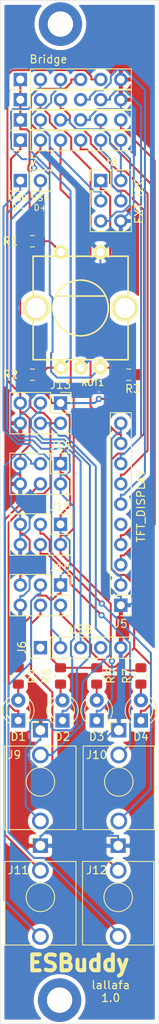
<source format=kicad_pcb>
(kicad_pcb (version 20171130) (host pcbnew "(5.1.5-0-10_14)")

  (general
    (thickness 1.6)
    (drawings 12)
    (tracks 505)
    (zones 0)
    (modules 30)
    (nets 39)
  )

  (page A4)
  (layers
    (0 F.Cu signal)
    (31 B.Cu signal hide)
    (32 B.Adhes user hide)
    (33 F.Adhes user hide)
    (34 B.Paste user hide)
    (35 F.Paste user hide)
    (36 B.SilkS user hide)
    (37 F.SilkS user)
    (38 B.Mask user hide)
    (39 F.Mask user hide)
    (40 Dwgs.User user hide)
    (41 Cmts.User user hide)
    (42 Eco1.User user hide)
    (43 Eco2.User user hide)
    (44 Edge.Cuts user)
    (45 Margin user hide)
    (46 B.CrtYd user hide)
    (47 F.CrtYd user hide)
    (48 B.Fab user hide)
    (49 F.Fab user hide)
  )

  (setup
    (last_trace_width 0.25)
    (user_trace_width 0.254)
    (user_trace_width 0.381)
    (user_trace_width 0.508)
    (trace_clearance 0.2)
    (zone_clearance 0.508)
    (zone_45_only no)
    (trace_min 0.2)
    (via_size 0.8)
    (via_drill 0.4)
    (via_min_size 0.4)
    (via_min_drill 0.3)
    (uvia_size 0.3)
    (uvia_drill 0.1)
    (uvias_allowed no)
    (uvia_min_size 0.2)
    (uvia_min_drill 0.1)
    (edge_width 0.05)
    (segment_width 0.2)
    (pcb_text_width 0.3)
    (pcb_text_size 1.5 1.5)
    (mod_edge_width 0.12)
    (mod_text_size 1 1)
    (mod_text_width 0.15)
    (pad_size 1.15 1.4)
    (pad_drill 0)
    (pad_to_mask_clearance 0.051)
    (solder_mask_min_width 0.25)
    (aux_axis_origin 0 0)
    (visible_elements FFFFFF7F)
    (pcbplotparams
      (layerselection 0x010fc_ffffffff)
      (usegerberextensions false)
      (usegerberattributes false)
      (usegerberadvancedattributes false)
      (creategerberjobfile false)
      (excludeedgelayer true)
      (linewidth 0.100000)
      (plotframeref false)
      (viasonmask false)
      (mode 1)
      (useauxorigin false)
      (hpglpennumber 1)
      (hpglpenspeed 20)
      (hpglpendiameter 15.000000)
      (psnegative false)
      (psa4output false)
      (plotreference true)
      (plotvalue true)
      (plotinvisibletext false)
      (padsonsilk false)
      (subtractmaskfromsilk false)
      (outputformat 1)
      (mirror false)
      (drillshape 0)
      (scaleselection 1)
      (outputdirectory "gerber/"))
  )

  (net 0 "")
  (net 1 /MISO)
  (net 2 /CS)
  (net 3 /DSP_RST)
  (net 4 /MOSI)
  (net 5 /LED4)
  (net 6 /LED3)
  (net 7 /LED2)
  (net 8 /LED1)
  (net 9 /BUTTON)
  (net 10 /SCK)
  (net 11 /DSP_C_S)
  (net 12 /ENC_B)
  (net 13 /ENC_A)
  (net 14 /SDA)
  (net 15 /SCL)
  (net 16 /UP_POT)
  (net 17 /LO_POT)
  (net 18 GND)
  (net 19 +3V3)
  (net 20 +5V)
  (net 21 "Net-(J5-Pad5)")
  (net 22 /3.3V)
  (net 23 "Net-(D1-Pad2)")
  (net 24 "Net-(D2-Pad2)")
  (net 25 "Net-(D3-Pad2)")
  (net 26 "Net-(D4-Pad2)")
  (net 27 /USB_Dp)
  (net 28 /USB_Dn)
  (net 29 /JA_T)
  (net 30 /JA_TN)
  (net 31 /JC_T)
  (net 32 /JC_TN)
  (net 33 /JB_T)
  (net 34 /JB_TN)
  (net 35 /JD_T)
  (net 36 /JD_TN)
  (net 37 "Net-(J6-Pad4)")
  (net 38 "Net-(J6-Pad1)")

  (net_class Default "Dies ist die voreingestellte Netzklasse."
    (clearance 0.2)
    (trace_width 0.25)
    (via_dia 0.8)
    (via_drill 0.4)
    (uvia_dia 0.3)
    (uvia_drill 0.1)
    (add_net +3V3)
    (add_net +5V)
    (add_net /3.3V)
    (add_net /BUTTON)
    (add_net /CS)
    (add_net /DSP_C_S)
    (add_net /DSP_RST)
    (add_net /ENC_A)
    (add_net /ENC_B)
    (add_net /JA_T)
    (add_net /JA_TN)
    (add_net /JB_T)
    (add_net /JB_TN)
    (add_net /JC_T)
    (add_net /JC_TN)
    (add_net /JD_T)
    (add_net /JD_TN)
    (add_net /LED1)
    (add_net /LED2)
    (add_net /LED3)
    (add_net /LED4)
    (add_net /LO_POT)
    (add_net /MISO)
    (add_net /MOSI)
    (add_net /SCK)
    (add_net /SCL)
    (add_net /SDA)
    (add_net /UP_POT)
    (add_net /USB_Dn)
    (add_net /USB_Dp)
    (add_net GND)
    (add_net "Net-(D1-Pad2)")
    (add_net "Net-(D2-Pad2)")
    (add_net "Net-(D3-Pad2)")
    (add_net "Net-(D4-Pad2)")
    (add_net "Net-(J5-Pad5)")
    (add_net "Net-(J6-Pad1)")
    (add_net "Net-(J6-Pad4)")
  )

  (module Connector_PinHeader_2.54mm:PinHeader_2x03_P2.54mm_Vertical (layer F.Cu) (tedit 59FED5CC) (tstamp 604A8D19)
    (at 129.794 57.658)
    (descr "Through hole straight pin header, 2x03, 2.54mm pitch, double rows")
    (tags "Through hole pin header THT 2x03 2.54mm double row")
    (path /604D9AC1)
    (fp_text reference J8 (at 1.27 -2.33) (layer F.SilkS)
      (effects (font (size 1 1) (thickness 0.15)))
    )
    (fp_text value EXT_I2C (at 1.27 7.41) (layer F.Fab)
      (effects (font (size 1 1) (thickness 0.15)))
    )
    (fp_text user %R (at 1.27 2.54 90) (layer F.Fab)
      (effects (font (size 1 1) (thickness 0.15)))
    )
    (fp_line (start 4.35 -1.8) (end -1.8 -1.8) (layer F.CrtYd) (width 0.05))
    (fp_line (start 4.35 6.85) (end 4.35 -1.8) (layer F.CrtYd) (width 0.05))
    (fp_line (start -1.8 6.85) (end 4.35 6.85) (layer F.CrtYd) (width 0.05))
    (fp_line (start -1.8 -1.8) (end -1.8 6.85) (layer F.CrtYd) (width 0.05))
    (fp_line (start -1.33 -1.33) (end 0 -1.33) (layer F.SilkS) (width 0.12))
    (fp_line (start -1.33 0) (end -1.33 -1.33) (layer F.SilkS) (width 0.12))
    (fp_line (start 1.27 -1.33) (end 3.87 -1.33) (layer F.SilkS) (width 0.12))
    (fp_line (start 1.27 1.27) (end 1.27 -1.33) (layer F.SilkS) (width 0.12))
    (fp_line (start -1.33 1.27) (end 1.27 1.27) (layer F.SilkS) (width 0.12))
    (fp_line (start 3.87 -1.33) (end 3.87 6.41) (layer F.SilkS) (width 0.12))
    (fp_line (start -1.33 1.27) (end -1.33 6.41) (layer F.SilkS) (width 0.12))
    (fp_line (start -1.33 6.41) (end 3.87 6.41) (layer F.SilkS) (width 0.12))
    (fp_line (start -1.27 0) (end 0 -1.27) (layer F.Fab) (width 0.1))
    (fp_line (start -1.27 6.35) (end -1.27 0) (layer F.Fab) (width 0.1))
    (fp_line (start 3.81 6.35) (end -1.27 6.35) (layer F.Fab) (width 0.1))
    (fp_line (start 3.81 -1.27) (end 3.81 6.35) (layer F.Fab) (width 0.1))
    (fp_line (start 0 -1.27) (end 3.81 -1.27) (layer F.Fab) (width 0.1))
    (pad 6 thru_hole oval (at 2.54 5.08) (size 1.7 1.7) (drill 1) (layers *.Cu *.Mask)
      (net 18 GND))
    (pad 5 thru_hole oval (at 0 5.08) (size 1.7 1.7) (drill 1) (layers *.Cu *.Mask)
      (net 16 /UP_POT))
    (pad 4 thru_hole oval (at 2.54 2.54) (size 1.7 1.7) (drill 1) (layers *.Cu *.Mask)
      (net 17 /LO_POT))
    (pad 3 thru_hole oval (at 0 2.54) (size 1.7 1.7) (drill 1) (layers *.Cu *.Mask)
      (net 14 /SDA))
    (pad 2 thru_hole oval (at 2.54 0) (size 1.7 1.7) (drill 1) (layers *.Cu *.Mask)
      (net 15 /SCL))
    (pad 1 thru_hole rect (at 0 0) (size 1.7 1.7) (drill 1) (layers *.Cu *.Mask)
      (net 19 +3V3))
    (model ${KISYS3DMOD}/Connector_PinHeader_2.54mm.3dshapes/PinHeader_2x03_P2.54mm_Vertical.wrl
      (at (xyz 0 0 0))
      (scale (xyz 1 1 1))
      (rotate (xyz 0 0 0))
    )
  )

  (module Connector_PinHeader_2.54mm:PinHeader_2x03_P2.54mm_Vertical (layer F.Cu) (tedit 59FED5CC) (tstamp 604A8CFD)
    (at 124.714 108.458 270)
    (descr "Through hole straight pin header, 2x03, 2.54mm pitch, double rows")
    (tags "Through hole pin header THT 2x03 2.54mm double row")
    (path /605B3646)
    (fp_text reference J16 (at -2.286 0 180) (layer F.SilkS)
      (effects (font (size 1 1) (thickness 0.15)))
    )
    (fp_text value MODD (at 1.27 7.41 90) (layer F.Fab)
      (effects (font (size 1 1) (thickness 0.15)))
    )
    (fp_text user %R (at 1.27 2.54) (layer F.Fab)
      (effects (font (size 1 1) (thickness 0.15)))
    )
    (fp_line (start 4.35 -1.8) (end -1.8 -1.8) (layer F.CrtYd) (width 0.05))
    (fp_line (start 4.35 6.85) (end 4.35 -1.8) (layer F.CrtYd) (width 0.05))
    (fp_line (start -1.8 6.85) (end 4.35 6.85) (layer F.CrtYd) (width 0.05))
    (fp_line (start -1.8 -1.8) (end -1.8 6.85) (layer F.CrtYd) (width 0.05))
    (fp_line (start -1.33 -1.33) (end 0 -1.33) (layer F.SilkS) (width 0.12))
    (fp_line (start -1.33 0) (end -1.33 -1.33) (layer F.SilkS) (width 0.12))
    (fp_line (start 1.27 -1.33) (end 3.87 -1.33) (layer F.SilkS) (width 0.12))
    (fp_line (start 1.27 1.27) (end 1.27 -1.33) (layer F.SilkS) (width 0.12))
    (fp_line (start -1.33 1.27) (end 1.27 1.27) (layer F.SilkS) (width 0.12))
    (fp_line (start 3.87 -1.33) (end 3.87 6.41) (layer F.SilkS) (width 0.12))
    (fp_line (start -1.33 1.27) (end -1.33 6.41) (layer F.SilkS) (width 0.12))
    (fp_line (start -1.33 6.41) (end 3.87 6.41) (layer F.SilkS) (width 0.12))
    (fp_line (start -1.27 0) (end 0 -1.27) (layer F.Fab) (width 0.1))
    (fp_line (start -1.27 6.35) (end -1.27 0) (layer F.Fab) (width 0.1))
    (fp_line (start 3.81 6.35) (end -1.27 6.35) (layer F.Fab) (width 0.1))
    (fp_line (start 3.81 -1.27) (end 3.81 6.35) (layer F.Fab) (width 0.1))
    (fp_line (start 0 -1.27) (end 3.81 -1.27) (layer F.Fab) (width 0.1))
    (pad 6 thru_hole oval (at 2.54 5.08 270) (size 1.7 1.7) (drill 1) (layers *.Cu *.Mask)
      (net 18 GND))
    (pad 5 thru_hole oval (at 0 5.08 270) (size 1.7 1.7) (drill 1) (layers *.Cu *.Mask)
      (net 20 +5V))
    (pad 4 thru_hole oval (at 2.54 2.54 270) (size 1.7 1.7) (drill 1) (layers *.Cu *.Mask)
      (net 36 /JD_TN))
    (pad 3 thru_hole oval (at 0 2.54 270) (size 1.7 1.7) (drill 1) (layers *.Cu *.Mask)
      (net 35 /JD_T))
    (pad 2 thru_hole oval (at 2.54 0 270) (size 1.7 1.7) (drill 1) (layers *.Cu *.Mask)
      (net 5 /LED4))
    (pad 1 thru_hole rect (at 0 0 270) (size 1.7 1.7) (drill 1) (layers *.Cu *.Mask)
      (net 19 +3V3))
    (model ${KISYS3DMOD}/Connector_PinHeader_2.54mm.3dshapes/PinHeader_2x03_P2.54mm_Vertical.wrl
      (at (xyz 0 0 0))
      (scale (xyz 1 1 1))
      (rotate (xyz 0 0 0))
    )
  )

  (module Connector_PinHeader_2.54mm:PinHeader_2x03_P2.54mm_Vertical (layer F.Cu) (tedit 59FED5CC) (tstamp 604A8CB7)
    (at 124.714 93.218 270)
    (descr "Through hole straight pin header, 2x03, 2.54mm pitch, double rows")
    (tags "Through hole pin header THT 2x03 2.54mm double row")
    (path /6056CF37)
    (fp_text reference J14 (at -2.286 0 180) (layer F.SilkS)
      (effects (font (size 1 1) (thickness 0.15)))
    )
    (fp_text value MODB (at 1.27 7.41 90) (layer F.Fab)
      (effects (font (size 1 1) (thickness 0.15)))
    )
    (fp_text user %R (at 1.27 2.54) (layer F.Fab)
      (effects (font (size 1 1) (thickness 0.15)))
    )
    (fp_line (start 4.35 -1.8) (end -1.8 -1.8) (layer F.CrtYd) (width 0.05))
    (fp_line (start 4.35 6.85) (end 4.35 -1.8) (layer F.CrtYd) (width 0.05))
    (fp_line (start -1.8 6.85) (end 4.35 6.85) (layer F.CrtYd) (width 0.05))
    (fp_line (start -1.8 -1.8) (end -1.8 6.85) (layer F.CrtYd) (width 0.05))
    (fp_line (start -1.33 -1.33) (end 0 -1.33) (layer F.SilkS) (width 0.12))
    (fp_line (start -1.33 0) (end -1.33 -1.33) (layer F.SilkS) (width 0.12))
    (fp_line (start 1.27 -1.33) (end 3.87 -1.33) (layer F.SilkS) (width 0.12))
    (fp_line (start 1.27 1.27) (end 1.27 -1.33) (layer F.SilkS) (width 0.12))
    (fp_line (start -1.33 1.27) (end 1.27 1.27) (layer F.SilkS) (width 0.12))
    (fp_line (start 3.87 -1.33) (end 3.87 6.41) (layer F.SilkS) (width 0.12))
    (fp_line (start -1.33 1.27) (end -1.33 6.41) (layer F.SilkS) (width 0.12))
    (fp_line (start -1.33 6.41) (end 3.87 6.41) (layer F.SilkS) (width 0.12))
    (fp_line (start -1.27 0) (end 0 -1.27) (layer F.Fab) (width 0.1))
    (fp_line (start -1.27 6.35) (end -1.27 0) (layer F.Fab) (width 0.1))
    (fp_line (start 3.81 6.35) (end -1.27 6.35) (layer F.Fab) (width 0.1))
    (fp_line (start 3.81 -1.27) (end 3.81 6.35) (layer F.Fab) (width 0.1))
    (fp_line (start 0 -1.27) (end 3.81 -1.27) (layer F.Fab) (width 0.1))
    (pad 6 thru_hole oval (at 2.54 5.08 270) (size 1.7 1.7) (drill 1) (layers *.Cu *.Mask)
      (net 18 GND))
    (pad 5 thru_hole oval (at 0 5.08 270) (size 1.7 1.7) (drill 1) (layers *.Cu *.Mask)
      (net 20 +5V))
    (pad 4 thru_hole oval (at 2.54 2.54 270) (size 1.7 1.7) (drill 1) (layers *.Cu *.Mask)
      (net 34 /JB_TN))
    (pad 3 thru_hole oval (at 0 2.54 270) (size 1.7 1.7) (drill 1) (layers *.Cu *.Mask)
      (net 33 /JB_T))
    (pad 2 thru_hole oval (at 2.54 0 270) (size 1.7 1.7) (drill 1) (layers *.Cu *.Mask)
      (net 7 /LED2))
    (pad 1 thru_hole rect (at 0 0 270) (size 1.7 1.7) (drill 1) (layers *.Cu *.Mask)
      (net 19 +3V3))
    (model ${KISYS3DMOD}/Connector_PinHeader_2.54mm.3dshapes/PinHeader_2x03_P2.54mm_Vertical.wrl
      (at (xyz 0 0 0))
      (scale (xyz 1 1 1))
      (rotate (xyz 0 0 0))
    )
  )

  (module Connector_PinHeader_2.54mm:PinHeader_2x03_P2.54mm_Vertical (layer F.Cu) (tedit 59FED5CC) (tstamp 604A8C9B)
    (at 124.714 100.838 270)
    (descr "Through hole straight pin header, 2x03, 2.54mm pitch, double rows")
    (tags "Through hole pin header THT 2x03 2.54mm double row")
    (path /605B3612)
    (fp_text reference J15 (at -2.286 0 180) (layer F.SilkS)
      (effects (font (size 1 1) (thickness 0.15)))
    )
    (fp_text value MODC (at 1.27 7.41 90) (layer F.Fab)
      (effects (font (size 1 1) (thickness 0.15)))
    )
    (fp_text user %R (at 1.27 2.54) (layer F.Fab)
      (effects (font (size 1 1) (thickness 0.15)))
    )
    (fp_line (start 4.35 -1.8) (end -1.8 -1.8) (layer F.CrtYd) (width 0.05))
    (fp_line (start 4.35 6.85) (end 4.35 -1.8) (layer F.CrtYd) (width 0.05))
    (fp_line (start -1.8 6.85) (end 4.35 6.85) (layer F.CrtYd) (width 0.05))
    (fp_line (start -1.8 -1.8) (end -1.8 6.85) (layer F.CrtYd) (width 0.05))
    (fp_line (start -1.33 -1.33) (end 0 -1.33) (layer F.SilkS) (width 0.12))
    (fp_line (start -1.33 0) (end -1.33 -1.33) (layer F.SilkS) (width 0.12))
    (fp_line (start 1.27 -1.33) (end 3.87 -1.33) (layer F.SilkS) (width 0.12))
    (fp_line (start 1.27 1.27) (end 1.27 -1.33) (layer F.SilkS) (width 0.12))
    (fp_line (start -1.33 1.27) (end 1.27 1.27) (layer F.SilkS) (width 0.12))
    (fp_line (start 3.87 -1.33) (end 3.87 6.41) (layer F.SilkS) (width 0.12))
    (fp_line (start -1.33 1.27) (end -1.33 6.41) (layer F.SilkS) (width 0.12))
    (fp_line (start -1.33 6.41) (end 3.87 6.41) (layer F.SilkS) (width 0.12))
    (fp_line (start -1.27 0) (end 0 -1.27) (layer F.Fab) (width 0.1))
    (fp_line (start -1.27 6.35) (end -1.27 0) (layer F.Fab) (width 0.1))
    (fp_line (start 3.81 6.35) (end -1.27 6.35) (layer F.Fab) (width 0.1))
    (fp_line (start 3.81 -1.27) (end 3.81 6.35) (layer F.Fab) (width 0.1))
    (fp_line (start 0 -1.27) (end 3.81 -1.27) (layer F.Fab) (width 0.1))
    (pad 6 thru_hole oval (at 2.54 5.08 270) (size 1.7 1.7) (drill 1) (layers *.Cu *.Mask)
      (net 18 GND))
    (pad 5 thru_hole oval (at 0 5.08 270) (size 1.7 1.7) (drill 1) (layers *.Cu *.Mask)
      (net 20 +5V))
    (pad 4 thru_hole oval (at 2.54 2.54 270) (size 1.7 1.7) (drill 1) (layers *.Cu *.Mask)
      (net 32 /JC_TN))
    (pad 3 thru_hole oval (at 0 2.54 270) (size 1.7 1.7) (drill 1) (layers *.Cu *.Mask)
      (net 31 /JC_T))
    (pad 2 thru_hole oval (at 2.54 0 270) (size 1.7 1.7) (drill 1) (layers *.Cu *.Mask)
      (net 6 /LED3))
    (pad 1 thru_hole rect (at 0 0 270) (size 1.7 1.7) (drill 1) (layers *.Cu *.Mask)
      (net 19 +3V3))
    (model ${KISYS3DMOD}/Connector_PinHeader_2.54mm.3dshapes/PinHeader_2x03_P2.54mm_Vertical.wrl
      (at (xyz 0 0 0))
      (scale (xyz 1 1 1))
      (rotate (xyz 0 0 0))
    )
  )

  (module Connector_PinHeader_2.54mm:PinHeader_2x03_P2.54mm_Vertical (layer F.Cu) (tedit 59FED5CC) (tstamp 604A8C7F)
    (at 124.714 85.598 270)
    (descr "Through hole straight pin header, 2x03, 2.54mm pitch, double rows")
    (tags "Through hole pin header THT 2x03 2.54mm double row")
    (path /6050E018)
    (fp_text reference J13 (at -2.286 0 180) (layer F.SilkS)
      (effects (font (size 1 1) (thickness 0.15)))
    )
    (fp_text value MODA (at 1.27 7.41 90) (layer F.Fab)
      (effects (font (size 1 1) (thickness 0.15)))
    )
    (fp_text user %R (at 1.27 2.54) (layer F.Fab)
      (effects (font (size 1 1) (thickness 0.15)))
    )
    (fp_line (start 4.35 -1.8) (end -1.8 -1.8) (layer F.CrtYd) (width 0.05))
    (fp_line (start 4.35 6.85) (end 4.35 -1.8) (layer F.CrtYd) (width 0.05))
    (fp_line (start -1.8 6.85) (end 4.35 6.85) (layer F.CrtYd) (width 0.05))
    (fp_line (start -1.8 -1.8) (end -1.8 6.85) (layer F.CrtYd) (width 0.05))
    (fp_line (start -1.33 -1.33) (end 0 -1.33) (layer F.SilkS) (width 0.12))
    (fp_line (start -1.33 0) (end -1.33 -1.33) (layer F.SilkS) (width 0.12))
    (fp_line (start 1.27 -1.33) (end 3.87 -1.33) (layer F.SilkS) (width 0.12))
    (fp_line (start 1.27 1.27) (end 1.27 -1.33) (layer F.SilkS) (width 0.12))
    (fp_line (start -1.33 1.27) (end 1.27 1.27) (layer F.SilkS) (width 0.12))
    (fp_line (start 3.87 -1.33) (end 3.87 6.41) (layer F.SilkS) (width 0.12))
    (fp_line (start -1.33 1.27) (end -1.33 6.41) (layer F.SilkS) (width 0.12))
    (fp_line (start -1.33 6.41) (end 3.87 6.41) (layer F.SilkS) (width 0.12))
    (fp_line (start -1.27 0) (end 0 -1.27) (layer F.Fab) (width 0.1))
    (fp_line (start -1.27 6.35) (end -1.27 0) (layer F.Fab) (width 0.1))
    (fp_line (start 3.81 6.35) (end -1.27 6.35) (layer F.Fab) (width 0.1))
    (fp_line (start 3.81 -1.27) (end 3.81 6.35) (layer F.Fab) (width 0.1))
    (fp_line (start 0 -1.27) (end 3.81 -1.27) (layer F.Fab) (width 0.1))
    (pad 6 thru_hole oval (at 2.54 5.08 270) (size 1.7 1.7) (drill 1) (layers *.Cu *.Mask)
      (net 18 GND))
    (pad 5 thru_hole oval (at 0 5.08 270) (size 1.7 1.7) (drill 1) (layers *.Cu *.Mask)
      (net 20 +5V))
    (pad 4 thru_hole oval (at 2.54 2.54 270) (size 1.7 1.7) (drill 1) (layers *.Cu *.Mask)
      (net 30 /JA_TN))
    (pad 3 thru_hole oval (at 0 2.54 270) (size 1.7 1.7) (drill 1) (layers *.Cu *.Mask)
      (net 29 /JA_T))
    (pad 2 thru_hole oval (at 2.54 0 270) (size 1.7 1.7) (drill 1) (layers *.Cu *.Mask)
      (net 8 /LED1))
    (pad 1 thru_hole rect (at 0 0 270) (size 1.7 1.7) (drill 1) (layers *.Cu *.Mask)
      (net 19 +3V3))
    (model ${KISYS3DMOD}/Connector_PinHeader_2.54mm.3dshapes/PinHeader_2x03_P2.54mm_Vertical.wrl
      (at (xyz 0 0 0))
      (scale (xyz 1 1 1))
      (rotate (xyz 0 0 0))
    )
  )

  (module Connector_Audio:Jack_3.5mm_QingPu_WQP-PJ398SM_Vertical_CircularHoles (layer F.Cu) (tedit 5C2B6BB2) (tstamp 6044F352)
    (at 122.174 141.2)
    (descr "TRS 3.5mm, vertical, Thonkiconn, PCB mount, (http://www.qingpu-electronics.com/en/products/WQP-PJ398SM-362.html)")
    (tags "WQP-PJ398SM WQP-PJ301M-12 TRS 3.5mm mono vertical jack thonkiconn qingpu")
    (path /605DBF8F)
    (fp_text reference J11 (at -2.794 3.072 180) (layer F.SilkS)
      (effects (font (size 1 1) (thickness 0.15)))
    )
    (fp_text value AudioJack2_SwitchT (at 0 5 180) (layer F.Fab)
      (effects (font (size 1 1) (thickness 0.15)))
    )
    (fp_line (start 0 0) (end 0 2.03) (layer F.Fab) (width 0.1))
    (fp_circle (center 0 6.48) (end 1.8 6.48) (layer F.Fab) (width 0.1))
    (fp_line (start 4.5 2.03) (end -4.5 2.03) (layer F.Fab) (width 0.1))
    (fp_line (start 5 -1.42) (end -5 -1.42) (layer F.CrtYd) (width 0.05))
    (fp_line (start 5 12.98) (end -5 12.98) (layer F.CrtYd) (width 0.05))
    (fp_line (start 5 12.98) (end 5 -1.42) (layer F.CrtYd) (width 0.05))
    (fp_line (start 4.5 12.48) (end -4.5 12.48) (layer F.Fab) (width 0.1))
    (fp_line (start 4.5 12.48) (end 4.5 2.08) (layer F.Fab) (width 0.1))
    (fp_line (start -1.06 -1) (end -0.2 -1) (layer F.SilkS) (width 0.12))
    (fp_line (start -1.06 -1) (end -1.06 -0.2) (layer F.SilkS) (width 0.12))
    (fp_circle (center 0 6.48) (end 1.8 6.48) (layer F.SilkS) (width 0.12))
    (fp_line (start -0.35 1.98) (end -4.5 1.98) (layer F.SilkS) (width 0.12))
    (fp_line (start 4.5 1.98) (end 0.35 1.98) (layer F.SilkS) (width 0.12))
    (fp_line (start -0.5 12.48) (end -4.5 12.48) (layer F.SilkS) (width 0.12))
    (fp_line (start 4.5 12.48) (end 0.5 12.48) (layer F.SilkS) (width 0.12))
    (fp_line (start -1.41 6.02) (end -0.46 5.07) (layer Dwgs.User) (width 0.12))
    (fp_line (start -1.42 6.875) (end 0.4 5.06) (layer Dwgs.User) (width 0.12))
    (fp_line (start -1.07 7.49) (end 1.01 5.41) (layer Dwgs.User) (width 0.12))
    (fp_line (start -0.58 7.83) (end 1.36 5.89) (layer Dwgs.User) (width 0.12))
    (fp_line (start 0.09 7.96) (end 1.48 6.57) (layer Dwgs.User) (width 0.12))
    (fp_circle (center 0 6.48) (end 1.5 6.48) (layer Dwgs.User) (width 0.12))
    (fp_line (start 4.5 1.98) (end 4.5 12.48) (layer F.SilkS) (width 0.12))
    (fp_line (start -4.5 1.98) (end -4.5 12.48) (layer F.SilkS) (width 0.12))
    (fp_text user %R (at 0 8 180) (layer F.Fab)
      (effects (font (size 1 1) (thickness 0.15)))
    )
    (fp_line (start -4.5 12.48) (end -4.5 2.08) (layer F.Fab) (width 0.1))
    (fp_line (start -5 12.98) (end -5 -1.42) (layer F.CrtYd) (width 0.05))
    (fp_text user KEEPOUT (at 0 6.48) (layer Cmts.User)
      (effects (font (size 0.4 0.4) (thickness 0.051)))
    )
    (pad T thru_hole circle (at 0 11.4 180) (size 2.13 2.13) (drill 1.43) (layers *.Cu *.Mask)
      (net 33 /JB_T))
    (pad S thru_hole rect (at 0 0 180) (size 1.93 1.83) (drill 1.22) (layers *.Cu *.Mask)
      (net 18 GND))
    (pad TN thru_hole circle (at 0 3.1 180) (size 2.13 2.13) (drill 1.42) (layers *.Cu *.Mask)
      (net 34 /JB_TN))
    (model ${KISYS3DMOD}/Connector_Audio.3dshapes/Jack_3.5mm_QingPu_WQP-PJ398SM_Vertical.wrl
      (at (xyz 0 0 0))
      (scale (xyz 1 1 1))
      (rotate (xyz 0 0 0))
    )
  )

  (module Connector_PinHeader_2.54mm:PinHeader_1x02_P2.54mm_Vertical (layer F.Cu) (tedit 59FED5CC) (tstamp 604AA1A8)
    (at 119.634 57.658 90)
    (descr "Through hole straight pin header, 1x02, 2.54mm pitch, single row")
    (tags "Through hole pin header THT 1x02 2.54mm single row")
    (path /607B7002)
    (fp_text reference J7 (at 2.286 1.27 180) (layer F.SilkS)
      (effects (font (size 1 1) (thickness 0.15)))
    )
    (fp_text value USB_PAD (at 0 4.87 90) (layer F.Fab)
      (effects (font (size 1 1) (thickness 0.15)))
    )
    (fp_text user %R (at 0 1.27) (layer F.Fab)
      (effects (font (size 1 1) (thickness 0.15)))
    )
    (fp_line (start 1.8 -1.8) (end -1.8 -1.8) (layer F.CrtYd) (width 0.05))
    (fp_line (start 1.8 4.35) (end 1.8 -1.8) (layer F.CrtYd) (width 0.05))
    (fp_line (start -1.8 4.35) (end 1.8 4.35) (layer F.CrtYd) (width 0.05))
    (fp_line (start -1.8 -1.8) (end -1.8 4.35) (layer F.CrtYd) (width 0.05))
    (fp_line (start -1.33 -1.33) (end 0 -1.33) (layer F.SilkS) (width 0.12))
    (fp_line (start -1.33 0) (end -1.33 -1.33) (layer F.SilkS) (width 0.12))
    (fp_line (start -1.33 1.27) (end 1.33 1.27) (layer F.SilkS) (width 0.12))
    (fp_line (start 1.33 1.27) (end 1.33 3.87) (layer F.SilkS) (width 0.12))
    (fp_line (start -1.33 1.27) (end -1.33 3.87) (layer F.SilkS) (width 0.12))
    (fp_line (start -1.33 3.87) (end 1.33 3.87) (layer F.SilkS) (width 0.12))
    (fp_line (start -1.27 -0.635) (end -0.635 -1.27) (layer F.Fab) (width 0.1))
    (fp_line (start -1.27 3.81) (end -1.27 -0.635) (layer F.Fab) (width 0.1))
    (fp_line (start 1.27 3.81) (end -1.27 3.81) (layer F.Fab) (width 0.1))
    (fp_line (start 1.27 -1.27) (end 1.27 3.81) (layer F.Fab) (width 0.1))
    (fp_line (start -0.635 -1.27) (end 1.27 -1.27) (layer F.Fab) (width 0.1))
    (pad 2 thru_hole oval (at 0 2.54 90) (size 1.7 1.7) (drill 1) (layers *.Cu *.Mask)
      (net 27 /USB_Dp))
    (pad 1 thru_hole rect (at 0 0 90) (size 1.7 1.7) (drill 1) (layers *.Cu *.Mask)
      (net 28 /USB_Dn))
    (model ${KISYS3DMOD}/Connector_PinHeader_2.54mm.3dshapes/PinHeader_1x02_P2.54mm_Vertical.wrl
      (at (xyz 0 0 0))
      (scale (xyz 1 1 1))
      (rotate (xyz 0 0 0))
    )
  )

  (module Resistor_SMD:R_0805_2012Metric_Pad1.15x1.40mm_HandSolder (layer F.Cu) (tedit 5B36C52B) (tstamp 604AA2B6)
    (at 134.874 119.879 90)
    (descr "Resistor SMD 0805 (2012 Metric), square (rectangular) end terminal, IPC_7351 nominal with elongated pad for handsoldering. (Body size source: https://docs.google.com/spreadsheets/d/1BsfQQcO9C6DZCsRaXUlFlo91Tg2WpOkGARC1WS5S8t0/edit?usp=sharing), generated with kicad-footprint-generator")
    (tags "resistor handsolder")
    (path /6063CB20)
    (attr smd)
    (fp_text reference R7 (at -0.009 -1.778 90) (layer F.SilkS)
      (effects (font (size 1 1) (thickness 0.15)))
    )
    (fp_text value 1k (at 0 1.65 90) (layer F.Fab)
      (effects (font (size 1 1) (thickness 0.15)))
    )
    (fp_text user %R (at 0 0 90) (layer F.Fab)
      (effects (font (size 0.5 0.5) (thickness 0.08)))
    )
    (fp_line (start 1.85 0.95) (end -1.85 0.95) (layer F.CrtYd) (width 0.05))
    (fp_line (start 1.85 -0.95) (end 1.85 0.95) (layer F.CrtYd) (width 0.05))
    (fp_line (start -1.85 -0.95) (end 1.85 -0.95) (layer F.CrtYd) (width 0.05))
    (fp_line (start -1.85 0.95) (end -1.85 -0.95) (layer F.CrtYd) (width 0.05))
    (fp_line (start -0.261252 0.71) (end 0.261252 0.71) (layer F.SilkS) (width 0.12))
    (fp_line (start -0.261252 -0.71) (end 0.261252 -0.71) (layer F.SilkS) (width 0.12))
    (fp_line (start 1 0.6) (end -1 0.6) (layer F.Fab) (width 0.1))
    (fp_line (start 1 -0.6) (end 1 0.6) (layer F.Fab) (width 0.1))
    (fp_line (start -1 -0.6) (end 1 -0.6) (layer F.Fab) (width 0.1))
    (fp_line (start -1 0.6) (end -1 -0.6) (layer F.Fab) (width 0.1))
    (pad 2 smd roundrect (at 1.025 0 90) (size 1.15 1.4) (layers F.Cu F.Paste F.Mask) (roundrect_rratio 0.217391)
      (net 19 +3V3))
    (pad 1 smd roundrect (at -1.025 0 90) (size 1.15 1.4) (layers F.Cu F.Paste F.Mask) (roundrect_rratio 0.217391)
      (net 26 "Net-(D4-Pad2)"))
    (model ${KISYS3DMOD}/Resistor_SMD.3dshapes/R_0805_2012Metric.wrl
      (at (xyz 0 0 0))
      (scale (xyz 1 1 1))
      (rotate (xyz 0 0 0))
    )
  )

  (module Resistor_SMD:R_0805_2012Metric_Pad1.15x1.40mm_HandSolder (layer F.Cu) (tedit 5B36C52B) (tstamp 604658DF)
    (at 129.286 119.879 90)
    (descr "Resistor SMD 0805 (2012 Metric), square (rectangular) end terminal, IPC_7351 nominal with elongated pad for handsoldering. (Body size source: https://docs.google.com/spreadsheets/d/1BsfQQcO9C6DZCsRaXUlFlo91Tg2WpOkGARC1WS5S8t0/edit?usp=sharing), generated with kicad-footprint-generator")
    (tags "resistor handsolder")
    (path /6063D582)
    (attr smd)
    (fp_text reference R6 (at -0.009 1.778 90) (layer F.SilkS)
      (effects (font (size 1 1) (thickness 0.15)))
    )
    (fp_text value 1k (at 0 1.65 90) (layer F.Fab)
      (effects (font (size 1 1) (thickness 0.15)))
    )
    (fp_text user %R (at 0 0 90) (layer F.Fab)
      (effects (font (size 0.5 0.5) (thickness 0.08)))
    )
    (fp_line (start 1.85 0.95) (end -1.85 0.95) (layer F.CrtYd) (width 0.05))
    (fp_line (start 1.85 -0.95) (end 1.85 0.95) (layer F.CrtYd) (width 0.05))
    (fp_line (start -1.85 -0.95) (end 1.85 -0.95) (layer F.CrtYd) (width 0.05))
    (fp_line (start -1.85 0.95) (end -1.85 -0.95) (layer F.CrtYd) (width 0.05))
    (fp_line (start -0.261252 0.71) (end 0.261252 0.71) (layer F.SilkS) (width 0.12))
    (fp_line (start -0.261252 -0.71) (end 0.261252 -0.71) (layer F.SilkS) (width 0.12))
    (fp_line (start 1 0.6) (end -1 0.6) (layer F.Fab) (width 0.1))
    (fp_line (start 1 -0.6) (end 1 0.6) (layer F.Fab) (width 0.1))
    (fp_line (start -1 -0.6) (end 1 -0.6) (layer F.Fab) (width 0.1))
    (fp_line (start -1 0.6) (end -1 -0.6) (layer F.Fab) (width 0.1))
    (pad 2 smd roundrect (at 1.025 0 90) (size 1.15 1.4) (layers F.Cu F.Paste F.Mask) (roundrect_rratio 0.217391)
      (net 19 +3V3))
    (pad 1 smd roundrect (at -1.025 0 90) (size 1.15 1.4) (layers F.Cu F.Paste F.Mask) (roundrect_rratio 0.217391)
      (net 25 "Net-(D3-Pad2)"))
    (model ${KISYS3DMOD}/Resistor_SMD.3dshapes/R_0805_2012Metric.wrl
      (at (xyz 0 0 0))
      (scale (xyz 1 1 1))
      (rotate (xyz 0 0 0))
    )
  )

  (module Resistor_SMD:R_0805_2012Metric_Pad1.15x1.40mm_HandSolder (layer F.Cu) (tedit 5B36C52B) (tstamp 604658CE)
    (at 124.714 119.879 90)
    (descr "Resistor SMD 0805 (2012 Metric), square (rectangular) end terminal, IPC_7351 nominal with elongated pad for handsoldering. (Body size source: https://docs.google.com/spreadsheets/d/1BsfQQcO9C6DZCsRaXUlFlo91Tg2WpOkGARC1WS5S8t0/edit?usp=sharing), generated with kicad-footprint-generator")
    (tags "resistor handsolder")
    (path /6063D177)
    (attr smd)
    (fp_text reference R5 (at 0.009 -1.778 90) (layer F.SilkS)
      (effects (font (size 1 1) (thickness 0.15)))
    )
    (fp_text value 1k (at 0 1.65 90) (layer F.Fab)
      (effects (font (size 1 1) (thickness 0.15)))
    )
    (fp_text user %R (at 0 0 90) (layer F.Fab)
      (effects (font (size 0.5 0.5) (thickness 0.08)))
    )
    (fp_line (start 1.85 0.95) (end -1.85 0.95) (layer F.CrtYd) (width 0.05))
    (fp_line (start 1.85 -0.95) (end 1.85 0.95) (layer F.CrtYd) (width 0.05))
    (fp_line (start -1.85 -0.95) (end 1.85 -0.95) (layer F.CrtYd) (width 0.05))
    (fp_line (start -1.85 0.95) (end -1.85 -0.95) (layer F.CrtYd) (width 0.05))
    (fp_line (start -0.261252 0.71) (end 0.261252 0.71) (layer F.SilkS) (width 0.12))
    (fp_line (start -0.261252 -0.71) (end 0.261252 -0.71) (layer F.SilkS) (width 0.12))
    (fp_line (start 1 0.6) (end -1 0.6) (layer F.Fab) (width 0.1))
    (fp_line (start 1 -0.6) (end 1 0.6) (layer F.Fab) (width 0.1))
    (fp_line (start -1 -0.6) (end 1 -0.6) (layer F.Fab) (width 0.1))
    (fp_line (start -1 0.6) (end -1 -0.6) (layer F.Fab) (width 0.1))
    (pad 2 smd roundrect (at 1.025 0 90) (size 1.15 1.4) (layers F.Cu F.Paste F.Mask) (roundrect_rratio 0.217391)
      (net 19 +3V3))
    (pad 1 smd roundrect (at -1.025 0 90) (size 1.15 1.4) (layers F.Cu F.Paste F.Mask) (roundrect_rratio 0.217391)
      (net 24 "Net-(D2-Pad2)"))
    (model ${KISYS3DMOD}/Resistor_SMD.3dshapes/R_0805_2012Metric.wrl
      (at (xyz 0 0 0))
      (scale (xyz 1 1 1))
      (rotate (xyz 0 0 0))
    )
  )

  (module Resistor_SMD:R_0805_2012Metric_Pad1.15x1.40mm_HandSolder (layer F.Cu) (tedit 5B36C52B) (tstamp 604658BD)
    (at 119.38 119.879 90)
    (descr "Resistor SMD 0805 (2012 Metric), square (rectangular) end terminal, IPC_7351 nominal with elongated pad for handsoldering. (Body size source: https://docs.google.com/spreadsheets/d/1BsfQQcO9C6DZCsRaXUlFlo91Tg2WpOkGARC1WS5S8t0/edit?usp=sharing), generated with kicad-footprint-generator")
    (tags "resistor handsolder")
    (path /6063BA02)
    (attr smd)
    (fp_text reference R4 (at -0.009 1.778 90) (layer F.SilkS)
      (effects (font (size 1 1) (thickness 0.15)))
    )
    (fp_text value 1k (at 0 1.65 90) (layer F.Fab)
      (effects (font (size 1 1) (thickness 0.15)))
    )
    (fp_text user %R (at 0 0 90) (layer F.Fab)
      (effects (font (size 0.5 0.5) (thickness 0.08)))
    )
    (fp_line (start 1.85 0.95) (end -1.85 0.95) (layer F.CrtYd) (width 0.05))
    (fp_line (start 1.85 -0.95) (end 1.85 0.95) (layer F.CrtYd) (width 0.05))
    (fp_line (start -1.85 -0.95) (end 1.85 -0.95) (layer F.CrtYd) (width 0.05))
    (fp_line (start -1.85 0.95) (end -1.85 -0.95) (layer F.CrtYd) (width 0.05))
    (fp_line (start -0.261252 0.71) (end 0.261252 0.71) (layer F.SilkS) (width 0.12))
    (fp_line (start -0.261252 -0.71) (end 0.261252 -0.71) (layer F.SilkS) (width 0.12))
    (fp_line (start 1 0.6) (end -1 0.6) (layer F.Fab) (width 0.1))
    (fp_line (start 1 -0.6) (end 1 0.6) (layer F.Fab) (width 0.1))
    (fp_line (start -1 -0.6) (end 1 -0.6) (layer F.Fab) (width 0.1))
    (fp_line (start -1 0.6) (end -1 -0.6) (layer F.Fab) (width 0.1))
    (pad 2 smd roundrect (at 1.025 0 90) (size 1.15 1.4) (layers F.Cu F.Paste F.Mask) (roundrect_rratio 0.217391)
      (net 19 +3V3))
    (pad 1 smd roundrect (at -1.025 0 90) (size 1.15 1.4) (layers F.Cu F.Paste F.Mask) (roundrect_rratio 0.217391)
      (net 23 "Net-(D1-Pad2)"))
    (model ${KISYS3DMOD}/Resistor_SMD.3dshapes/R_0805_2012Metric.wrl
      (at (xyz 0 0 0))
      (scale (xyz 1 1 1))
      (rotate (xyz 0 0 0))
    )
  )

  (module Connector_PinHeader_2.54mm:PinHeader_1x05_P2.54mm_Vertical (layer F.Cu) (tedit 59FED5CC) (tstamp 604639DC)
    (at 122.174 116.332 90)
    (descr "Through hole straight pin header, 1x05, 2.54mm pitch, single row")
    (tags "Through hole pin header THT 1x05 2.54mm single row")
    (path /605F12EE)
    (fp_text reference J6 (at 0 -2.33 90) (layer F.SilkS)
      (effects (font (size 1 1) (thickness 0.15)))
    )
    (fp_text value USB_CON (at 0 12.49 90) (layer F.Fab)
      (effects (font (size 1 1) (thickness 0.15)))
    )
    (fp_text user %R (at 0 5.08) (layer F.Fab)
      (effects (font (size 1 1) (thickness 0.15)))
    )
    (fp_line (start 1.8 -1.8) (end -1.8 -1.8) (layer F.CrtYd) (width 0.05))
    (fp_line (start 1.8 11.95) (end 1.8 -1.8) (layer F.CrtYd) (width 0.05))
    (fp_line (start -1.8 11.95) (end 1.8 11.95) (layer F.CrtYd) (width 0.05))
    (fp_line (start -1.8 -1.8) (end -1.8 11.95) (layer F.CrtYd) (width 0.05))
    (fp_line (start -1.33 -1.33) (end 0 -1.33) (layer F.SilkS) (width 0.12))
    (fp_line (start -1.33 0) (end -1.33 -1.33) (layer F.SilkS) (width 0.12))
    (fp_line (start -1.33 1.27) (end 1.33 1.27) (layer F.SilkS) (width 0.12))
    (fp_line (start 1.33 1.27) (end 1.33 11.49) (layer F.SilkS) (width 0.12))
    (fp_line (start -1.33 1.27) (end -1.33 11.49) (layer F.SilkS) (width 0.12))
    (fp_line (start -1.33 11.49) (end 1.33 11.49) (layer F.SilkS) (width 0.12))
    (fp_line (start -1.27 -0.635) (end -0.635 -1.27) (layer F.Fab) (width 0.1))
    (fp_line (start -1.27 11.43) (end -1.27 -0.635) (layer F.Fab) (width 0.1))
    (fp_line (start 1.27 11.43) (end -1.27 11.43) (layer F.Fab) (width 0.1))
    (fp_line (start 1.27 -1.27) (end 1.27 11.43) (layer F.Fab) (width 0.1))
    (fp_line (start -0.635 -1.27) (end 1.27 -1.27) (layer F.Fab) (width 0.1))
    (pad 5 thru_hole oval (at 0 10.16 90) (size 1.7 1.7) (drill 1) (layers *.Cu *.Mask)
      (net 18 GND))
    (pad 4 thru_hole oval (at 0 7.62 90) (size 1.7 1.7) (drill 1) (layers *.Cu *.Mask)
      (net 37 "Net-(J6-Pad4)"))
    (pad 3 thru_hole oval (at 0 5.08 90) (size 1.7 1.7) (drill 1) (layers *.Cu *.Mask)
      (net 27 /USB_Dp))
    (pad 2 thru_hole oval (at 0 2.54 90) (size 1.7 1.7) (drill 1) (layers *.Cu *.Mask)
      (net 28 /USB_Dn))
    (pad 1 thru_hole rect (at 0 0 90) (size 1.7 1.7) (drill 1) (layers *.Cu *.Mask)
      (net 38 "Net-(J6-Pad1)"))
    (model ${KISYS3DMOD}/Connector_PinHeader_2.54mm.3dshapes/PinHeader_1x05_P2.54mm_Vertical.wrl
      (at (xyz 0 0 0))
      (scale (xyz 1 1 1))
      (rotate (xyz 0 0 0))
    )
  )

  (module LED_THT:LED_D3.0mm (layer F.Cu) (tedit 587A3A7B) (tstamp 6046216B)
    (at 134.874 125.476 90)
    (descr "LED, diameter 3.0mm, 2 pins")
    (tags "LED diameter 3.0mm 2 pins")
    (path /605E5EE2)
    (fp_text reference D4 (at -2.032 0 180) (layer F.SilkS)
      (effects (font (size 1 1) (thickness 0.15)))
    )
    (fp_text value LED (at 1.27 2.96 90) (layer F.Fab)
      (effects (font (size 1 1) (thickness 0.15)))
    )
    (fp_line (start 3.7 -2.25) (end -1.15 -2.25) (layer F.CrtYd) (width 0.05))
    (fp_line (start 3.7 2.25) (end 3.7 -2.25) (layer F.CrtYd) (width 0.05))
    (fp_line (start -1.15 2.25) (end 3.7 2.25) (layer F.CrtYd) (width 0.05))
    (fp_line (start -1.15 -2.25) (end -1.15 2.25) (layer F.CrtYd) (width 0.05))
    (fp_line (start -0.29 1.08) (end -0.29 1.236) (layer F.SilkS) (width 0.12))
    (fp_line (start -0.29 -1.236) (end -0.29 -1.08) (layer F.SilkS) (width 0.12))
    (fp_line (start -0.23 -1.16619) (end -0.23 1.16619) (layer F.Fab) (width 0.1))
    (fp_circle (center 1.27 0) (end 2.77 0) (layer F.Fab) (width 0.1))
    (fp_arc (start 1.27 0) (end 0.229039 1.08) (angle -87.9) (layer F.SilkS) (width 0.12))
    (fp_arc (start 1.27 0) (end 0.229039 -1.08) (angle 87.9) (layer F.SilkS) (width 0.12))
    (fp_arc (start 1.27 0) (end -0.29 1.235516) (angle -108.8) (layer F.SilkS) (width 0.12))
    (fp_arc (start 1.27 0) (end -0.29 -1.235516) (angle 108.8) (layer F.SilkS) (width 0.12))
    (fp_arc (start 1.27 0) (end -0.23 -1.16619) (angle 284.3) (layer F.Fab) (width 0.1))
    (pad 2 thru_hole circle (at 2.54 0 90) (size 1.8 1.8) (drill 0.9) (layers *.Cu *.Mask)
      (net 26 "Net-(D4-Pad2)"))
    (pad 1 thru_hole rect (at 0 0 90) (size 1.8 1.8) (drill 0.9) (layers *.Cu *.Mask)
      (net 5 /LED4))
    (model ${KISYS3DMOD}/LED_THT.3dshapes/LED_D3.0mm.wrl
      (at (xyz 0 0 0))
      (scale (xyz 1 1 1))
      (rotate (xyz 0 0 0))
    )
  )

  (module LED_THT:LED_D3.0mm (layer F.Cu) (tedit 587A3A7B) (tstamp 60462158)
    (at 129.286 125.476 90)
    (descr "LED, diameter 3.0mm, 2 pins")
    (tags "LED diameter 3.0mm 2 pins")
    (path /605E570B)
    (fp_text reference D3 (at -2.032 0 180) (layer F.SilkS)
      (effects (font (size 1 1) (thickness 0.15)))
    )
    (fp_text value LED (at 1.27 2.96 90) (layer F.Fab)
      (effects (font (size 1 1) (thickness 0.15)))
    )
    (fp_line (start 3.7 -2.25) (end -1.15 -2.25) (layer F.CrtYd) (width 0.05))
    (fp_line (start 3.7 2.25) (end 3.7 -2.25) (layer F.CrtYd) (width 0.05))
    (fp_line (start -1.15 2.25) (end 3.7 2.25) (layer F.CrtYd) (width 0.05))
    (fp_line (start -1.15 -2.25) (end -1.15 2.25) (layer F.CrtYd) (width 0.05))
    (fp_line (start -0.29 1.08) (end -0.29 1.236) (layer F.SilkS) (width 0.12))
    (fp_line (start -0.29 -1.236) (end -0.29 -1.08) (layer F.SilkS) (width 0.12))
    (fp_line (start -0.23 -1.16619) (end -0.23 1.16619) (layer F.Fab) (width 0.1))
    (fp_circle (center 1.27 0) (end 2.77 0) (layer F.Fab) (width 0.1))
    (fp_arc (start 1.27 0) (end 0.229039 1.08) (angle -87.9) (layer F.SilkS) (width 0.12))
    (fp_arc (start 1.27 0) (end 0.229039 -1.08) (angle 87.9) (layer F.SilkS) (width 0.12))
    (fp_arc (start 1.27 0) (end -0.29 1.235516) (angle -108.8) (layer F.SilkS) (width 0.12))
    (fp_arc (start 1.27 0) (end -0.29 -1.235516) (angle 108.8) (layer F.SilkS) (width 0.12))
    (fp_arc (start 1.27 0) (end -0.23 -1.16619) (angle 284.3) (layer F.Fab) (width 0.1))
    (pad 2 thru_hole circle (at 2.54 0 90) (size 1.8 1.8) (drill 0.9) (layers *.Cu *.Mask)
      (net 25 "Net-(D3-Pad2)"))
    (pad 1 thru_hole rect (at 0 0 90) (size 1.8 1.8) (drill 0.9) (layers *.Cu *.Mask)
      (net 6 /LED3))
    (model ${KISYS3DMOD}/LED_THT.3dshapes/LED_D3.0mm.wrl
      (at (xyz 0 0 0))
      (scale (xyz 1 1 1))
      (rotate (xyz 0 0 0))
    )
  )

  (module LED_THT:LED_D3.0mm (layer F.Cu) (tedit 587A3A7B) (tstamp 60462145)
    (at 124.968 125.476 90)
    (descr "LED, diameter 3.0mm, 2 pins")
    (tags "LED diameter 3.0mm 2 pins")
    (path /605E4D9E)
    (fp_text reference D2 (at -2.032 0 180) (layer F.SilkS)
      (effects (font (size 1 1) (thickness 0.15)))
    )
    (fp_text value LED (at 1.27 2.96 90) (layer F.Fab)
      (effects (font (size 1 1) (thickness 0.15)))
    )
    (fp_line (start 3.7 -2.25) (end -1.15 -2.25) (layer F.CrtYd) (width 0.05))
    (fp_line (start 3.7 2.25) (end 3.7 -2.25) (layer F.CrtYd) (width 0.05))
    (fp_line (start -1.15 2.25) (end 3.7 2.25) (layer F.CrtYd) (width 0.05))
    (fp_line (start -1.15 -2.25) (end -1.15 2.25) (layer F.CrtYd) (width 0.05))
    (fp_line (start -0.29 1.08) (end -0.29 1.236) (layer F.SilkS) (width 0.12))
    (fp_line (start -0.29 -1.236) (end -0.29 -1.08) (layer F.SilkS) (width 0.12))
    (fp_line (start -0.23 -1.16619) (end -0.23 1.16619) (layer F.Fab) (width 0.1))
    (fp_circle (center 1.27 0) (end 2.77 0) (layer F.Fab) (width 0.1))
    (fp_arc (start 1.27 0) (end 0.229039 1.08) (angle -87.9) (layer F.SilkS) (width 0.12))
    (fp_arc (start 1.27 0) (end 0.229039 -1.08) (angle 87.9) (layer F.SilkS) (width 0.12))
    (fp_arc (start 1.27 0) (end -0.29 1.235516) (angle -108.8) (layer F.SilkS) (width 0.12))
    (fp_arc (start 1.27 0) (end -0.29 -1.235516) (angle 108.8) (layer F.SilkS) (width 0.12))
    (fp_arc (start 1.27 0) (end -0.23 -1.16619) (angle 284.3) (layer F.Fab) (width 0.1))
    (pad 2 thru_hole circle (at 2.54 0 90) (size 1.8 1.8) (drill 0.9) (layers *.Cu *.Mask)
      (net 24 "Net-(D2-Pad2)"))
    (pad 1 thru_hole rect (at 0 0 90) (size 1.8 1.8) (drill 0.9) (layers *.Cu *.Mask)
      (net 7 /LED2))
    (model ${KISYS3DMOD}/LED_THT.3dshapes/LED_D3.0mm.wrl
      (at (xyz 0 0 0))
      (scale (xyz 1 1 1))
      (rotate (xyz 0 0 0))
    )
  )

  (module LED_THT:LED_D3.0mm (layer F.Cu) (tedit 587A3A7B) (tstamp 60462132)
    (at 119.38 125.476 90)
    (descr "LED, diameter 3.0mm, 2 pins")
    (tags "LED diameter 3.0mm 2 pins")
    (path /605E3FDA)
    (fp_text reference D1 (at -2.032 0 180) (layer F.SilkS)
      (effects (font (size 1 1) (thickness 0.15)))
    )
    (fp_text value LED (at 1.27 2.96 90) (layer F.Fab)
      (effects (font (size 1 1) (thickness 0.15)))
    )
    (fp_line (start 3.7 -2.25) (end -1.15 -2.25) (layer F.CrtYd) (width 0.05))
    (fp_line (start 3.7 2.25) (end 3.7 -2.25) (layer F.CrtYd) (width 0.05))
    (fp_line (start -1.15 2.25) (end 3.7 2.25) (layer F.CrtYd) (width 0.05))
    (fp_line (start -1.15 -2.25) (end -1.15 2.25) (layer F.CrtYd) (width 0.05))
    (fp_line (start -0.29 1.08) (end -0.29 1.236) (layer F.SilkS) (width 0.12))
    (fp_line (start -0.29 -1.236) (end -0.29 -1.08) (layer F.SilkS) (width 0.12))
    (fp_line (start -0.23 -1.16619) (end -0.23 1.16619) (layer F.Fab) (width 0.1))
    (fp_circle (center 1.27 0) (end 2.77 0) (layer F.Fab) (width 0.1))
    (fp_arc (start 1.27 0) (end 0.229039 1.08) (angle -87.9) (layer F.SilkS) (width 0.12))
    (fp_arc (start 1.27 0) (end 0.229039 -1.08) (angle 87.9) (layer F.SilkS) (width 0.12))
    (fp_arc (start 1.27 0) (end -0.29 1.235516) (angle -108.8) (layer F.SilkS) (width 0.12))
    (fp_arc (start 1.27 0) (end -0.29 -1.235516) (angle 108.8) (layer F.SilkS) (width 0.12))
    (fp_arc (start 1.27 0) (end -0.23 -1.16619) (angle 284.3) (layer F.Fab) (width 0.1))
    (pad 2 thru_hole circle (at 2.54 0 90) (size 1.8 1.8) (drill 0.9) (layers *.Cu *.Mask)
      (net 23 "Net-(D1-Pad2)"))
    (pad 1 thru_hole rect (at 0 0 90) (size 1.8 1.8) (drill 0.9) (layers *.Cu *.Mask)
      (net 8 /LED1))
    (model ${KISYS3DMOD}/LED_THT.3dshapes/LED_D3.0mm.wrl
      (at (xyz 0 0 0))
      (scale (xyz 1 1 1))
      (rotate (xyz 0 0 0))
    )
  )

  (module Connector_PinHeader_2.54mm:PinHeader_1x10_P2.54mm_Vertical (layer F.Cu) (tedit 59FED5CC) (tstamp 6044F2EC)
    (at 132.334 110.998 180)
    (descr "Through hole straight pin header, 1x10, 2.54mm pitch, single row")
    (tags "Through hole pin header THT 1x10 2.54mm single row")
    (path /5F6FD99A)
    (fp_text reference J5 (at 0 -2.33) (layer F.SilkS)
      (effects (font (size 1 1) (thickness 0.15)))
    )
    (fp_text value TFT (at 0 25.19) (layer F.Fab)
      (effects (font (size 1 1) (thickness 0.15)))
    )
    (fp_text user %R (at 0 11.43 90) (layer F.Fab)
      (effects (font (size 1 1) (thickness 0.15)))
    )
    (fp_line (start 1.8 -1.8) (end -1.8 -1.8) (layer F.CrtYd) (width 0.05))
    (fp_line (start 1.8 24.65) (end 1.8 -1.8) (layer F.CrtYd) (width 0.05))
    (fp_line (start -1.8 24.65) (end 1.8 24.65) (layer F.CrtYd) (width 0.05))
    (fp_line (start -1.8 -1.8) (end -1.8 24.65) (layer F.CrtYd) (width 0.05))
    (fp_line (start -1.33 -1.33) (end 0 -1.33) (layer F.SilkS) (width 0.12))
    (fp_line (start -1.33 0) (end -1.33 -1.33) (layer F.SilkS) (width 0.12))
    (fp_line (start -1.33 1.27) (end 1.33 1.27) (layer F.SilkS) (width 0.12))
    (fp_line (start 1.33 1.27) (end 1.33 24.19) (layer F.SilkS) (width 0.12))
    (fp_line (start -1.33 1.27) (end -1.33 24.19) (layer F.SilkS) (width 0.12))
    (fp_line (start -1.33 24.19) (end 1.33 24.19) (layer F.SilkS) (width 0.12))
    (fp_line (start -1.27 -0.635) (end -0.635 -1.27) (layer F.Fab) (width 0.1))
    (fp_line (start -1.27 24.13) (end -1.27 -0.635) (layer F.Fab) (width 0.1))
    (fp_line (start 1.27 24.13) (end -1.27 24.13) (layer F.Fab) (width 0.1))
    (fp_line (start 1.27 -1.27) (end 1.27 24.13) (layer F.Fab) (width 0.1))
    (fp_line (start -0.635 -1.27) (end 1.27 -1.27) (layer F.Fab) (width 0.1))
    (pad 10 thru_hole oval (at 0 22.86 180) (size 1.7 1.7) (drill 1) (layers *.Cu *.Mask)
      (net 22 /3.3V))
    (pad 9 thru_hole oval (at 0 20.32 180) (size 1.7 1.7) (drill 1) (layers *.Cu *.Mask)
      (net 1 /MISO))
    (pad 8 thru_hole oval (at 0 17.78 180) (size 1.7 1.7) (drill 1) (layers *.Cu *.Mask)
      (net 10 /SCK))
    (pad 7 thru_hole oval (at 0 15.24 180) (size 1.7 1.7) (drill 1) (layers *.Cu *.Mask)
      (net 4 /MOSI))
    (pad 6 thru_hole oval (at 0 12.7 180) (size 1.7 1.7) (drill 1) (layers *.Cu *.Mask)
      (net 2 /CS))
    (pad 5 thru_hole oval (at 0 10.16 180) (size 1.7 1.7) (drill 1) (layers *.Cu *.Mask)
      (net 21 "Net-(J5-Pad5)"))
    (pad 4 thru_hole oval (at 0 7.62 180) (size 1.7 1.7) (drill 1) (layers *.Cu *.Mask)
      (net 11 /DSP_C_S))
    (pad 3 thru_hole oval (at 0 5.08 180) (size 1.7 1.7) (drill 1) (layers *.Cu *.Mask)
      (net 3 /DSP_RST))
    (pad 2 thru_hole oval (at 0 2.54 180) (size 1.7 1.7) (drill 1) (layers *.Cu *.Mask)
      (net 22 /3.3V))
    (pad 1 thru_hole rect (at 0 0 180) (size 1.7 1.7) (drill 1) (layers *.Cu *.Mask)
      (net 18 GND))
    (model ${KISYS3DMOD}/Connector_PinHeader_2.54mm.3dshapes/PinHeader_1x10_P2.54mm_Vertical.wrl
      (at (xyz 0 0 0))
      (scale (xyz 1 1 1))
      (rotate (xyz 0 0 0))
    )
  )

  (module cvparts:Rotary_Encoder_PEC12R-3220F-S0024 (layer F.Cu) (tedit 5F80B6DB) (tstamp 6044F3B8)
    (at 127.254 73.66)
    (path /5F6FE17E)
    (fp_text reference ROT1 (at 1.524 9.398) (layer F.SilkS)
      (effects (font (size 0.762 0.762) (thickness 0.1524)))
    )
    (fp_text value ROTARY-ENCODER (at 0 0) (layer F.SilkS) hide
      (effects (font (size 0.762 0.762) (thickness 0.1524)))
    )
    (fp_line (start 6 -6.5) (end 6 6.5) (layer F.SilkS) (width 0.2032))
    (fp_line (start -6 -6.5) (end 6 -6.5) (layer F.SilkS) (width 0.2032))
    (fp_line (start -6 6.5) (end -6 -6.5) (layer F.SilkS) (width 0.2032))
    (fp_line (start 6 6.5) (end -6 6.5) (layer F.SilkS) (width 0.2032))
    (fp_circle (center 0 0) (end 3.5 0) (layer F.SilkS) (width 0.2032))
    (fp_line (start 3 -1.5) (end -3 -1.5) (layer F.SilkS) (width 0.2032))
    (pad "" thru_hole circle (at -5.6 0) (size 3.4 3.4) (drill 2.5) (layers *.Cu *.Mask F.SilkS))
    (pad "" thru_hole circle (at 5.6 0) (size 3.4 3.4) (drill 2.5) (layers *.Cu *.Mask F.SilkS))
    (pad 5 thru_hole circle (at 2.5 -7) (size 1.8 1.8) (drill 1) (layers *.Cu *.Mask F.SilkS)
      (net 18 GND))
    (pad 4 thru_hole circle (at 2.5 7.5) (size 1.8 1.8) (drill 1) (layers *.Cu *.Mask F.SilkS)
      (net 13 /ENC_A))
    (pad 3 thru_hole circle (at 0 7.5) (size 1.8 1.8) (drill 1) (layers *.Cu *.Mask F.SilkS)
      (net 18 GND))
    (pad 2 thru_hole circle (at -2.5 7.5) (size 1.8 1.8) (drill 1) (layers *.Cu *.Mask F.SilkS)
      (net 12 /ENC_B))
    (pad 1 thru_hole circle (at -2.5 -7) (size 1.8 1.8) (drill 1) (layers *.Cu *.Mask F.SilkS)
      (net 9 /BUTTON))
  )

  (module Resistor_SMD:R_0805_2012Metric_Pad1.15x1.40mm_HandSolder (layer F.Cu) (tedit 5B36C52B) (tstamp 6044F3A7)
    (at 133.341 82.042 180)
    (descr "Resistor SMD 0805 (2012 Metric), square (rectangular) end terminal, IPC_7351 nominal with elongated pad for handsoldering. (Body size source: https://docs.google.com/spreadsheets/d/1BsfQQcO9C6DZCsRaXUlFlo91Tg2WpOkGARC1WS5S8t0/edit?usp=sharing), generated with kicad-footprint-generator")
    (tags "resistor handsolder")
    (path /5F70B646)
    (attr smd)
    (fp_text reference R3 (at -0.517 -1.778) (layer F.SilkS)
      (effects (font (size 1 1) (thickness 0.15)))
    )
    (fp_text value 1K (at 0 1.65) (layer F.Fab)
      (effects (font (size 1 1) (thickness 0.15)))
    )
    (fp_text user %R (at 0 0) (layer F.Fab)
      (effects (font (size 0.5 0.5) (thickness 0.08)))
    )
    (fp_line (start 1.85 0.95) (end -1.85 0.95) (layer F.CrtYd) (width 0.05))
    (fp_line (start 1.85 -0.95) (end 1.85 0.95) (layer F.CrtYd) (width 0.05))
    (fp_line (start -1.85 -0.95) (end 1.85 -0.95) (layer F.CrtYd) (width 0.05))
    (fp_line (start -1.85 0.95) (end -1.85 -0.95) (layer F.CrtYd) (width 0.05))
    (fp_line (start -0.261252 0.71) (end 0.261252 0.71) (layer F.SilkS) (width 0.12))
    (fp_line (start -0.261252 -0.71) (end 0.261252 -0.71) (layer F.SilkS) (width 0.12))
    (fp_line (start 1 0.6) (end -1 0.6) (layer F.Fab) (width 0.1))
    (fp_line (start 1 -0.6) (end 1 0.6) (layer F.Fab) (width 0.1))
    (fp_line (start -1 -0.6) (end 1 -0.6) (layer F.Fab) (width 0.1))
    (fp_line (start -1 0.6) (end -1 -0.6) (layer F.Fab) (width 0.1))
    (pad 2 smd roundrect (at 1.025 0 180) (size 1.15 1.4) (layers F.Cu F.Paste F.Mask) (roundrect_rratio 0.217391)
      (net 13 /ENC_A))
    (pad 1 smd roundrect (at -1.025 0 180) (size 1.15 1.4) (layers F.Cu F.Paste F.Mask) (roundrect_rratio 0.217391)
      (net 19 +3V3))
    (model ${KISYS3DMOD}/Resistor_SMD.3dshapes/R_0805_2012Metric.wrl
      (at (xyz 0 0 0))
      (scale (xyz 1 1 1))
      (rotate (xyz 0 0 0))
    )
  )

  (module Resistor_SMD:R_0805_2012Metric_Pad1.15x1.40mm_HandSolder (layer F.Cu) (tedit 5B36C52B) (tstamp 6044F396)
    (at 121.167 82.042)
    (descr "Resistor SMD 0805 (2012 Metric), square (rectangular) end terminal, IPC_7351 nominal with elongated pad for handsoldering. (Body size source: https://docs.google.com/spreadsheets/d/1BsfQQcO9C6DZCsRaXUlFlo91Tg2WpOkGARC1WS5S8t0/edit?usp=sharing), generated with kicad-footprint-generator")
    (tags "resistor handsolder")
    (path /5F70B0D5)
    (attr smd)
    (fp_text reference R2 (at -2.785 0) (layer F.SilkS)
      (effects (font (size 1 1) (thickness 0.15)))
    )
    (fp_text value 1K (at 0 1.65) (layer F.Fab)
      (effects (font (size 1 1) (thickness 0.15)))
    )
    (fp_text user %R (at 0 0) (layer F.Fab)
      (effects (font (size 0.5 0.5) (thickness 0.08)))
    )
    (fp_line (start 1.85 0.95) (end -1.85 0.95) (layer F.CrtYd) (width 0.05))
    (fp_line (start 1.85 -0.95) (end 1.85 0.95) (layer F.CrtYd) (width 0.05))
    (fp_line (start -1.85 -0.95) (end 1.85 -0.95) (layer F.CrtYd) (width 0.05))
    (fp_line (start -1.85 0.95) (end -1.85 -0.95) (layer F.CrtYd) (width 0.05))
    (fp_line (start -0.261252 0.71) (end 0.261252 0.71) (layer F.SilkS) (width 0.12))
    (fp_line (start -0.261252 -0.71) (end 0.261252 -0.71) (layer F.SilkS) (width 0.12))
    (fp_line (start 1 0.6) (end -1 0.6) (layer F.Fab) (width 0.1))
    (fp_line (start 1 -0.6) (end 1 0.6) (layer F.Fab) (width 0.1))
    (fp_line (start -1 -0.6) (end 1 -0.6) (layer F.Fab) (width 0.1))
    (fp_line (start -1 0.6) (end -1 -0.6) (layer F.Fab) (width 0.1))
    (pad 2 smd roundrect (at 1.025 0) (size 1.15 1.4) (layers F.Cu F.Paste F.Mask) (roundrect_rratio 0.217391)
      (net 12 /ENC_B))
    (pad 1 smd roundrect (at -1.025 0) (size 1.15 1.4) (layers F.Cu F.Paste F.Mask) (roundrect_rratio 0.217391)
      (net 19 +3V3))
    (model ${KISYS3DMOD}/Resistor_SMD.3dshapes/R_0805_2012Metric.wrl
      (at (xyz 0 0 0))
      (scale (xyz 1 1 1))
      (rotate (xyz 0 0 0))
    )
  )

  (module Resistor_SMD:R_0805_2012Metric_Pad1.15x1.40mm_HandSolder (layer F.Cu) (tedit 5B36C52B) (tstamp 6044F385)
    (at 121.167 65.278)
    (descr "Resistor SMD 0805 (2012 Metric), square (rectangular) end terminal, IPC_7351 nominal with elongated pad for handsoldering. (Body size source: https://docs.google.com/spreadsheets/d/1BsfQQcO9C6DZCsRaXUlFlo91Tg2WpOkGARC1WS5S8t0/edit?usp=sharing), generated with kicad-footprint-generator")
    (tags "resistor handsolder")
    (path /5F70A1D6)
    (attr smd)
    (fp_text reference R1 (at -2.803 0) (layer F.SilkS)
      (effects (font (size 1 1) (thickness 0.15)))
    )
    (fp_text value 1K (at 0 1.65) (layer F.Fab)
      (effects (font (size 1 1) (thickness 0.15)))
    )
    (fp_text user %R (at 0 0) (layer F.Fab)
      (effects (font (size 0.5 0.5) (thickness 0.08)))
    )
    (fp_line (start 1.85 0.95) (end -1.85 0.95) (layer F.CrtYd) (width 0.05))
    (fp_line (start 1.85 -0.95) (end 1.85 0.95) (layer F.CrtYd) (width 0.05))
    (fp_line (start -1.85 -0.95) (end 1.85 -0.95) (layer F.CrtYd) (width 0.05))
    (fp_line (start -1.85 0.95) (end -1.85 -0.95) (layer F.CrtYd) (width 0.05))
    (fp_line (start -0.261252 0.71) (end 0.261252 0.71) (layer F.SilkS) (width 0.12))
    (fp_line (start -0.261252 -0.71) (end 0.261252 -0.71) (layer F.SilkS) (width 0.12))
    (fp_line (start 1 0.6) (end -1 0.6) (layer F.Fab) (width 0.1))
    (fp_line (start 1 -0.6) (end 1 0.6) (layer F.Fab) (width 0.1))
    (fp_line (start -1 -0.6) (end 1 -0.6) (layer F.Fab) (width 0.1))
    (fp_line (start -1 0.6) (end -1 -0.6) (layer F.Fab) (width 0.1))
    (pad 2 smd roundrect (at 1.025 0) (size 1.15 1.4) (layers F.Cu F.Paste F.Mask) (roundrect_rratio 0.217391)
      (net 9 /BUTTON))
    (pad 1 smd roundrect (at -1.025 0) (size 1.15 1.4) (layers F.Cu F.Paste F.Mask) (roundrect_rratio 0.217391)
      (net 19 +3V3))
    (model ${KISYS3DMOD}/Resistor_SMD.3dshapes/R_0805_2012Metric.wrl
      (at (xyz 0 0 0))
      (scale (xyz 1 1 1))
      (rotate (xyz 0 0 0))
    )
  )

  (module Connector_Audio:Jack_3.5mm_QingPu_WQP-PJ398SM_Vertical_CircularHoles (layer F.Cu) (tedit 5C2B6BB2) (tstamp 6044F374)
    (at 132 141.2)
    (descr "TRS 3.5mm, vertical, Thonkiconn, PCB mount, (http://www.qingpu-electronics.com/en/products/WQP-PJ398SM-362.html)")
    (tags "WQP-PJ398SM WQP-PJ301M-12 TRS 3.5mm mono vertical jack thonkiconn qingpu")
    (path /605DC751)
    (fp_text reference J12 (at -2.714 3.072 180) (layer F.SilkS)
      (effects (font (size 1 1) (thickness 0.15)))
    )
    (fp_text value AudioJack2_SwitchT (at 0 5 180) (layer F.Fab)
      (effects (font (size 1 1) (thickness 0.15)))
    )
    (fp_line (start 0 0) (end 0 2.03) (layer F.Fab) (width 0.1))
    (fp_circle (center 0 6.48) (end 1.8 6.48) (layer F.Fab) (width 0.1))
    (fp_line (start 4.5 2.03) (end -4.5 2.03) (layer F.Fab) (width 0.1))
    (fp_line (start 5 -1.42) (end -5 -1.42) (layer F.CrtYd) (width 0.05))
    (fp_line (start 5 12.98) (end -5 12.98) (layer F.CrtYd) (width 0.05))
    (fp_line (start 5 12.98) (end 5 -1.42) (layer F.CrtYd) (width 0.05))
    (fp_line (start 4.5 12.48) (end -4.5 12.48) (layer F.Fab) (width 0.1))
    (fp_line (start 4.5 12.48) (end 4.5 2.08) (layer F.Fab) (width 0.1))
    (fp_line (start -1.06 -1) (end -0.2 -1) (layer F.SilkS) (width 0.12))
    (fp_line (start -1.06 -1) (end -1.06 -0.2) (layer F.SilkS) (width 0.12))
    (fp_circle (center 0 6.48) (end 1.8 6.48) (layer F.SilkS) (width 0.12))
    (fp_line (start -0.35 1.98) (end -4.5 1.98) (layer F.SilkS) (width 0.12))
    (fp_line (start 4.5 1.98) (end 0.35 1.98) (layer F.SilkS) (width 0.12))
    (fp_line (start -0.5 12.48) (end -4.5 12.48) (layer F.SilkS) (width 0.12))
    (fp_line (start 4.5 12.48) (end 0.5 12.48) (layer F.SilkS) (width 0.12))
    (fp_line (start -1.41 6.02) (end -0.46 5.07) (layer Dwgs.User) (width 0.12))
    (fp_line (start -1.42 6.875) (end 0.4 5.06) (layer Dwgs.User) (width 0.12))
    (fp_line (start -1.07 7.49) (end 1.01 5.41) (layer Dwgs.User) (width 0.12))
    (fp_line (start -0.58 7.83) (end 1.36 5.89) (layer Dwgs.User) (width 0.12))
    (fp_line (start 0.09 7.96) (end 1.48 6.57) (layer Dwgs.User) (width 0.12))
    (fp_circle (center 0 6.48) (end 1.5 6.48) (layer Dwgs.User) (width 0.12))
    (fp_line (start 4.5 1.98) (end 4.5 12.48) (layer F.SilkS) (width 0.12))
    (fp_line (start -4.5 1.98) (end -4.5 12.48) (layer F.SilkS) (width 0.12))
    (fp_text user %R (at 0 8 180) (layer F.Fab)
      (effects (font (size 1 1) (thickness 0.15)))
    )
    (fp_line (start -4.5 12.48) (end -4.5 2.08) (layer F.Fab) (width 0.1))
    (fp_line (start -5 12.98) (end -5 -1.42) (layer F.CrtYd) (width 0.05))
    (fp_text user KEEPOUT (at 0 6.48) (layer Cmts.User)
      (effects (font (size 0.4 0.4) (thickness 0.051)))
    )
    (pad T thru_hole circle (at 0 11.4 180) (size 2.13 2.13) (drill 1.43) (layers *.Cu *.Mask)
      (net 35 /JD_T))
    (pad S thru_hole rect (at 0 0 180) (size 1.93 1.83) (drill 1.22) (layers *.Cu *.Mask)
      (net 18 GND))
    (pad TN thru_hole circle (at 0 3.1 180) (size 2.13 2.13) (drill 1.42) (layers *.Cu *.Mask)
      (net 36 /JD_TN))
    (model ${KISYS3DMOD}/Connector_Audio.3dshapes/Jack_3.5mm_QingPu_WQP-PJ398SM_Vertical.wrl
      (at (xyz 0 0 0))
      (scale (xyz 1 1 1))
      (rotate (xyz 0 0 0))
    )
  )

  (module Connector_Audio:Jack_3.5mm_QingPu_WQP-PJ398SM_Vertical_CircularHoles (layer F.Cu) (tedit 5C2B6BB2) (tstamp 6044F330)
    (at 132.08 126.7)
    (descr "TRS 3.5mm, vertical, Thonkiconn, PCB mount, (http://www.qingpu-electronics.com/en/products/WQP-PJ398SM-362.html)")
    (tags "WQP-PJ398SM WQP-PJ301M-12 TRS 3.5mm mono vertical jack thonkiconn qingpu")
    (path /605DD01B)
    (fp_text reference J10 (at -2.794 3.094 180) (layer F.SilkS)
      (effects (font (size 1 1) (thickness 0.15)))
    )
    (fp_text value AudioJack2_SwitchT (at 0 5 180) (layer F.Fab)
      (effects (font (size 1 1) (thickness 0.15)))
    )
    (fp_line (start 0 0) (end 0 2.03) (layer F.Fab) (width 0.1))
    (fp_circle (center 0 6.48) (end 1.8 6.48) (layer F.Fab) (width 0.1))
    (fp_line (start 4.5 2.03) (end -4.5 2.03) (layer F.Fab) (width 0.1))
    (fp_line (start 5 -1.42) (end -5 -1.42) (layer F.CrtYd) (width 0.05))
    (fp_line (start 5 12.98) (end -5 12.98) (layer F.CrtYd) (width 0.05))
    (fp_line (start 5 12.98) (end 5 -1.42) (layer F.CrtYd) (width 0.05))
    (fp_line (start 4.5 12.48) (end -4.5 12.48) (layer F.Fab) (width 0.1))
    (fp_line (start 4.5 12.48) (end 4.5 2.08) (layer F.Fab) (width 0.1))
    (fp_line (start -1.06 -1) (end -0.2 -1) (layer F.SilkS) (width 0.12))
    (fp_line (start -1.06 -1) (end -1.06 -0.2) (layer F.SilkS) (width 0.12))
    (fp_circle (center 0 6.48) (end 1.8 6.48) (layer F.SilkS) (width 0.12))
    (fp_line (start -0.35 1.98) (end -4.5 1.98) (layer F.SilkS) (width 0.12))
    (fp_line (start 4.5 1.98) (end 0.35 1.98) (layer F.SilkS) (width 0.12))
    (fp_line (start -0.5 12.48) (end -4.5 12.48) (layer F.SilkS) (width 0.12))
    (fp_line (start 4.5 12.48) (end 0.5 12.48) (layer F.SilkS) (width 0.12))
    (fp_line (start -1.41 6.02) (end -0.46 5.07) (layer Dwgs.User) (width 0.12))
    (fp_line (start -1.42 6.875) (end 0.4 5.06) (layer Dwgs.User) (width 0.12))
    (fp_line (start -1.07 7.49) (end 1.01 5.41) (layer Dwgs.User) (width 0.12))
    (fp_line (start -0.58 7.83) (end 1.36 5.89) (layer Dwgs.User) (width 0.12))
    (fp_line (start 0.09 7.96) (end 1.48 6.57) (layer Dwgs.User) (width 0.12))
    (fp_circle (center 0 6.48) (end 1.5 6.48) (layer Dwgs.User) (width 0.12))
    (fp_line (start 4.5 1.98) (end 4.5 12.48) (layer F.SilkS) (width 0.12))
    (fp_line (start -4.5 1.98) (end -4.5 12.48) (layer F.SilkS) (width 0.12))
    (fp_text user %R (at 0 8 180) (layer F.Fab)
      (effects (font (size 1 1) (thickness 0.15)))
    )
    (fp_line (start -4.5 12.48) (end -4.5 2.08) (layer F.Fab) (width 0.1))
    (fp_line (start -5 12.98) (end -5 -1.42) (layer F.CrtYd) (width 0.05))
    (fp_text user KEEPOUT (at 0 6.48) (layer Cmts.User)
      (effects (font (size 0.4 0.4) (thickness 0.051)))
    )
    (pad T thru_hole circle (at 0 11.4 180) (size 2.13 2.13) (drill 1.43) (layers *.Cu *.Mask)
      (net 31 /JC_T))
    (pad S thru_hole rect (at 0 0 180) (size 1.93 1.83) (drill 1.22) (layers *.Cu *.Mask)
      (net 18 GND))
    (pad TN thru_hole circle (at 0 3.1 180) (size 2.13 2.13) (drill 1.42) (layers *.Cu *.Mask)
      (net 32 /JC_TN))
    (model ${KISYS3DMOD}/Connector_Audio.3dshapes/Jack_3.5mm_QingPu_WQP-PJ398SM_Vertical.wrl
      (at (xyz 0 0 0))
      (scale (xyz 1 1 1))
      (rotate (xyz 0 0 0))
    )
  )

  (module Connector_Audio:Jack_3.5mm_QingPu_WQP-PJ398SM_Vertical_CircularHoles (layer F.Cu) (tedit 5C2B6BB2) (tstamp 6044F30E)
    (at 122.174 126.7)
    (descr "TRS 3.5mm, vertical, Thonkiconn, PCB mount, (http://www.qingpu-electronics.com/en/products/WQP-PJ398SM-362.html)")
    (tags "WQP-PJ398SM WQP-PJ301M-12 TRS 3.5mm mono vertical jack thonkiconn qingpu")
    (path /605DAAE8)
    (fp_text reference J9 (at -3.302 3.094 180) (layer F.SilkS)
      (effects (font (size 1 1) (thickness 0.15)))
    )
    (fp_text value AudioJack2_SwitchT (at 0 5 180) (layer F.Fab)
      (effects (font (size 1 1) (thickness 0.15)))
    )
    (fp_line (start 0 0) (end 0 2.03) (layer F.Fab) (width 0.1))
    (fp_circle (center 0 6.48) (end 1.8 6.48) (layer F.Fab) (width 0.1))
    (fp_line (start 4.5 2.03) (end -4.5 2.03) (layer F.Fab) (width 0.1))
    (fp_line (start 5 -1.42) (end -5 -1.42) (layer F.CrtYd) (width 0.05))
    (fp_line (start 5 12.98) (end -5 12.98) (layer F.CrtYd) (width 0.05))
    (fp_line (start 5 12.98) (end 5 -1.42) (layer F.CrtYd) (width 0.05))
    (fp_line (start 4.5 12.48) (end -4.5 12.48) (layer F.Fab) (width 0.1))
    (fp_line (start 4.5 12.48) (end 4.5 2.08) (layer F.Fab) (width 0.1))
    (fp_line (start -1.06 -1) (end -0.2 -1) (layer F.SilkS) (width 0.12))
    (fp_line (start -1.06 -1) (end -1.06 -0.2) (layer F.SilkS) (width 0.12))
    (fp_circle (center 0 6.48) (end 1.8 6.48) (layer F.SilkS) (width 0.12))
    (fp_line (start -0.35 1.98) (end -4.5 1.98) (layer F.SilkS) (width 0.12))
    (fp_line (start 4.5 1.98) (end 0.35 1.98) (layer F.SilkS) (width 0.12))
    (fp_line (start -0.5 12.48) (end -4.5 12.48) (layer F.SilkS) (width 0.12))
    (fp_line (start 4.5 12.48) (end 0.5 12.48) (layer F.SilkS) (width 0.12))
    (fp_line (start -1.41 6.02) (end -0.46 5.07) (layer Dwgs.User) (width 0.12))
    (fp_line (start -1.42 6.875) (end 0.4 5.06) (layer Dwgs.User) (width 0.12))
    (fp_line (start -1.07 7.49) (end 1.01 5.41) (layer Dwgs.User) (width 0.12))
    (fp_line (start -0.58 7.83) (end 1.36 5.89) (layer Dwgs.User) (width 0.12))
    (fp_line (start 0.09 7.96) (end 1.48 6.57) (layer Dwgs.User) (width 0.12))
    (fp_circle (center 0 6.48) (end 1.5 6.48) (layer Dwgs.User) (width 0.12))
    (fp_line (start 4.5 1.98) (end 4.5 12.48) (layer F.SilkS) (width 0.12))
    (fp_line (start -4.5 1.98) (end -4.5 12.48) (layer F.SilkS) (width 0.12))
    (fp_text user %R (at 0 8 180) (layer F.Fab)
      (effects (font (size 1 1) (thickness 0.15)))
    )
    (fp_line (start -4.5 12.48) (end -4.5 2.08) (layer F.Fab) (width 0.1))
    (fp_line (start -5 12.98) (end -5 -1.42) (layer F.CrtYd) (width 0.05))
    (fp_text user KEEPOUT (at 0 6.48) (layer Cmts.User)
      (effects (font (size 0.4 0.4) (thickness 0.051)))
    )
    (pad T thru_hole circle (at 0 11.4 180) (size 2.13 2.13) (drill 1.43) (layers *.Cu *.Mask)
      (net 29 /JA_T))
    (pad S thru_hole rect (at 0 0 180) (size 1.93 1.83) (drill 1.22) (layers *.Cu *.Mask)
      (net 18 GND))
    (pad TN thru_hole circle (at 0 3.1 180) (size 2.13 2.13) (drill 1.42) (layers *.Cu *.Mask)
      (net 30 /JA_TN))
    (model ${KISYS3DMOD}/Connector_Audio.3dshapes/Jack_3.5mm_QingPu_WQP-PJ398SM_Vertical.wrl
      (at (xyz 0 0 0))
      (scale (xyz 1 1 1))
      (rotate (xyz 0 0 0))
    )
  )

  (module MountingHole:MountingHole_3.2mm_M3_ISO14580_Pad (layer F.Cu) (tedit 56D1B4CB) (tstamp 6044ECE9)
    (at 124.6 160.6)
    (descr "Mounting Hole 3.2mm, M3, ISO14580")
    (tags "mounting hole 3.2mm m3 iso14580")
    (path /605C1E85)
    (attr virtual)
    (fp_text reference H2 (at 0 -3.75) (layer F.SilkS) hide
      (effects (font (size 1 1) (thickness 0.15)))
    )
    (fp_text value MountingHole (at 0 3.75) (layer F.Fab)
      (effects (font (size 1 1) (thickness 0.15)))
    )
    (fp_circle (center 0 0) (end 3 0) (layer F.CrtYd) (width 0.05))
    (fp_circle (center 0 0) (end 2.75 0) (layer Cmts.User) (width 0.15))
    (fp_text user %R (at 0.3 0) (layer F.Fab)
      (effects (font (size 1 1) (thickness 0.15)))
    )
    (pad 1 thru_hole circle (at 0 0) (size 5.5 5.5) (drill 3.2) (layers *.Cu *.Mask))
  )

  (module MountingHole:MountingHole_3.2mm_M3_ISO14580_Pad (layer F.Cu) (tedit 56D1B4CB) (tstamp 6044EE43)
    (at 124.7 38)
    (descr "Mounting Hole 3.2mm, M3, ISO14580")
    (tags "mounting hole 3.2mm m3 iso14580")
    (path /605C1563)
    (attr virtual)
    (fp_text reference H1 (at 0 -3.75) (layer F.SilkS) hide
      (effects (font (size 1 1) (thickness 0.15)))
    )
    (fp_text value MountingHole (at 0 3.75) (layer F.Fab)
      (effects (font (size 1 1) (thickness 0.15)))
    )
    (fp_circle (center 0 0) (end 3 0) (layer F.CrtYd) (width 0.05))
    (fp_circle (center 0 0) (end 2.75 0) (layer Cmts.User) (width 0.15))
    (fp_text user %R (at 0.3 0) (layer F.Fab)
      (effects (font (size 1 1) (thickness 0.15)))
    )
    (pad 1 thru_hole circle (at 0 0) (size 5.5 5.5) (drill 3.2) (layers *.Cu *.Mask))
  )

  (module Connector_PinHeader_2.54mm:PinHeader_1x06_P2.54mm_Vertical (layer F.Cu) (tedit 59FED5CC) (tstamp 6044E602)
    (at 119.634 52.578 90)
    (descr "Through hole straight pin header, 1x06, 2.54mm pitch, single row")
    (tags "Through hole pin header THT 1x06 2.54mm single row")
    (path /605752B0)
    (fp_text reference J4 (at 0 -2.33 90) (layer F.SilkS) hide
      (effects (font (size 1 1) (thickness 0.15)))
    )
    (fp_text value XTRA (at 0 15.03 90) (layer F.Fab)
      (effects (font (size 1 1) (thickness 0.15)))
    )
    (fp_text user %R (at 0 6.35) (layer F.Fab)
      (effects (font (size 1 1) (thickness 0.15)))
    )
    (fp_line (start 1.8 -1.8) (end -1.8 -1.8) (layer F.CrtYd) (width 0.05))
    (fp_line (start 1.8 14.5) (end 1.8 -1.8) (layer F.CrtYd) (width 0.05))
    (fp_line (start -1.8 14.5) (end 1.8 14.5) (layer F.CrtYd) (width 0.05))
    (fp_line (start -1.8 -1.8) (end -1.8 14.5) (layer F.CrtYd) (width 0.05))
    (fp_line (start -1.33 -1.33) (end 0 -1.33) (layer F.SilkS) (width 0.12))
    (fp_line (start -1.33 0) (end -1.33 -1.33) (layer F.SilkS) (width 0.12))
    (fp_line (start -1.33 1.27) (end 1.33 1.27) (layer F.SilkS) (width 0.12))
    (fp_line (start 1.33 1.27) (end 1.33 14.03) (layer F.SilkS) (width 0.12))
    (fp_line (start -1.33 1.27) (end -1.33 14.03) (layer F.SilkS) (width 0.12))
    (fp_line (start -1.33 14.03) (end 1.33 14.03) (layer F.SilkS) (width 0.12))
    (fp_line (start -1.27 -0.635) (end -0.635 -1.27) (layer F.Fab) (width 0.1))
    (fp_line (start -1.27 13.97) (end -1.27 -0.635) (layer F.Fab) (width 0.1))
    (fp_line (start 1.27 13.97) (end -1.27 13.97) (layer F.Fab) (width 0.1))
    (fp_line (start 1.27 -1.27) (end 1.27 13.97) (layer F.Fab) (width 0.1))
    (fp_line (start -0.635 -1.27) (end 1.27 -1.27) (layer F.Fab) (width 0.1))
    (pad 6 thru_hole oval (at 0 12.7 90) (size 1.7 1.7) (drill 1) (layers *.Cu *.Mask)
      (net 16 /UP_POT))
    (pad 5 thru_hole oval (at 0 10.16 90) (size 1.7 1.7) (drill 1) (layers *.Cu *.Mask)
      (net 17 /LO_POT))
    (pad 4 thru_hole oval (at 0 7.62 90) (size 1.7 1.7) (drill 1) (layers *.Cu *.Mask)
      (net 5 /LED4))
    (pad 3 thru_hole oval (at 0 5.08 90) (size 1.7 1.7) (drill 1) (layers *.Cu *.Mask)
      (net 6 /LED3))
    (pad 2 thru_hole oval (at 0 2.54 90) (size 1.7 1.7) (drill 1) (layers *.Cu *.Mask)
      (net 7 /LED2))
    (pad 1 thru_hole rect (at 0 0 90) (size 1.7 1.7) (drill 1) (layers *.Cu *.Mask)
      (net 8 /LED1))
    (model ${KISYS3DMOD}/Connector_PinHeader_2.54mm.3dshapes/PinHeader_1x06_P2.54mm_Vertical.wrl
      (at (xyz 0 0 0))
      (scale (xyz 1 1 1))
      (rotate (xyz 0 0 0))
    )
  )

  (module Connector_PinHeader_2.54mm:PinHeader_1x06_P2.54mm_Vertical (layer F.Cu) (tedit 59FED5CC) (tstamp 6044E5E8)
    (at 119.634 50.038 90)
    (descr "Through hole straight pin header, 1x06, 2.54mm pitch, single row")
    (tags "Through hole pin header THT 1x06 2.54mm single row")
    (path /60574187)
    (fp_text reference J3 (at 0 -2.33 90) (layer F.SilkS) hide
      (effects (font (size 1 1) (thickness 0.15)))
    )
    (fp_text value I2C (at 0 15.03 90) (layer F.Fab)
      (effects (font (size 1 1) (thickness 0.15)))
    )
    (fp_text user %R (at 0 6.35) (layer F.Fab)
      (effects (font (size 1 1) (thickness 0.15)))
    )
    (fp_line (start 1.8 -1.8) (end -1.8 -1.8) (layer F.CrtYd) (width 0.05))
    (fp_line (start 1.8 14.5) (end 1.8 -1.8) (layer F.CrtYd) (width 0.05))
    (fp_line (start -1.8 14.5) (end 1.8 14.5) (layer F.CrtYd) (width 0.05))
    (fp_line (start -1.8 -1.8) (end -1.8 14.5) (layer F.CrtYd) (width 0.05))
    (fp_line (start -1.33 -1.33) (end 0 -1.33) (layer F.SilkS) (width 0.12))
    (fp_line (start -1.33 0) (end -1.33 -1.33) (layer F.SilkS) (width 0.12))
    (fp_line (start -1.33 1.27) (end 1.33 1.27) (layer F.SilkS) (width 0.12))
    (fp_line (start 1.33 1.27) (end 1.33 14.03) (layer F.SilkS) (width 0.12))
    (fp_line (start -1.33 1.27) (end -1.33 14.03) (layer F.SilkS) (width 0.12))
    (fp_line (start -1.33 14.03) (end 1.33 14.03) (layer F.SilkS) (width 0.12))
    (fp_line (start -1.27 -0.635) (end -0.635 -1.27) (layer F.Fab) (width 0.1))
    (fp_line (start -1.27 13.97) (end -1.27 -0.635) (layer F.Fab) (width 0.1))
    (fp_line (start 1.27 13.97) (end -1.27 13.97) (layer F.Fab) (width 0.1))
    (fp_line (start 1.27 -1.27) (end 1.27 13.97) (layer F.Fab) (width 0.1))
    (fp_line (start -0.635 -1.27) (end 1.27 -1.27) (layer F.Fab) (width 0.1))
    (pad 6 thru_hole oval (at 0 12.7 90) (size 1.7 1.7) (drill 1) (layers *.Cu *.Mask)
      (net 3 /DSP_RST))
    (pad 5 thru_hole oval (at 0 10.16 90) (size 1.7 1.7) (drill 1) (layers *.Cu *.Mask)
      (net 11 /DSP_C_S))
    (pad 4 thru_hole oval (at 0 7.62 90) (size 1.7 1.7) (drill 1) (layers *.Cu *.Mask)
      (net 18 GND))
    (pad 3 thru_hole oval (at 0 5.08 90) (size 1.7 1.7) (drill 1) (layers *.Cu *.Mask)
      (net 15 /SCL))
    (pad 2 thru_hole oval (at 0 2.54 90) (size 1.7 1.7) (drill 1) (layers *.Cu *.Mask)
      (net 14 /SDA))
    (pad 1 thru_hole rect (at 0 0 90) (size 1.7 1.7) (drill 1) (layers *.Cu *.Mask)
      (net 19 +3V3))
    (model ${KISYS3DMOD}/Connector_PinHeader_2.54mm.3dshapes/PinHeader_1x06_P2.54mm_Vertical.wrl
      (at (xyz 0 0 0))
      (scale (xyz 1 1 1))
      (rotate (xyz 0 0 0))
    )
  )

  (module Connector_PinHeader_2.54mm:PinHeader_1x06_P2.54mm_Vertical (layer F.Cu) (tedit 59FED5CC) (tstamp 6044E5CE)
    (at 119.634 47.498 90)
    (descr "Through hole straight pin header, 1x06, 2.54mm pitch, single row")
    (tags "Through hole pin header THT 1x06 2.54mm single row")
    (path /60573212)
    (fp_text reference J2 (at 0 -2.33 90) (layer F.SilkS) hide
      (effects (font (size 1 1) (thickness 0.15)))
    )
    (fp_text value SPI (at 0 15.03 90) (layer F.Fab)
      (effects (font (size 1 1) (thickness 0.15)))
    )
    (fp_text user %R (at 0 6.35) (layer F.Fab)
      (effects (font (size 1 1) (thickness 0.15)))
    )
    (fp_line (start 1.8 -1.8) (end -1.8 -1.8) (layer F.CrtYd) (width 0.05))
    (fp_line (start 1.8 14.5) (end 1.8 -1.8) (layer F.CrtYd) (width 0.05))
    (fp_line (start -1.8 14.5) (end 1.8 14.5) (layer F.CrtYd) (width 0.05))
    (fp_line (start -1.8 -1.8) (end -1.8 14.5) (layer F.CrtYd) (width 0.05))
    (fp_line (start -1.33 -1.33) (end 0 -1.33) (layer F.SilkS) (width 0.12))
    (fp_line (start -1.33 0) (end -1.33 -1.33) (layer F.SilkS) (width 0.12))
    (fp_line (start -1.33 1.27) (end 1.33 1.27) (layer F.SilkS) (width 0.12))
    (fp_line (start 1.33 1.27) (end 1.33 14.03) (layer F.SilkS) (width 0.12))
    (fp_line (start -1.33 1.27) (end -1.33 14.03) (layer F.SilkS) (width 0.12))
    (fp_line (start -1.33 14.03) (end 1.33 14.03) (layer F.SilkS) (width 0.12))
    (fp_line (start -1.27 -0.635) (end -0.635 -1.27) (layer F.Fab) (width 0.1))
    (fp_line (start -1.27 13.97) (end -1.27 -0.635) (layer F.Fab) (width 0.1))
    (fp_line (start 1.27 13.97) (end -1.27 13.97) (layer F.Fab) (width 0.1))
    (fp_line (start 1.27 -1.27) (end 1.27 13.97) (layer F.Fab) (width 0.1))
    (fp_line (start -0.635 -1.27) (end 1.27 -1.27) (layer F.Fab) (width 0.1))
    (pad 6 thru_hole oval (at 0 12.7 90) (size 1.7 1.7) (drill 1) (layers *.Cu *.Mask)
      (net 18 GND))
    (pad 5 thru_hole oval (at 0 10.16 90) (size 1.7 1.7) (drill 1) (layers *.Cu *.Mask)
      (net 10 /SCK))
    (pad 4 thru_hole oval (at 0 7.62 90) (size 1.7 1.7) (drill 1) (layers *.Cu *.Mask)
      (net 2 /CS))
    (pad 3 thru_hole oval (at 0 5.08 90) (size 1.7 1.7) (drill 1) (layers *.Cu *.Mask)
      (net 4 /MOSI))
    (pad 2 thru_hole oval (at 0 2.54 90) (size 1.7 1.7) (drill 1) (layers *.Cu *.Mask)
      (net 1 /MISO))
    (pad 1 thru_hole rect (at 0 0 90) (size 1.7 1.7) (drill 1) (layers *.Cu *.Mask)
      (net 19 +3V3))
    (model ${KISYS3DMOD}/Connector_PinHeader_2.54mm.3dshapes/PinHeader_1x06_P2.54mm_Vertical.wrl
      (at (xyz 0 0 0))
      (scale (xyz 1 1 1))
      (rotate (xyz 0 0 0))
    )
  )

  (module Connector_PinHeader_2.54mm:PinHeader_1x06_P2.54mm_Vertical (layer F.Cu) (tedit 59FED5CC) (tstamp 6044E5B4)
    (at 119.634 44.958 90)
    (descr "Through hole straight pin header, 1x06, 2.54mm pitch, single row")
    (tags "Through hole pin header THT 1x06 2.54mm single row")
    (path /605669DB)
    (fp_text reference J1 (at 0 -2.33 90) (layer F.SilkS) hide
      (effects (font (size 1 1) (thickness 0.15)))
    )
    (fp_text value ENC (at 0 15.03 90) (layer F.Fab)
      (effects (font (size 1 1) (thickness 0.15)))
    )
    (fp_text user %R (at 0 6.35) (layer F.Fab)
      (effects (font (size 1 1) (thickness 0.15)))
    )
    (fp_line (start 1.8 -1.8) (end -1.8 -1.8) (layer F.CrtYd) (width 0.05))
    (fp_line (start 1.8 14.5) (end 1.8 -1.8) (layer F.CrtYd) (width 0.05))
    (fp_line (start -1.8 14.5) (end 1.8 14.5) (layer F.CrtYd) (width 0.05))
    (fp_line (start -1.8 -1.8) (end -1.8 14.5) (layer F.CrtYd) (width 0.05))
    (fp_line (start -1.33 -1.33) (end 0 -1.33) (layer F.SilkS) (width 0.12))
    (fp_line (start -1.33 0) (end -1.33 -1.33) (layer F.SilkS) (width 0.12))
    (fp_line (start -1.33 1.27) (end 1.33 1.27) (layer F.SilkS) (width 0.12))
    (fp_line (start 1.33 1.27) (end 1.33 14.03) (layer F.SilkS) (width 0.12))
    (fp_line (start -1.33 1.27) (end -1.33 14.03) (layer F.SilkS) (width 0.12))
    (fp_line (start -1.33 14.03) (end 1.33 14.03) (layer F.SilkS) (width 0.12))
    (fp_line (start -1.27 -0.635) (end -0.635 -1.27) (layer F.Fab) (width 0.1))
    (fp_line (start -1.27 13.97) (end -1.27 -0.635) (layer F.Fab) (width 0.1))
    (fp_line (start 1.27 13.97) (end -1.27 13.97) (layer F.Fab) (width 0.1))
    (fp_line (start 1.27 -1.27) (end 1.27 13.97) (layer F.Fab) (width 0.1))
    (fp_line (start -0.635 -1.27) (end 1.27 -1.27) (layer F.Fab) (width 0.1))
    (pad 6 thru_hole oval (at 0 12.7 90) (size 1.7 1.7) (drill 1) (layers *.Cu *.Mask)
      (net 18 GND))
    (pad 5 thru_hole oval (at 0 10.16 90) (size 1.7 1.7) (drill 1) (layers *.Cu *.Mask)
      (net 20 +5V))
    (pad 4 thru_hole oval (at 0 7.62 90) (size 1.7 1.7) (drill 1) (layers *.Cu *.Mask)
      (net 9 /BUTTON))
    (pad 3 thru_hole oval (at 0 5.08 90) (size 1.7 1.7) (drill 1) (layers *.Cu *.Mask)
      (net 12 /ENC_B))
    (pad 2 thru_hole oval (at 0 2.54 90) (size 1.7 1.7) (drill 1) (layers *.Cu *.Mask)
      (net 13 /ENC_A))
    (pad 1 thru_hole rect (at 0 0 90) (size 1.7 1.7) (drill 1) (layers *.Cu *.Mask)
      (net 19 +3V3))
    (model ${KISYS3DMOD}/Connector_PinHeader_2.54mm.3dshapes/PinHeader_1x06_P2.54mm_Vertical.wrl
      (at (xyz 0 0 0))
      (scale (xyz 1 1 1))
      (rotate (xyz 0 0 0))
    )
  )

  (gr_text "TFT_DISPLAY\n" (at 134.874 98.552 90) (layer F.SilkS)
    (effects (font (size 1 1) (thickness 0.15)))
  )
  (gr_text "USB\n" (at 127.254 114.046) (layer F.SilkS)
    (effects (font (size 1 1) (thickness 0.15)))
  )
  (gr_text "Bridge\n" (at 123.19 42.418) (layer F.SilkS)
    (effects (font (size 1 1) (thickness 0.15)))
  )
  (gr_text EXT_I2C (at 134.62 60.198 90) (layer F.SilkS)
    (effects (font (size 1 1) (thickness 0.15)))
  )
  (gr_text "USB\nD+" (at 122.174 60.452) (layer F.SilkS)
    (effects (font (size 0.762 0.762) (thickness 0.127)))
  )
  (gr_text "USB\nD-" (at 119.38 60.452) (layer F.SilkS)
    (effects (font (size 0.762 0.762) (thickness 0.127)))
  )
  (gr_text "lallafa\n1.0" (at 131.064 159.512) (layer F.SilkS)
    (effects (font (size 1 1) (thickness 0.1524)))
  )
  (gr_text ESBuddy (at 127 155.956) (layer F.SilkS)
    (effects (font (size 2 2) (thickness 0.5)))
  )
  (gr_line (start 117.094 163.576) (end 137.16 163.576) (layer Edge.Cuts) (width 0.05) (tstamp 6044D75C))
  (gr_line (start 137.16 35.052) (end 137.16 163.576) (layer Edge.Cuts) (width 0.05) (tstamp 6044E131))
  (gr_line (start 117.094 35.052) (end 137.16 35.052) (layer Edge.Cuts) (width 0.05))
  (gr_line (start 117.094 163.576) (end 117.094 35.052) (angle 90) (layer Edge.Cuts) (width 0.05))

  (segment (start 132.334 90.678) (end 132.334 89.5027) (width 0.25) (layer F.Cu) (net 1))
  (segment (start 122.174 47.498) (end 122.174 48.6733) (width 0.25) (layer F.Cu) (net 1))
  (segment (start 122.174 48.6733) (end 122.5414 48.6733) (width 0.25) (layer F.Cu) (net 1))
  (segment (start 122.5414 48.6733) (end 123.3493 49.4812) (width 0.25) (layer F.Cu) (net 1))
  (segment (start 123.3493 49.4812) (end 123.3493 50.3455) (width 0.25) (layer F.Cu) (net 1))
  (segment (start 123.3493 50.3455) (end 124.3297 51.3259) (width 0.25) (layer F.Cu) (net 1))
  (segment (start 124.3297 51.3259) (end 125.1538 51.3259) (width 0.25) (layer F.Cu) (net 1))
  (segment (start 125.1538 51.3259) (end 126.0682 52.2403) (width 0.25) (layer F.Cu) (net 1))
  (segment (start 126.0682 52.2403) (end 126.0682 53.7534) (width 0.25) (layer F.Cu) (net 1))
  (segment (start 126.0682 53.7534) (end 128.5039 56.1891) (width 0.25) (layer F.Cu) (net 1))
  (segment (start 128.5039 56.1891) (end 128.5039 86.0399) (width 0.25) (layer F.Cu) (net 1))
  (segment (start 128.5039 86.0399) (end 131.9667 89.5027) (width 0.25) (layer F.Cu) (net 1))
  (segment (start 131.9667 89.5027) (end 132.334 89.5027) (width 0.25) (layer F.Cu) (net 1))
  (segment (start 132.334 98.298) (end 132.334 97.1227) (width 0.25) (layer B.Cu) (net 2))
  (segment (start 127.254 47.498) (end 128.4293 47.498) (width 0.25) (layer B.Cu) (net 2))
  (segment (start 128.4293 47.498) (end 128.4293 47.1306) (width 0.25) (layer B.Cu) (net 2))
  (segment (start 128.4293 47.1306) (end 129.2372 46.3227) (width 0.25) (layer B.Cu) (net 2))
  (segment (start 129.2372 46.3227) (end 130.0935 46.3227) (width 0.25) (layer B.Cu) (net 2))
  (segment (start 130.0935 46.3227) (end 131.064 45.3522) (width 0.25) (layer B.Cu) (net 2))
  (segment (start 131.064 45.3522) (end 131.064 44.5488) (width 0.25) (layer B.Cu) (net 2))
  (segment (start 131.064 44.5488) (end 131.8673 43.7455) (width 0.25) (layer B.Cu) (net 2))
  (segment (start 131.8673 43.7455) (end 132.8354 43.7455) (width 0.25) (layer B.Cu) (net 2))
  (segment (start 132.8354 43.7455) (end 135.3817 46.2918) (width 0.25) (layer B.Cu) (net 2))
  (segment (start 135.3817 46.2918) (end 135.3817 94.4423) (width 0.25) (layer B.Cu) (net 2))
  (segment (start 135.3817 94.4423) (end 132.7013 97.1227) (width 0.25) (layer B.Cu) (net 2))
  (segment (start 132.7013 97.1227) (end 132.334 97.1227) (width 0.25) (layer B.Cu) (net 2))
  (segment (start 132.334 104.7427) (end 132.7013 104.7427) (width 0.25) (layer F.Cu) (net 3))
  (segment (start 132.7013 104.7427) (end 136.6207 100.8233) (width 0.25) (layer F.Cu) (net 3))
  (segment (start 136.6207 100.8233) (end 136.6207 55.1327) (width 0.25) (layer F.Cu) (net 3))
  (segment (start 136.6207 55.1327) (end 132.7013 51.2133) (width 0.25) (layer F.Cu) (net 3))
  (segment (start 132.7013 51.2133) (end 132.334 51.2133) (width 0.25) (layer F.Cu) (net 3))
  (segment (start 132.334 105.918) (end 132.334 104.7427) (width 0.25) (layer F.Cu) (net 3))
  (segment (start 132.334 50.038) (end 132.334 51.2133) (width 0.25) (layer F.Cu) (net 3))
  (segment (start 132.334 94.5827) (end 132.7014 94.5827) (width 0.25) (layer F.Cu) (net 4))
  (segment (start 132.7014 94.5827) (end 135.7201 91.564) (width 0.25) (layer F.Cu) (net 4))
  (segment (start 135.7201 91.564) (end 135.7201 59.3075) (width 0.25) (layer F.Cu) (net 4))
  (segment (start 135.7201 59.3075) (end 132.8163 56.4037) (width 0.25) (layer F.Cu) (net 4))
  (segment (start 132.8163 56.4037) (end 131.925 56.4037) (width 0.25) (layer F.Cu) (net 4))
  (segment (start 131.925 56.4037) (end 128.5286 53.0073) (width 0.25) (layer F.Cu) (net 4))
  (segment (start 128.5286 53.0073) (end 128.5286 52.1878) (width 0.25) (layer F.Cu) (net 4))
  (segment (start 128.5286 52.1878) (end 127.6488 51.308) (width 0.25) (layer F.Cu) (net 4))
  (segment (start 127.6488 51.308) (end 126.823 51.308) (width 0.25) (layer F.Cu) (net 4))
  (segment (start 126.823 51.308) (end 125.8893 50.3743) (width 0.25) (layer F.Cu) (net 4))
  (segment (start 125.8893 50.3743) (end 125.8893 49.4812) (width 0.25) (layer F.Cu) (net 4))
  (segment (start 125.8893 49.4812) (end 125.0814 48.6733) (width 0.25) (layer F.Cu) (net 4))
  (segment (start 125.0814 48.6733) (end 124.714 48.6733) (width 0.25) (layer F.Cu) (net 4))
  (segment (start 132.334 95.758) (end 132.334 94.5827) (width 0.25) (layer F.Cu) (net 4))
  (segment (start 124.714 47.498) (end 124.714 48.6733) (width 0.25) (layer F.Cu) (net 4))
  (segment (start 134.0197 116.3537) (end 131.6302 118.7432) (width 0.25) (layer F.Cu) (net 5))
  (segment (start 131.6302 118.7432) (end 130.9148 118.7432) (width 0.25) (layer F.Cu) (net 5))
  (segment (start 130.9148 118.7432) (end 129.9663 117.7947) (width 0.25) (layer F.Cu) (net 5))
  (segment (start 129.9663 117.7947) (end 129.5231 117.7947) (width 0.25) (layer F.Cu) (net 5))
  (segment (start 129.5231 117.7947) (end 128.59 116.8616) (width 0.25) (layer F.Cu) (net 5))
  (segment (start 128.59 116.8616) (end 128.59 115.9758) (width 0.25) (layer F.Cu) (net 5))
  (segment (start 128.59 115.9758) (end 124.7875 112.1733) (width 0.25) (layer F.Cu) (net 5))
  (segment (start 124.7875 112.1733) (end 124.714 112.1733) (width 0.25) (layer F.Cu) (net 5))
  (segment (start 127.254 53.7533) (end 128.062 53.7533) (width 0.25) (layer F.Cu) (net 5))
  (segment (start 128.062 53.7533) (end 130.9694 56.6607) (width 0.25) (layer F.Cu) (net 5))
  (segment (start 130.9694 56.6607) (end 130.9694 57.9577) (width 0.25) (layer F.Cu) (net 5))
  (segment (start 130.9694 57.9577) (end 131.9397 58.928) (width 0.25) (layer F.Cu) (net 5))
  (segment (start 131.9397 58.928) (end 132.8227 58.928) (width 0.25) (layer F.Cu) (net 5))
  (segment (start 132.8227 58.928) (end 135.2698 61.3751) (width 0.25) (layer F.Cu) (net 5))
  (segment (start 135.2698 61.3751) (end 135.2698 89.4736) (width 0.25) (layer F.Cu) (net 5))
  (segment (start 135.2698 89.4736) (end 132.7954 91.948) (width 0.25) (layer F.Cu) (net 5))
  (segment (start 132.7954 91.948) (end 131.9295 91.948) (width 0.25) (layer F.Cu) (net 5))
  (segment (start 131.9295 91.948) (end 131.1201 92.7574) (width 0.25) (layer F.Cu) (net 5))
  (segment (start 131.1201 92.7574) (end 131.1201 106.3684) (width 0.25) (layer F.Cu) (net 5))
  (segment (start 131.1201 106.3684) (end 131.9397 107.188) (width 0.25) (layer F.Cu) (net 5))
  (segment (start 131.9397 107.188) (end 132.8227 107.188) (width 0.25) (layer F.Cu) (net 5))
  (segment (start 132.8227 107.188) (end 134.0197 108.385) (width 0.25) (layer F.Cu) (net 5))
  (segment (start 134.0197 108.385) (end 134.0197 116.3537) (width 0.25) (layer F.Cu) (net 5))
  (segment (start 134.874 124.2507) (end 135.3336 124.2507) (width 0.25) (layer F.Cu) (net 5))
  (segment (start 135.3336 124.2507) (end 136.1376 123.4467) (width 0.25) (layer F.Cu) (net 5))
  (segment (start 136.1376 123.4467) (end 136.1376 118.4716) (width 0.25) (layer F.Cu) (net 5))
  (segment (start 136.1376 118.4716) (end 134.0197 116.3537) (width 0.25) (layer F.Cu) (net 5))
  (segment (start 124.714 110.998) (end 124.714 112.1733) (width 0.25) (layer F.Cu) (net 5))
  (segment (start 127.254 52.578) (end 127.254 53.7533) (width 0.25) (layer F.Cu) (net 5))
  (segment (start 134.874 125.476) (end 134.874 124.2507) (width 0.25) (layer F.Cu) (net 5))
  (segment (start 124.714 103.378) (end 124.714 102.2027) (width 0.25) (layer F.Cu) (net 6))
  (segment (start 124.714 52.578) (end 124.714 58.7362) (width 0.25) (layer F.Cu) (net 6))
  (segment (start 124.714 58.7362) (end 126.004 60.0262) (width 0.25) (layer F.Cu) (net 6))
  (segment (start 126.004 60.0262) (end 126.004 84.1769) (width 0.25) (layer F.Cu) (net 6))
  (segment (start 126.004 84.1769) (end 126.3765 84.5494) (width 0.25) (layer F.Cu) (net 6))
  (segment (start 126.3765 84.5494) (end 126.3765 101.3482) (width 0.25) (layer F.Cu) (net 6))
  (segment (start 126.3765 101.3482) (end 125.522 102.2027) (width 0.25) (layer F.Cu) (net 6))
  (segment (start 125.522 102.2027) (end 124.714 102.2027) (width 0.25) (layer F.Cu) (net 6))
  (segment (start 124.714 103.378) (end 124.714 104.5533) (width 0.25) (layer F.Cu) (net 6))
  (segment (start 124.714 104.5533) (end 124.7875 104.5533) (width 0.25) (layer F.Cu) (net 6))
  (segment (start 124.7875 104.5533) (end 131.064 110.8298) (width 0.25) (layer F.Cu) (net 6))
  (segment (start 131.064 110.8298) (end 131.064 117.8666) (width 0.25) (layer F.Cu) (net 6))
  (segment (start 131.064 117.8666) (end 131.2151 118.0177) (width 0.25) (layer F.Cu) (net 6))
  (segment (start 129.286 124.2507) (end 129.7455 124.2507) (width 0.25) (layer B.Cu) (net 6))
  (segment (start 129.7455 124.2507) (end 131.2151 122.7811) (width 0.25) (layer B.Cu) (net 6))
  (segment (start 131.2151 122.7811) (end 131.2151 118.0177) (width 0.25) (layer B.Cu) (net 6))
  (segment (start 129.286 125.476) (end 129.286 124.2507) (width 0.25) (layer B.Cu) (net 6))
  (via (at 131.2151 118.0177) (size 0.8) (layers F.Cu B.Cu) (net 6))
  (segment (start 124.714 95.758) (end 124.714 94.5827) (width 0.25) (layer B.Cu) (net 7))
  (segment (start 122.174 52.578) (end 122.174 53.7533) (width 0.25) (layer F.Cu) (net 7))
  (segment (start 121.3777 56.0598) (end 120.8094 56.6281) (width 0.25) (layer B.Cu) (net 7))
  (segment (start 120.8094 56.6281) (end 120.8094 58.9277) (width 0.25) (layer B.Cu) (net 7))
  (segment (start 120.8094 58.9277) (end 117.9591 61.778) (width 0.25) (layer B.Cu) (net 7))
  (segment (start 117.9591 61.778) (end 117.9591 88.8122) (width 0.25) (layer B.Cu) (net 7))
  (segment (start 117.9591 88.8122) (end 119.4307 90.2838) (width 0.25) (layer B.Cu) (net 7))
  (segment (start 119.4307 90.2838) (end 121.2262 90.2838) (width 0.25) (layer B.Cu) (net 7))
  (segment (start 121.2262 90.2838) (end 122.2889 91.3465) (width 0.25) (layer B.Cu) (net 7))
  (segment (start 122.2889 91.3465) (end 125.0644 91.3465) (width 0.25) (layer B.Cu) (net 7))
  (segment (start 125.0644 91.3465) (end 125.8893 92.1714) (width 0.25) (layer B.Cu) (net 7))
  (segment (start 125.8893 92.1714) (end 125.8893 94.2155) (width 0.25) (layer B.Cu) (net 7))
  (segment (start 125.8893 94.2155) (end 125.5221 94.5827) (width 0.25) (layer B.Cu) (net 7))
  (segment (start 125.5221 94.5827) (end 124.714 94.5827) (width 0.25) (layer B.Cu) (net 7))
  (segment (start 122.174 53.7533) (end 121.3777 54.5496) (width 0.25) (layer F.Cu) (net 7))
  (segment (start 121.3777 54.5496) (end 121.3777 56.0598) (width 0.25) (layer F.Cu) (net 7))
  (segment (start 124.968 124.2507) (end 125.4276 124.2507) (width 0.25) (layer B.Cu) (net 7))
  (segment (start 125.4276 124.2507) (end 126.1933 123.485) (width 0.25) (layer B.Cu) (net 7))
  (segment (start 126.1933 123.485) (end 126.1933 117.5073) (width 0.25) (layer B.Cu) (net 7))
  (segment (start 126.1933 117.5073) (end 126.0363 117.3503) (width 0.25) (layer B.Cu) (net 7))
  (segment (start 126.0363 117.3503) (end 126.0363 115.5909) (width 0.25) (layer B.Cu) (net 7))
  (segment (start 126.0363 115.5909) (end 126.4199 115.2073) (width 0.25) (layer B.Cu) (net 7))
  (segment (start 126.4199 115.2073) (end 126.4199 98.6392) (width 0.25) (layer B.Cu) (net 7))
  (segment (start 126.4199 98.6392) (end 124.714 96.9333) (width 0.25) (layer B.Cu) (net 7))
  (segment (start 124.714 95.758) (end 124.714 96.9333) (width 0.25) (layer B.Cu) (net 7))
  (segment (start 124.968 125.476) (end 124.968 124.2507) (width 0.25) (layer B.Cu) (net 7))
  (via (at 121.3777 56.0598) (size 0.8) (layers F.Cu B.Cu) (net 7))
  (segment (start 123.444 88.138) (end 123.444 87.7115) (width 0.25) (layer F.Cu) (net 8))
  (segment (start 123.444 87.7115) (end 122.5671 86.8346) (width 0.25) (layer F.Cu) (net 8))
  (segment (start 122.5671 86.8346) (end 121.7264 86.8346) (width 0.25) (layer F.Cu) (net 8))
  (segment (start 121.7264 86.8346) (end 120.904 86.0122) (width 0.25) (layer F.Cu) (net 8))
  (segment (start 120.904 86.0122) (end 120.904 84.5163) (width 0.25) (layer F.Cu) (net 8))
  (segment (start 120.904 84.5163) (end 118.4587 82.071) (width 0.25) (layer F.Cu) (net 8))
  (segment (start 118.4587 82.071) (end 118.4587 54.9286) (width 0.25) (layer F.Cu) (net 8))
  (segment (start 118.4587 54.9286) (end 119.634 53.7533) (width 0.25) (layer F.Cu) (net 8))
  (segment (start 123.444 88.138) (end 123.444 96.1649) (width 0.25) (layer F.Cu) (net 8))
  (segment (start 123.444 96.1649) (end 122.5809 97.028) (width 0.25) (layer F.Cu) (net 8))
  (segment (start 122.5809 97.028) (end 121.757 97.028) (width 0.25) (layer F.Cu) (net 8))
  (segment (start 121.757 97.028) (end 118.1547 100.6303) (width 0.25) (layer F.Cu) (net 8))
  (segment (start 118.1547 100.6303) (end 118.1547 123.485) (width 0.25) (layer F.Cu) (net 8))
  (segment (start 118.1547 123.485) (end 118.9204 124.2507) (width 0.25) (layer F.Cu) (net 8))
  (segment (start 118.9204 124.2507) (end 119.38 124.2507) (width 0.25) (layer F.Cu) (net 8))
  (segment (start 123.5387 88.138) (end 123.444 88.138) (width 0.25) (layer F.Cu) (net 8))
  (segment (start 124.714 88.138) (end 123.5387 88.138) (width 0.25) (layer F.Cu) (net 8))
  (segment (start 119.38 125.476) (end 119.38 124.2507) (width 0.25) (layer F.Cu) (net 8))
  (segment (start 119.634 52.578) (end 119.634 53.7533) (width 0.25) (layer F.Cu) (net 8))
  (segment (start 123.3495 65.278) (end 123.3495 52.0893) (width 0.25) (layer F.Cu) (net 9))
  (segment (start 123.3495 52.0893) (end 122.5682 51.308) (width 0.25) (layer F.Cu) (net 9))
  (segment (start 122.5682 51.308) (end 121.7458 51.308) (width 0.25) (layer F.Cu) (net 9))
  (segment (start 121.7458 51.308) (end 120.9566 50.5188) (width 0.25) (layer F.Cu) (net 9))
  (segment (start 120.9566 50.5188) (end 120.9566 47.0532) (width 0.25) (layer F.Cu) (net 9))
  (segment (start 120.9566 47.0532) (end 121.8765 46.1333) (width 0.25) (layer F.Cu) (net 9))
  (segment (start 121.8765 46.1333) (end 125.2708 46.1333) (width 0.25) (layer F.Cu) (net 9))
  (segment (start 125.2708 46.1333) (end 126.0787 45.3254) (width 0.25) (layer F.Cu) (net 9))
  (segment (start 126.0787 45.3254) (end 126.0787 44.958) (width 0.25) (layer F.Cu) (net 9))
  (segment (start 124.754 66.66) (end 124.7315 66.66) (width 0.25) (layer F.Cu) (net 9))
  (segment (start 124.7315 66.66) (end 123.3495 65.278) (width 0.25) (layer F.Cu) (net 9))
  (segment (start 122.192 65.278) (end 123.3495 65.278) (width 0.25) (layer F.Cu) (net 9))
  (segment (start 127.254 44.958) (end 126.0787 44.958) (width 0.25) (layer F.Cu) (net 9))
  (segment (start 130.9693 47.498) (end 130.9693 47.1307) (width 0.25) (layer B.Cu) (net 10))
  (segment (start 130.9693 47.1307) (end 131.7936 46.3064) (width 0.25) (layer B.Cu) (net 10))
  (segment (start 131.7936 46.3064) (end 132.8308 46.3064) (width 0.25) (layer B.Cu) (net 10))
  (segment (start 132.8308 46.3064) (end 134.89 48.3656) (width 0.25) (layer B.Cu) (net 10))
  (segment (start 134.89 48.3656) (end 134.89 89.854) (width 0.25) (layer B.Cu) (net 10))
  (segment (start 134.89 89.854) (end 132.7013 92.0427) (width 0.25) (layer B.Cu) (net 10))
  (segment (start 132.7013 92.0427) (end 132.334 92.0427) (width 0.25) (layer B.Cu) (net 10))
  (segment (start 132.334 93.218) (end 132.334 92.0427) (width 0.25) (layer B.Cu) (net 10))
  (segment (start 129.794 47.498) (end 130.9693 47.498) (width 0.25) (layer B.Cu) (net 10))
  (segment (start 132.334 102.2027) (end 132.7013 102.2027) (width 0.25) (layer F.Cu) (net 11))
  (segment (start 132.7013 102.2027) (end 136.1704 98.7336) (width 0.25) (layer F.Cu) (net 11))
  (segment (start 136.1704 98.7336) (end 136.1704 58.1111) (width 0.25) (layer F.Cu) (net 11))
  (segment (start 136.1704 58.1111) (end 130.9693 52.91) (width 0.25) (layer F.Cu) (net 11))
  (segment (start 130.9693 52.91) (end 130.9693 52.0212) (width 0.25) (layer F.Cu) (net 11))
  (segment (start 130.9693 52.0212) (end 130.1614 51.2133) (width 0.25) (layer F.Cu) (net 11))
  (segment (start 130.1614 51.2133) (end 129.794 51.2133) (width 0.25) (layer F.Cu) (net 11))
  (segment (start 132.334 103.378) (end 132.334 102.2027) (width 0.25) (layer F.Cu) (net 11))
  (segment (start 129.794 50.038) (end 129.794 51.2133) (width 0.25) (layer F.Cu) (net 11))
  (segment (start 124.714 44.958) (end 124.714 46.1333) (width 0.25) (layer B.Cu) (net 12))
  (segment (start 124.754 81.16) (end 125.9803 79.9337) (width 0.25) (layer B.Cu) (net 12))
  (segment (start 125.9803 79.9337) (end 125.9803 58.9603) (width 0.25) (layer B.Cu) (net 12))
  (segment (start 125.9803 58.9603) (end 120.9958 53.9758) (width 0.25) (layer B.Cu) (net 12))
  (segment (start 120.9958 53.9758) (end 120.9958 49.5031) (width 0.25) (layer B.Cu) (net 12))
  (segment (start 120.9958 49.5031) (end 121.8255 48.6734) (width 0.25) (layer B.Cu) (net 12))
  (segment (start 121.8255 48.6734) (end 122.6996 48.6734) (width 0.25) (layer B.Cu) (net 12))
  (segment (start 122.6996 48.6734) (end 123.5387 47.8343) (width 0.25) (layer B.Cu) (net 12))
  (segment (start 123.5387 47.8343) (end 123.5387 46.9412) (width 0.25) (layer B.Cu) (net 12))
  (segment (start 123.5387 46.9412) (end 124.3466 46.1333) (width 0.25) (layer B.Cu) (net 12))
  (segment (start 124.3466 46.1333) (end 124.714 46.1333) (width 0.25) (layer B.Cu) (net 12))
  (segment (start 124.754 81.16) (end 123.074 81.16) (width 0.25) (layer F.Cu) (net 12))
  (segment (start 123.074 81.16) (end 122.192 82.042) (width 0.25) (layer F.Cu) (net 12))
  (segment (start 129.754 81.16) (end 131.434 81.16) (width 0.25) (layer F.Cu) (net 13))
  (segment (start 131.434 81.16) (end 132.316 82.042) (width 0.25) (layer F.Cu) (net 13))
  (segment (start 122.174 44.958) (end 122.174 46.1333) (width 0.25) (layer B.Cu) (net 13))
  (segment (start 122.174 46.1333) (end 121.8066 46.1333) (width 0.25) (layer B.Cu) (net 13))
  (segment (start 121.8066 46.1333) (end 120.9987 46.9412) (width 0.25) (layer B.Cu) (net 13))
  (segment (start 120.9987 46.9412) (end 120.9987 48.2934) (width 0.25) (layer B.Cu) (net 13))
  (segment (start 120.9987 48.2934) (end 120.6187 48.6734) (width 0.25) (layer B.Cu) (net 13))
  (segment (start 120.6187 48.6734) (end 118.7286 48.6734) (width 0.25) (layer B.Cu) (net 13))
  (segment (start 118.7286 48.6734) (end 118.4586 48.9434) (width 0.25) (layer B.Cu) (net 13))
  (segment (start 118.4586 48.9434) (end 118.4586 53.5639) (width 0.25) (layer B.Cu) (net 13))
  (segment (start 118.4586 53.5639) (end 119.8655 54.9708) (width 0.25) (layer B.Cu) (net 13))
  (segment (start 119.8655 54.9708) (end 121.3539 54.9708) (width 0.25) (layer B.Cu) (net 13))
  (segment (start 121.3539 54.9708) (end 123.352 56.9689) (width 0.25) (layer B.Cu) (net 13))
  (segment (start 123.352 56.9689) (end 123.352 72.0036) (width 0.25) (layer B.Cu) (net 13))
  (segment (start 123.352 72.0036) (end 123.7144 72.366) (width 0.25) (layer B.Cu) (net 13))
  (segment (start 123.7144 72.366) (end 123.7144 79.1503) (width 0.25) (layer B.Cu) (net 13))
  (segment (start 123.7144 79.1503) (end 123.5243 79.3404) (width 0.25) (layer B.Cu) (net 13))
  (segment (start 123.5243 79.3404) (end 123.5243 81.6633) (width 0.25) (layer B.Cu) (net 13))
  (segment (start 123.5243 81.6633) (end 124.2678 82.4068) (width 0.25) (layer B.Cu) (net 13))
  (segment (start 124.2678 82.4068) (end 128.5072 82.4068) (width 0.25) (layer B.Cu) (net 13))
  (segment (start 128.5072 82.4068) (end 129.754 81.16) (width 0.25) (layer B.Cu) (net 13))
  (segment (start 129.794 60.198) (end 129.794 59.0227) (width 0.25) (layer B.Cu) (net 14))
  (segment (start 122.174 50.038) (end 122.174 51.2133) (width 0.25) (layer B.Cu) (net 14))
  (segment (start 122.174 51.2133) (end 122.5414 51.2133) (width 0.25) (layer B.Cu) (net 14))
  (segment (start 122.5414 51.2133) (end 123.3493 52.0212) (width 0.25) (layer B.Cu) (net 14))
  (segment (start 123.3493 52.0212) (end 123.3493 53.386) (width 0.25) (layer B.Cu) (net 14))
  (segment (start 123.3493 53.386) (end 128.986 59.0227) (width 0.25) (layer B.Cu) (net 14))
  (segment (start 128.986 59.0227) (end 129.794 59.0227) (width 0.25) (layer B.Cu) (net 14))
  (segment (start 124.714 50.038) (end 125.8893 50.038) (width 0.25) (layer B.Cu) (net 15))
  (segment (start 125.8893 50.038) (end 125.8893 50.4054) (width 0.25) (layer B.Cu) (net 15))
  (segment (start 125.8893 50.4054) (end 126.6972 51.2133) (width 0.25) (layer B.Cu) (net 15))
  (segment (start 126.6972 51.2133) (end 130.0941 51.2133) (width 0.25) (layer B.Cu) (net 15))
  (segment (start 130.0941 51.2133) (end 130.9694 52.0886) (width 0.25) (layer B.Cu) (net 15))
  (segment (start 130.9694 52.0886) (end 130.9694 53.0256) (width 0.25) (layer B.Cu) (net 15))
  (segment (start 130.9694 53.0256) (end 132.334 54.3902) (width 0.25) (layer B.Cu) (net 15))
  (segment (start 132.334 54.3902) (end 132.334 57.658) (width 0.25) (layer B.Cu) (net 15))
  (segment (start 132.334 53.7533) (end 133.5096 54.9289) (width 0.25) (layer B.Cu) (net 16))
  (segment (start 133.5096 54.9289) (end 133.5096 60.6888) (width 0.25) (layer B.Cu) (net 16))
  (segment (start 133.5096 60.6888) (end 132.6357 61.5627) (width 0.25) (layer B.Cu) (net 16))
  (segment (start 132.6357 61.5627) (end 131.7772 61.5627) (width 0.25) (layer B.Cu) (net 16))
  (segment (start 131.7772 61.5627) (end 130.9693 62.3706) (width 0.25) (layer B.Cu) (net 16))
  (segment (start 130.9693 62.3706) (end 130.9693 62.738) (width 0.25) (layer B.Cu) (net 16))
  (segment (start 129.794 62.738) (end 130.9693 62.738) (width 0.25) (layer B.Cu) (net 16))
  (segment (start 132.334 52.578) (end 132.334 53.7533) (width 0.25) (layer B.Cu) (net 16))
  (segment (start 129.794 53.7533) (end 131.1587 55.118) (width 0.25) (layer B.Cu) (net 17))
  (segment (start 131.1587 55.118) (end 131.1587 58.2148) (width 0.25) (layer B.Cu) (net 17))
  (segment (start 131.1587 58.2148) (end 131.9666 59.0227) (width 0.25) (layer B.Cu) (net 17))
  (segment (start 131.9666 59.0227) (end 132.334 59.0227) (width 0.25) (layer B.Cu) (net 17))
  (segment (start 132.334 60.198) (end 132.334 59.0227) (width 0.25) (layer B.Cu) (net 17))
  (segment (start 129.794 52.578) (end 129.794 53.7533) (width 0.25) (layer B.Cu) (net 17))
  (segment (start 130.3011 84.3566) (end 121.6982 84.3566) (width 0.25) (layer B.Cu) (net 18))
  (segment (start 121.6982 84.3566) (end 120.8093 85.2455) (width 0.25) (layer B.Cu) (net 18))
  (segment (start 120.8093 85.2455) (end 120.8093 86.1548) (width 0.25) (layer B.Cu) (net 18))
  (segment (start 120.8093 86.1548) (end 120.0014 86.9627) (width 0.25) (layer B.Cu) (net 18))
  (segment (start 120.0014 86.9627) (end 119.634 86.9627) (width 0.25) (layer B.Cu) (net 18))
  (segment (start 132.334 109.8227) (end 131.9667 109.8227) (width 0.25) (layer B.Cu) (net 18))
  (segment (start 131.9667 109.8227) (end 130.3011 108.1571) (width 0.25) (layer B.Cu) (net 18))
  (segment (start 130.3011 108.1571) (end 130.3011 84.3566) (width 0.25) (layer B.Cu) (net 18))
  (segment (start 130.3011 84.3566) (end 130.9897 83.668) (width 0.25) (layer B.Cu) (net 18))
  (segment (start 130.9897 83.668) (end 130.9897 80.6113) (width 0.25) (layer B.Cu) (net 18))
  (segment (start 130.9897 80.6113) (end 129.3962 79.0178) (width 0.25) (layer B.Cu) (net 18))
  (segment (start 129.3962 79.0178) (end 127.254 81.16) (width 0.25) (layer B.Cu) (net 18))
  (segment (start 129.754 66.66) (end 129.754 78.66) (width 0.25) (layer B.Cu) (net 18))
  (segment (start 129.754 78.66) (end 129.3962 79.0178) (width 0.25) (layer B.Cu) (net 18))
  (segment (start 132.334 48.6628) (end 132.6541 48.6628) (width 0.25) (layer B.Cu) (net 18))
  (segment (start 132.6541 48.6628) (end 133.9777 49.9864) (width 0.25) (layer B.Cu) (net 18))
  (segment (start 133.9777 49.9864) (end 133.9777 61.0943) (width 0.25) (layer B.Cu) (net 18))
  (segment (start 133.9777 61.0943) (end 132.334 62.738) (width 0.25) (layer B.Cu) (net 18))
  (segment (start 132.334 63.9133) (end 129.754 66.4933) (width 0.25) (layer B.Cu) (net 18))
  (segment (start 129.754 66.4933) (end 129.754 66.66) (width 0.25) (layer B.Cu) (net 18))
  (segment (start 132.334 110.998) (end 132.334 109.8227) (width 0.25) (layer B.Cu) (net 18))
  (segment (start 119.634 88.138) (end 119.634 86.9627) (width 0.25) (layer B.Cu) (net 18))
  (segment (start 132.334 62.738) (end 132.334 63.9133) (width 0.25) (layer B.Cu) (net 18))
  (segment (start 128.4293 50.038) (end 128.4293 49.6707) (width 0.25) (layer B.Cu) (net 18))
  (segment (start 128.4293 49.6707) (end 129.4267 48.6733) (width 0.25) (layer B.Cu) (net 18))
  (segment (start 129.4267 48.6733) (end 132.3235 48.6733) (width 0.25) (layer B.Cu) (net 18))
  (segment (start 132.3235 48.6733) (end 132.334 48.6628) (width 0.25) (layer B.Cu) (net 18))
  (segment (start 132.334 47.498) (end 132.334 48.6628) (width 0.25) (layer B.Cu) (net 18))
  (segment (start 124.2717 133.8881) (end 124.1331 134.0267) (width 0.25) (layer B.Cu) (net 18))
  (segment (start 124.1331 134.0267) (end 124.1331 138.1556) (width 0.25) (layer B.Cu) (net 18))
  (segment (start 132.08 126.0798) (end 124.2717 133.8881) (width 0.25) (layer B.Cu) (net 18))
  (segment (start 122.174 127.9403) (end 122.019 127.9403) (width 0.25) (layer B.Cu) (net 18))
  (segment (start 122.019 127.9403) (end 120.7718 129.1875) (width 0.25) (layer B.Cu) (net 18))
  (segment (start 120.7718 129.1875) (end 120.7718 130.3883) (width 0.25) (layer B.Cu) (net 18))
  (segment (start 120.7718 130.3883) (end 124.2717 133.8881) (width 0.25) (layer B.Cu) (net 18))
  (segment (start 122.174 126.7) (end 122.174 127.9403) (width 0.25) (layer B.Cu) (net 18))
  (segment (start 132.08 126.0798) (end 132.08 125.4597) (width 0.25) (layer B.Cu) (net 18))
  (segment (start 132.08 126.7) (end 132.08 126.0798) (width 0.25) (layer B.Cu) (net 18))
  (segment (start 124.1331 138.1556) (end 122.329 139.9597) (width 0.25) (layer B.Cu) (net 18))
  (segment (start 122.329 139.9597) (end 122.174 139.9597) (width 0.25) (layer B.Cu) (net 18))
  (segment (start 132 139.9597) (end 125.9372 139.9597) (width 0.25) (layer B.Cu) (net 18))
  (segment (start 125.9372 139.9597) (end 124.1331 138.1556) (width 0.25) (layer B.Cu) (net 18))
  (segment (start 132.334 116.332) (end 132.334 117.5073) (width 0.25) (layer B.Cu) (net 18))
  (segment (start 132.334 117.5073) (end 132.334 125.2057) (width 0.25) (layer B.Cu) (net 18))
  (segment (start 132.334 125.2057) (end 132.08 125.4597) (width 0.25) (layer B.Cu) (net 18))
  (segment (start 127.254 50.038) (end 128.4293 50.038) (width 0.25) (layer B.Cu) (net 18))
  (segment (start 132.334 44.958) (end 132.334 47.498) (width 0.25) (layer F.Cu) (net 18))
  (segment (start 132 141.2) (end 132 139.9597) (width 0.25) (layer B.Cu) (net 18))
  (segment (start 122.174 141.2) (end 122.174 139.9597) (width 0.25) (layer B.Cu) (net 18))
  (segment (start 119.634 95.758) (end 119.634 94.5827) (width 0.25) (layer F.Cu) (net 18))
  (segment (start 119.634 88.138) (end 119.634 89.3133) (width 0.25) (layer F.Cu) (net 18))
  (segment (start 119.634 89.3133) (end 118.4587 90.4886) (width 0.25) (layer F.Cu) (net 18))
  (segment (start 118.4587 90.4886) (end 118.4587 93.7748) (width 0.25) (layer F.Cu) (net 18))
  (segment (start 118.4587 93.7748) (end 119.2666 94.5827) (width 0.25) (layer F.Cu) (net 18))
  (segment (start 119.2666 94.5827) (end 119.634 94.5827) (width 0.25) (layer F.Cu) (net 18))
  (segment (start 119.634 104.5533) (end 120.8093 105.7286) (width 0.25) (layer B.Cu) (net 18))
  (segment (start 120.8093 105.7286) (end 120.8093 109.0148) (width 0.25) (layer B.Cu) (net 18))
  (segment (start 120.8093 109.0148) (end 120.0014 109.8227) (width 0.25) (layer B.Cu) (net 18))
  (segment (start 120.0014 109.8227) (end 119.634 109.8227) (width 0.25) (layer B.Cu) (net 18))
  (segment (start 132.334 110.998) (end 132.334 116.332) (width 0.25) (layer F.Cu) (net 18))
  (segment (start 119.634 103.378) (end 119.634 104.5533) (width 0.25) (layer B.Cu) (net 18))
  (segment (start 119.634 95.758) (end 119.634 96.9333) (width 0.25) (layer B.Cu) (net 18))
  (segment (start 119.634 96.9333) (end 120.8093 98.1086) (width 0.25) (layer B.Cu) (net 18))
  (segment (start 120.8093 98.1086) (end 120.8093 101.3948) (width 0.25) (layer B.Cu) (net 18))
  (segment (start 120.8093 101.3948) (end 120.0014 102.2027) (width 0.25) (layer B.Cu) (net 18))
  (segment (start 120.0014 102.2027) (end 119.634 102.2027) (width 0.25) (layer B.Cu) (net 18))
  (segment (start 119.634 103.378) (end 119.634 102.2027) (width 0.25) (layer B.Cu) (net 18))
  (segment (start 119.634 110.998) (end 119.634 109.8227) (width 0.25) (layer B.Cu) (net 18))
  (segment (start 129.286 118.854) (end 129.6272 119.1952) (width 0.25) (layer F.Cu) (net 19))
  (segment (start 129.6272 119.1952) (end 134.5328 119.1952) (width 0.25) (layer F.Cu) (net 19))
  (segment (start 134.5328 119.1952) (end 134.874 118.854) (width 0.25) (layer F.Cu) (net 19))
  (segment (start 124.714 118.854) (end 129.286 118.854) (width 0.25) (layer F.Cu) (net 19))
  (segment (start 133.9151 82.0523) (end 130.825 78.9622) (width 0.25) (layer F.Cu) (net 19))
  (segment (start 130.825 78.9622) (end 130.825 71.789) (width 0.25) (layer F.Cu) (net 19))
  (segment (start 130.825 71.789) (end 130.9918 71.6222) (width 0.25) (layer F.Cu) (net 19))
  (segment (start 130.9918 71.6222) (end 130.9918 59.6638) (width 0.25) (layer F.Cu) (net 19))
  (segment (start 130.9918 59.6638) (end 130.1613 58.8333) (width 0.25) (layer F.Cu) (net 19))
  (segment (start 130.1613 58.8333) (end 129.794 58.8333) (width 0.25) (layer F.Cu) (net 19))
  (segment (start 134.366 82.042) (end 134.3557 82.0523) (width 0.25) (layer F.Cu) (net 19))
  (segment (start 134.3557 82.0523) (end 133.9151 82.0523) (width 0.25) (layer F.Cu) (net 19))
  (segment (start 129.5639 85.0819) (end 130.8855 85.0819) (width 0.25) (layer F.Cu) (net 19))
  (segment (start 130.8855 85.0819) (end 133.9151 82.0523) (width 0.25) (layer F.Cu) (net 19))
  (segment (start 129.794 57.658) (end 129.794 58.8333) (width 0.25) (layer F.Cu) (net 19))
  (segment (start 124.714 85.598) (end 129.0478 85.598) (width 0.25) (layer B.Cu) (net 19))
  (segment (start 129.0478 85.598) (end 129.5639 85.0819) (width 0.25) (layer B.Cu) (net 19))
  (segment (start 119.634 51.2133) (end 120.442 51.2133) (width 0.25) (layer F.Cu) (net 19))
  (segment (start 120.442 51.2133) (end 120.8094 51.5807) (width 0.25) (layer F.Cu) (net 19))
  (segment (start 120.8094 51.5807) (end 120.8094 55.6024) (width 0.25) (layer F.Cu) (net 19))
  (segment (start 120.8094 55.6024) (end 120.6524 55.7594) (width 0.25) (layer F.Cu) (net 19))
  (segment (start 120.6524 55.7594) (end 120.6524 56.3602) (width 0.25) (layer F.Cu) (net 19))
  (segment (start 120.6524 56.3602) (end 120.8094 56.5172) (width 0.25) (layer F.Cu) (net 19))
  (segment (start 120.8094 56.5172) (end 120.8094 64.6106) (width 0.25) (layer F.Cu) (net 19))
  (segment (start 120.8094 64.6106) (end 120.142 65.278) (width 0.25) (layer F.Cu) (net 19))
  (segment (start 123.5357 110.4443) (end 123.5357 117.6757) (width 0.25) (layer F.Cu) (net 19))
  (segment (start 123.5357 117.6757) (end 124.714 118.854) (width 0.25) (layer F.Cu) (net 19))
  (segment (start 124.714 109.6333) (end 124.3467 109.6333) (width 0.25) (layer F.Cu) (net 19))
  (segment (start 124.3467 109.6333) (end 123.5357 110.4443) (width 0.25) (layer F.Cu) (net 19))
  (segment (start 123.5357 110.4443) (end 122.8757 109.7843) (width 0.25) (layer F.Cu) (net 19))
  (segment (start 122.8757 109.7843) (end 121.6703 109.7843) (width 0.25) (layer F.Cu) (net 19))
  (segment (start 121.6703 109.7843) (end 120.9987 110.4559) (width 0.25) (layer F.Cu) (net 19))
  (segment (start 120.9987 110.4559) (end 120.9987 112.3389) (width 0.25) (layer F.Cu) (net 19))
  (segment (start 120.9987 112.3389) (end 119.38 113.9576) (width 0.25) (layer F.Cu) (net 19))
  (segment (start 119.38 113.9576) (end 119.38 118.854) (width 0.25) (layer F.Cu) (net 19))
  (segment (start 120.142 65.278) (end 119.6258 65.7942) (width 0.25) (layer F.Cu) (net 19))
  (segment (start 119.6258 65.7942) (end 119.6258 81.5258) (width 0.25) (layer F.Cu) (net 19))
  (segment (start 119.6258 81.5258) (end 120.142 82.042) (width 0.25) (layer F.Cu) (net 19))
  (segment (start 124.714 93.218) (end 124.714 94.3933) (width 0.25) (layer F.Cu) (net 19))
  (segment (start 124.714 100.838) (end 124.714 99.6627) (width 0.25) (layer F.Cu) (net 19))
  (segment (start 124.714 99.6627) (end 125.9245 98.4522) (width 0.25) (layer F.Cu) (net 19))
  (segment (start 125.9245 98.4522) (end 125.9245 95.2912) (width 0.25) (layer F.Cu) (net 19))
  (segment (start 125.9245 95.2912) (end 125.0266 94.3933) (width 0.25) (layer F.Cu) (net 19))
  (segment (start 125.0266 94.3933) (end 124.714 94.3933) (width 0.25) (layer F.Cu) (net 19))
  (segment (start 124.714 93.218) (end 124.714 92.0427) (width 0.25) (layer F.Cu) (net 19))
  (segment (start 124.1264 85.598) (end 125.8893 87.3609) (width 0.25) (layer F.Cu) (net 19))
  (segment (start 125.8893 87.3609) (end 125.8893 90.8674) (width 0.25) (layer F.Cu) (net 19))
  (segment (start 125.8893 90.8674) (end 124.714 92.0427) (width 0.25) (layer F.Cu) (net 19))
  (segment (start 124.1264 85.598) (end 123.5387 85.598) (width 0.25) (layer F.Cu) (net 19))
  (segment (start 124.714 85.598) (end 124.1264 85.598) (width 0.25) (layer F.Cu) (net 19))
  (segment (start 120.142 82.042) (end 120.3961 82.042) (width 0.25) (layer F.Cu) (net 19))
  (segment (start 120.3961 82.042) (end 123.5387 85.1846) (width 0.25) (layer F.Cu) (net 19))
  (segment (start 123.5387 85.1846) (end 123.5387 85.598) (width 0.25) (layer F.Cu) (net 19))
  (segment (start 119.634 50.038) (end 119.634 51.2133) (width 0.25) (layer F.Cu) (net 19))
  (segment (start 119.634 50.038) (end 119.634 47.498) (width 0.25) (layer F.Cu) (net 19))
  (segment (start 124.714 108.458) (end 124.714 109.6333) (width 0.25) (layer F.Cu) (net 19))
  (segment (start 124.714 108.458) (end 124.714 107.2827) (width 0.25) (layer B.Cu) (net 19))
  (segment (start 124.714 100.838) (end 124.714 102.0133) (width 0.25) (layer B.Cu) (net 19))
  (segment (start 124.714 102.0133) (end 125.0115 102.0133) (width 0.25) (layer B.Cu) (net 19))
  (segment (start 125.0115 102.0133) (end 125.8893 102.8911) (width 0.25) (layer B.Cu) (net 19))
  (segment (start 125.8893 102.8911) (end 125.8893 106.1074) (width 0.25) (layer B.Cu) (net 19))
  (segment (start 125.8893 106.1074) (end 124.714 107.2827) (width 0.25) (layer B.Cu) (net 19))
  (segment (start 119.634 44.958) (end 119.634 47.498) (width 0.25) (layer F.Cu) (net 19))
  (via (at 129.5639 85.0819) (size 0.8) (layers F.Cu B.Cu) (net 19))
  (segment (start 119.634 85.598) (end 119.634 84.4227) (width 0.25) (layer F.Cu) (net 20))
  (segment (start 129.794 44.958) (end 128.6187 44.958) (width 0.25) (layer F.Cu) (net 20))
  (segment (start 128.6187 44.958) (end 128.6187 44.5906) (width 0.25) (layer F.Cu) (net 20))
  (segment (start 128.6187 44.5906) (end 127.8108 43.7827) (width 0.25) (layer F.Cu) (net 20))
  (segment (start 127.8108 43.7827) (end 118.6492 43.7827) (width 0.25) (layer F.Cu) (net 20))
  (segment (start 118.6492 43.7827) (end 118.0083 44.4236) (width 0.25) (layer F.Cu) (net 20))
  (segment (start 118.0083 44.4236) (end 118.0083 82.797) (width 0.25) (layer F.Cu) (net 20))
  (segment (start 118.0083 82.797) (end 119.634 84.4227) (width 0.25) (layer F.Cu) (net 20))
  (segment (start 119.634 93.218) (end 119.634 92.0427) (width 0.25) (layer F.Cu) (net 20))
  (segment (start 119.634 85.598) (end 119.634 86.7733) (width 0.25) (layer F.Cu) (net 20))
  (segment (start 119.634 86.7733) (end 120.0013 86.7733) (width 0.25) (layer F.Cu) (net 20))
  (segment (start 120.0013 86.7733) (end 120.8093 87.5813) (width 0.25) (layer F.Cu) (net 20))
  (segment (start 120.8093 87.5813) (end 120.8093 90.8674) (width 0.25) (layer F.Cu) (net 20))
  (segment (start 120.8093 90.8674) (end 119.634 92.0427) (width 0.25) (layer F.Cu) (net 20))
  (segment (start 119.634 108.458) (end 119.634 107.2827) (width 0.25) (layer F.Cu) (net 20))
  (segment (start 119.634 100.838) (end 119.634 102.0133) (width 0.25) (layer F.Cu) (net 20))
  (segment (start 119.634 102.0133) (end 120.0013 102.0133) (width 0.25) (layer F.Cu) (net 20))
  (segment (start 120.0013 102.0133) (end 120.8093 102.8213) (width 0.25) (layer F.Cu) (net 20))
  (segment (start 120.8093 102.8213) (end 120.8093 106.1074) (width 0.25) (layer F.Cu) (net 20))
  (segment (start 120.8093 106.1074) (end 119.634 107.2827) (width 0.25) (layer F.Cu) (net 20))
  (segment (start 119.634 100.838) (end 119.634 99.6627) (width 0.25) (layer B.Cu) (net 20))
  (segment (start 119.634 93.218) (end 119.634 94.3933) (width 0.25) (layer B.Cu) (net 20))
  (segment (start 119.634 94.3933) (end 119.2667 94.3933) (width 0.25) (layer B.Cu) (net 20))
  (segment (start 119.2667 94.3933) (end 118.4587 95.2013) (width 0.25) (layer B.Cu) (net 20))
  (segment (start 118.4587 95.2013) (end 118.4587 98.4874) (width 0.25) (layer B.Cu) (net 20))
  (segment (start 118.4587 98.4874) (end 119.634 99.6627) (width 0.25) (layer B.Cu) (net 20))
  (segment (start 132.334 88.138) (end 132.334 89.3133) (width 0.25) (layer B.Cu) (net 22))
  (segment (start 132.334 108.458) (end 132.334 107.2827) (width 0.25) (layer B.Cu) (net 22))
  (segment (start 132.334 107.2827) (end 131.9667 107.2827) (width 0.25) (layer B.Cu) (net 22))
  (segment (start 131.9667 107.2827) (end 131.1587 106.4747) (width 0.25) (layer B.Cu) (net 22))
  (segment (start 131.1587 106.4747) (end 131.1587 90.1212) (width 0.25) (layer B.Cu) (net 22))
  (segment (start 131.1587 90.1212) (end 131.9666 89.3133) (width 0.25) (layer B.Cu) (net 22))
  (segment (start 131.9666 89.3133) (end 132.334 89.3133) (width 0.25) (layer B.Cu) (net 22))
  (segment (start 119.38 122.936) (end 119.38 120.904) (width 0.25) (layer F.Cu) (net 23))
  (segment (start 124.968 122.936) (end 124.714 122.682) (width 0.25) (layer F.Cu) (net 24))
  (segment (start 124.714 122.682) (end 124.714 120.904) (width 0.25) (layer F.Cu) (net 24))
  (segment (start 129.286 122.936) (end 129.286 120.904) (width 0.25) (layer F.Cu) (net 25))
  (segment (start 134.874 122.936) (end 134.874 120.904) (width 0.25) (layer F.Cu) (net 26))
  (segment (start 127.254 115.1567) (end 127.254 92.8992) (width 0.25) (layer B.Cu) (net 27))
  (segment (start 127.254 92.8992) (end 124.9721 90.6173) (width 0.25) (layer B.Cu) (net 27))
  (segment (start 124.9721 90.6173) (end 122.3503 90.6173) (width 0.25) (layer B.Cu) (net 27))
  (segment (start 122.3503 90.6173) (end 121.5393 89.8063) (width 0.25) (layer B.Cu) (net 27))
  (segment (start 121.5393 89.8063) (end 119.5901 89.8063) (width 0.25) (layer B.Cu) (net 27))
  (segment (start 119.5901 89.8063) (end 118.4094 88.6256) (width 0.25) (layer B.Cu) (net 27))
  (segment (start 118.4094 88.6256) (end 118.4094 62.5979) (width 0.25) (layer B.Cu) (net 27))
  (segment (start 118.4094 62.5979) (end 122.174 58.8333) (width 0.25) (layer B.Cu) (net 27))
  (segment (start 122.174 57.658) (end 122.174 58.8333) (width 0.25) (layer B.Cu) (net 27))
  (segment (start 127.254 116.332) (end 127.254 115.1567) (width 0.25) (layer B.Cu) (net 27))
  (segment (start 119.634 58.8333) (end 117.5088 60.9585) (width 0.25) (layer B.Cu) (net 28))
  (segment (start 117.5088 60.9585) (end 117.5088 88.9988) (width 0.25) (layer B.Cu) (net 28))
  (segment (start 117.5088 88.9988) (end 119.2441 90.7341) (width 0.25) (layer B.Cu) (net 28))
  (segment (start 119.2441 90.7341) (end 120.7212 90.7341) (width 0.25) (layer B.Cu) (net 28))
  (segment (start 120.7212 90.7341) (end 121.9433 91.9562) (width 0.25) (layer B.Cu) (net 28))
  (segment (start 121.9433 91.9562) (end 122.5802 91.9562) (width 0.25) (layer B.Cu) (net 28))
  (segment (start 122.5802 91.9562) (end 123.5387 92.9147) (width 0.25) (layer B.Cu) (net 28))
  (segment (start 123.5387 92.9147) (end 123.5387 113.9814) (width 0.25) (layer B.Cu) (net 28))
  (segment (start 123.5387 113.9814) (end 124.714 115.1567) (width 0.25) (layer B.Cu) (net 28))
  (segment (start 119.634 57.658) (end 119.634 58.8333) (width 0.25) (layer B.Cu) (net 28))
  (segment (start 124.714 116.332) (end 124.714 115.1567) (width 0.25) (layer B.Cu) (net 28))
  (segment (start 122.174 138.1) (end 120.311 136.237) (width 0.25) (layer B.Cu) (net 29))
  (segment (start 120.311 136.237) (end 120.311 129.0114) (width 0.25) (layer B.Cu) (net 29))
  (segment (start 120.311 129.0114) (end 120.8836 128.4388) (width 0.25) (layer B.Cu) (net 29))
  (segment (start 120.8836 128.4388) (end 120.8836 125.6296) (width 0.25) (layer B.Cu) (net 29))
  (segment (start 120.8836 125.6296) (end 121.1019 125.4113) (width 0.25) (layer B.Cu) (net 29))
  (segment (start 121.1019 125.4113) (end 123.2653 125.4113) (width 0.25) (layer B.Cu) (net 29))
  (segment (start 123.2653 125.4113) (end 123.5389 125.6849) (width 0.25) (layer B.Cu) (net 29))
  (segment (start 123.5389 125.6849) (end 123.5389 126.3201) (width 0.25) (layer B.Cu) (net 29))
  (segment (start 123.5389 126.3201) (end 123.9201 126.7013) (width 0.25) (layer B.Cu) (net 29))
  (segment (start 123.9201 126.7013) (end 126.0292 126.7013) (width 0.25) (layer B.Cu) (net 29))
  (segment (start 126.0292 126.7013) (end 126.7839 125.9466) (width 0.25) (layer B.Cu) (net 29))
  (segment (start 126.7839 125.9466) (end 126.7839 119.0837) (width 0.25) (layer B.Cu) (net 29))
  (segment (start 126.7839 119.0837) (end 128.4293 117.4383) (width 0.25) (layer B.Cu) (net 29))
  (segment (start 128.4293 117.4383) (end 128.4293 93.4376) (width 0.25) (layer B.Cu) (net 29))
  (segment (start 128.4293 93.4376) (end 125.1586 90.1669) (width 0.25) (layer B.Cu) (net 29))
  (segment (start 125.1586 90.1669) (end 122.5368 90.1669) (width 0.25) (layer B.Cu) (net 29))
  (segment (start 122.5368 90.1669) (end 120.9987 88.6288) (width 0.25) (layer B.Cu) (net 29))
  (segment (start 120.9987 88.6288) (end 120.9987 87.5812) (width 0.25) (layer B.Cu) (net 29))
  (segment (start 120.9987 87.5812) (end 121.8066 86.7733) (width 0.25) (layer B.Cu) (net 29))
  (segment (start 121.8066 86.7733) (end 122.174 86.7733) (width 0.25) (layer B.Cu) (net 29))
  (segment (start 122.174 85.598) (end 122.174 86.7733) (width 0.25) (layer B.Cu) (net 29))
  (segment (start 122.174 129.8) (end 123.5676 129.8) (width 0.25) (layer B.Cu) (net 30))
  (segment (start 123.5676 129.8) (end 127.4882 125.8794) (width 0.25) (layer B.Cu) (net 30))
  (segment (start 127.4882 125.8794) (end 127.4882 120.6673) (width 0.25) (layer B.Cu) (net 30))
  (segment (start 127.4882 120.6673) (end 130.9867 117.1688) (width 0.25) (layer B.Cu) (net 30))
  (segment (start 130.9867 117.1688) (end 130.9867 115.7315) (width 0.25) (layer B.Cu) (net 30))
  (segment (start 130.9867 115.7315) (end 129.1718 113.9166) (width 0.25) (layer B.Cu) (net 30))
  (segment (start 129.1718 113.9166) (end 129.1718 93.5432) (width 0.25) (layer B.Cu) (net 30))
  (segment (start 129.1718 93.5432) (end 125.3452 89.7166) (width 0.25) (layer B.Cu) (net 30))
  (segment (start 125.3452 89.7166) (end 124.5675 89.7166) (width 0.25) (layer B.Cu) (net 30))
  (segment (start 124.5675 89.7166) (end 123.3493 88.4984) (width 0.25) (layer B.Cu) (net 30))
  (segment (start 123.3493 88.4984) (end 123.3493 88.138) (width 0.25) (layer B.Cu) (net 30))
  (segment (start 122.174 88.138) (end 123.3493 88.138) (width 0.25) (layer B.Cu) (net 30))
  (segment (start 122.174 100.838) (end 122.174 102.0133) (width 0.25) (layer F.Cu) (net 31))
  (segment (start 129.9343 110.7902) (end 123.3493 104.2052) (width 0.25) (layer F.Cu) (net 31))
  (segment (start 123.3493 104.2052) (end 123.3493 102.8212) (width 0.25) (layer F.Cu) (net 31))
  (segment (start 123.3493 102.8212) (end 122.5414 102.0133) (width 0.25) (layer F.Cu) (net 31))
  (segment (start 122.5414 102.0133) (end 122.174 102.0133) (width 0.25) (layer F.Cu) (net 31))
  (segment (start 132.08 138.1) (end 136.1351 134.0449) (width 0.25) (layer B.Cu) (net 31))
  (segment (start 136.1351 134.0449) (end 136.1351 116.991) (width 0.25) (layer B.Cu) (net 31))
  (segment (start 136.1351 116.991) (end 129.9343 110.7902) (width 0.25) (layer B.Cu) (net 31))
  (via (at 129.9343 110.7902) (size 0.8) (layers F.Cu B.Cu) (net 31))
  (segment (start 122.174 103.378) (end 122.174 104.5533) (width 0.25) (layer F.Cu) (net 32))
  (segment (start 129.9008 112.2515) (end 125.9989 108.3496) (width 0.25) (layer F.Cu) (net 32))
  (segment (start 125.9989 108.3496) (end 125.9989 107.4918) (width 0.25) (layer F.Cu) (net 32))
  (segment (start 125.9989 107.4918) (end 123.0604 104.5533) (width 0.25) (layer F.Cu) (net 32))
  (segment (start 123.0604 104.5533) (end 122.174 104.5533) (width 0.25) (layer F.Cu) (net 32))
  (segment (start 132.08 129.8) (end 133.5094 128.3706) (width 0.25) (layer B.Cu) (net 32))
  (segment (start 133.5094 128.3706) (end 133.5094 115.7774) (width 0.25) (layer B.Cu) (net 32))
  (segment (start 133.5094 115.7774) (end 129.9835 112.2515) (width 0.25) (layer B.Cu) (net 32))
  (segment (start 129.9835 112.2515) (end 129.9008 112.2515) (width 0.25) (layer B.Cu) (net 32))
  (via (at 129.9008 112.2515) (size 0.8) (layers F.Cu B.Cu) (net 32))
  (segment (start 122.174 93.218) (end 120.9987 93.218) (width 0.25) (layer B.Cu) (net 33))
  (segment (start 122.174 152.6) (end 117.6557 148.0817) (width 0.25) (layer B.Cu) (net 33))
  (segment (start 117.6557 148.0817) (end 117.6557 93.5193) (width 0.25) (layer B.Cu) (net 33))
  (segment (start 117.6557 93.5193) (end 119.1656 92.0094) (width 0.25) (layer B.Cu) (net 33))
  (segment (start 119.1656 92.0094) (end 120.1142 92.0094) (width 0.25) (layer B.Cu) (net 33))
  (segment (start 120.1142 92.0094) (end 120.9987 92.8939) (width 0.25) (layer B.Cu) (net 33))
  (segment (start 120.9987 92.8939) (end 120.9987 93.218) (width 0.25) (layer B.Cu) (net 33))
  (segment (start 122.174 144.3) (end 117.6935 139.8195) (width 0.25) (layer F.Cu) (net 34))
  (segment (start 117.6935 139.8195) (end 117.6935 100.2385) (width 0.25) (layer F.Cu) (net 34))
  (segment (start 117.6935 100.2385) (end 122.174 95.758) (width 0.25) (layer F.Cu) (net 34))
  (segment (start 122.174 108.458) (end 122.174 109.6333) (width 0.25) (layer B.Cu) (net 35))
  (segment (start 132 152.6) (end 132 152.1175) (width 0.25) (layer B.Cu) (net 35))
  (segment (start 132 152.1175) (end 122.6238 142.7413) (width 0.25) (layer B.Cu) (net 35))
  (segment (start 122.6238 142.7413) (end 121.3586 142.7413) (width 0.25) (layer B.Cu) (net 35))
  (segment (start 121.3586 142.7413) (end 118.134 139.5167) (width 0.25) (layer B.Cu) (net 35))
  (segment (start 118.134 139.5167) (end 118.134 121.0228) (width 0.25) (layer B.Cu) (net 35))
  (segment (start 118.134 121.0228) (end 120.9987 118.1581) (width 0.25) (layer B.Cu) (net 35))
  (segment (start 120.9987 118.1581) (end 120.9987 110.4412) (width 0.25) (layer B.Cu) (net 35))
  (segment (start 120.9987 110.4412) (end 121.8066 109.6333) (width 0.25) (layer B.Cu) (net 35))
  (segment (start 121.8066 109.6333) (end 122.174 109.6333) (width 0.25) (layer B.Cu) (net 35))
  (segment (start 122.174 110.998) (end 122.174 112.1733) (width 0.25) (layer F.Cu) (net 36))
  (segment (start 132 144.3) (end 123.6876 135.9876) (width 0.25) (layer F.Cu) (net 36))
  (segment (start 123.6876 135.9876) (end 123.6876 121.9444) (width 0.25) (layer F.Cu) (net 36))
  (segment (start 123.6876 121.9444) (end 120.9987 119.2555) (width 0.25) (layer F.Cu) (net 36))
  (segment (start 120.9987 119.2555) (end 120.9987 113.3486) (width 0.25) (layer F.Cu) (net 36))
  (segment (start 120.9987 113.3486) (end 122.174 112.1733) (width 0.25) (layer F.Cu) (net 36))

  (zone (net 18) (net_name GND) (layer F.Cu) (tstamp 0) (hatch edge 0.508)
    (connect_pads (clearance 0.508))
    (min_thickness 0.254)
    (fill yes (arc_segments 32) (thermal_gap 0.508) (thermal_bridge_width 0.508))
    (polygon
      (pts
        (xy 137.16 163.576) (xy 117.094 163.576) (xy 117.094 35.052) (xy 137.16 35.052)
      )
    )
    (filled_polygon
      (pts
        (xy 128.097595 119.672387) (xy 128.208038 119.806962) (xy 128.295816 119.879) (xy 128.208038 119.951038) (xy 128.097595 120.085613)
        (xy 128.015528 120.239149) (xy 127.964992 120.405745) (xy 127.947928 120.578999) (xy 127.947928 121.229001) (xy 127.964992 121.402255)
        (xy 128.015528 121.568851) (xy 128.097595 121.722387) (xy 128.20181 121.849373) (xy 128.093688 121.957495) (xy 127.925701 122.208905)
        (xy 127.809989 122.488257) (xy 127.751 122.784816) (xy 127.751 123.087184) (xy 127.809989 123.383743) (xy 127.925701 123.663095)
        (xy 128.093688 123.914505) (xy 128.160127 123.980944) (xy 128.14182 123.986498) (xy 128.031506 124.045463) (xy 127.934815 124.124815)
        (xy 127.855463 124.221506) (xy 127.796498 124.33182) (xy 127.760188 124.451518) (xy 127.747928 124.576) (xy 127.747928 126.376)
        (xy 127.760188 126.500482) (xy 127.796498 126.62018) (xy 127.855463 126.730494) (xy 127.934815 126.827185) (xy 128.031506 126.906537)
        (xy 128.14182 126.965502) (xy 128.261518 127.001812) (xy 128.386 127.014072) (xy 130.186 127.014072) (xy 130.310482 127.001812)
        (xy 130.43018 126.965502) (xy 130.540494 126.906537) (xy 130.637185 126.827185) (xy 130.637335 126.827002) (xy 130.638748 126.827002)
        (xy 130.48 126.98575) (xy 130.476928 127.615) (xy 130.489188 127.739482) (xy 130.525498 127.85918) (xy 130.584463 127.969494)
        (xy 130.663815 128.066185) (xy 130.760506 128.145537) (xy 130.87082 128.204502) (xy 130.990518 128.240812) (xy 131.115 128.253072)
        (xy 131.37514 128.251895) (xy 131.274748 128.293479) (xy 130.996313 128.479523) (xy 130.759523 128.716313) (xy 130.573479 128.994748)
        (xy 130.44533 129.304128) (xy 130.38 129.632565) (xy 130.38 129.967435) (xy 130.44533 130.295872) (xy 130.573479 130.605252)
        (xy 130.759523 130.883687) (xy 130.996313 131.120477) (xy 131.274748 131.306521) (xy 131.584128 131.43467) (xy 131.912565 131.5)
        (xy 132.247435 131.5) (xy 132.575872 131.43467) (xy 132.885252 131.306521) (xy 133.163687 131.120477) (xy 133.400477 130.883687)
        (xy 133.586521 130.605252) (xy 133.71467 130.295872) (xy 133.78 129.967435) (xy 133.78 129.632565) (xy 133.71467 129.304128)
        (xy 133.586521 128.994748) (xy 133.400477 128.716313) (xy 133.163687 128.479523) (xy 132.885252 128.293479) (xy 132.78486 128.251895)
        (xy 133.045 128.253072) (xy 133.169482 128.240812) (xy 133.28918 128.204502) (xy 133.399494 128.145537) (xy 133.496185 128.066185)
        (xy 133.575537 127.969494) (xy 133.634502 127.85918) (xy 133.670812 127.739482) (xy 133.683072 127.615) (xy 133.68 126.98575)
        (xy 133.521252 126.827002) (xy 133.522665 126.827002) (xy 133.522815 126.827185) (xy 133.619506 126.906537) (xy 133.72982 126.965502)
        (xy 133.849518 127.001812) (xy 133.974 127.014072) (xy 135.774 127.014072) (xy 135.898482 127.001812) (xy 136.01818 126.965502)
        (xy 136.128494 126.906537) (xy 136.225185 126.827185) (xy 136.304537 126.730494) (xy 136.363502 126.62018) (xy 136.399812 126.500482)
        (xy 136.412072 126.376) (xy 136.412072 124.576) (xy 136.399812 124.451518) (xy 136.363502 124.33182) (xy 136.350885 124.308216)
        (xy 136.500001 124.159101) (xy 136.500001 162.916) (xy 127.071114 162.916) (xy 127.229302 162.757812) (xy 127.599748 162.203399)
        (xy 127.854917 161.587368) (xy 127.985 160.933393) (xy 127.985 160.266607) (xy 127.854917 159.612632) (xy 127.599748 158.996601)
        (xy 127.229302 158.442188) (xy 126.757812 157.970698) (xy 126.203399 157.600252) (xy 125.587368 157.345083) (xy 124.933393 157.215)
        (xy 124.266607 157.215) (xy 123.612632 157.345083) (xy 122.996601 157.600252) (xy 122.442188 157.970698) (xy 121.970698 158.442188)
        (xy 121.600252 158.996601) (xy 121.345083 159.612632) (xy 121.215 160.266607) (xy 121.215 160.933393) (xy 121.345083 161.587368)
        (xy 121.600252 162.203399) (xy 121.970698 162.757812) (xy 122.128886 162.916) (xy 117.754 162.916) (xy 117.754 152.432565)
        (xy 120.474 152.432565) (xy 120.474 152.767435) (xy 120.53933 153.095872) (xy 120.667479 153.405252) (xy 120.853523 153.683687)
        (xy 121.090313 153.920477) (xy 121.368748 154.106521) (xy 121.678128 154.23467) (xy 122.006565 154.3) (xy 122.341435 154.3)
        (xy 122.669872 154.23467) (xy 122.979252 154.106521) (xy 123.257687 153.920477) (xy 123.494477 153.683687) (xy 123.680521 153.405252)
        (xy 123.80867 153.095872) (xy 123.874 152.767435) (xy 123.874 152.432565) (xy 130.3 152.432565) (xy 130.3 152.767435)
        (xy 130.36533 153.095872) (xy 130.493479 153.405252) (xy 130.679523 153.683687) (xy 130.916313 153.920477) (xy 131.194748 154.106521)
        (xy 131.504128 154.23467) (xy 131.832565 154.3) (xy 132.167435 154.3) (xy 132.495872 154.23467) (xy 132.805252 154.106521)
        (xy 133.083687 153.920477) (xy 133.320477 153.683687) (xy 133.506521 153.405252) (xy 133.63467 153.095872) (xy 133.7 152.767435)
        (xy 133.7 152.432565) (xy 133.63467 152.104128) (xy 133.506521 151.794748) (xy 133.320477 151.516313) (xy 133.083687 151.279523)
        (xy 132.805252 151.093479) (xy 132.495872 150.96533) (xy 132.167435 150.9) (xy 131.832565 150.9) (xy 131.504128 150.96533)
        (xy 131.194748 151.093479) (xy 130.916313 151.279523) (xy 130.679523 151.516313) (xy 130.493479 151.794748) (xy 130.36533 152.104128)
        (xy 130.3 152.432565) (xy 123.874 152.432565) (xy 123.80867 152.104128) (xy 123.680521 151.794748) (xy 123.494477 151.516313)
        (xy 123.257687 151.279523) (xy 122.979252 151.093479) (xy 122.669872 150.96533) (xy 122.341435 150.9) (xy 122.006565 150.9)
        (xy 121.678128 150.96533) (xy 121.368748 151.093479) (xy 121.090313 151.279523) (xy 120.853523 151.516313) (xy 120.667479 151.794748)
        (xy 120.53933 152.104128) (xy 120.474 152.432565) (xy 117.754 152.432565) (xy 117.754 140.954801) (xy 120.558074 143.758876)
        (xy 120.53933 143.804128) (xy 120.474 144.132565) (xy 120.474 144.467435) (xy 120.53933 144.795872) (xy 120.667479 145.105252)
        (xy 120.853523 145.383687) (xy 121.090313 145.620477) (xy 121.368748 145.806521) (xy 121.678128 145.93467) (xy 122.006565 146)
        (xy 122.341435 146) (xy 122.669872 145.93467) (xy 122.979252 145.806521) (xy 123.257687 145.620477) (xy 123.494477 145.383687)
        (xy 123.680521 145.105252) (xy 123.80867 144.795872) (xy 123.874 144.467435) (xy 123.874 144.132565) (xy 123.80867 143.804128)
        (xy 123.680521 143.494748) (xy 123.494477 143.216313) (xy 123.257687 142.979523) (xy 122.979252 142.793479) (xy 122.87886 142.751895)
        (xy 123.139 142.753072) (xy 123.263482 142.740812) (xy 123.38318 142.704502) (xy 123.493494 142.645537) (xy 123.590185 142.566185)
        (xy 123.669537 142.469494) (xy 123.728502 142.35918) (xy 123.764812 142.239482) (xy 123.777072 142.115) (xy 123.774 141.48575)
        (xy 123.61525 141.327) (xy 122.301 141.327) (xy 122.301 141.347) (xy 122.047 141.347) (xy 122.047 141.327)
        (xy 120.73275 141.327) (xy 120.574 141.48575) (xy 120.573323 141.624521) (xy 118.4535 139.504699) (xy 118.4535 137.932565)
        (xy 120.474 137.932565) (xy 120.474 138.267435) (xy 120.53933 138.595872) (xy 120.667479 138.905252) (xy 120.853523 139.183687)
        (xy 121.090313 139.420477) (xy 121.368748 139.606521) (xy 121.46914 139.648105) (xy 121.209 139.646928) (xy 121.084518 139.659188)
        (xy 120.96482 139.695498) (xy 120.854506 139.754463) (xy 120.757815 139.833815) (xy 120.678463 139.930506) (xy 120.619498 140.04082)
        (xy 120.583188 140.160518) (xy 120.570928 140.285) (xy 120.574 140.91425) (xy 120.73275 141.073) (xy 122.047 141.073)
        (xy 122.047 141.053) (xy 122.301 141.053) (xy 122.301 141.073) (xy 123.61525 141.073) (xy 123.774 140.91425)
        (xy 123.777072 140.285) (xy 123.764812 140.160518) (xy 123.728502 140.04082) (xy 123.669537 139.930506) (xy 123.590185 139.833815)
        (xy 123.493494 139.754463) (xy 123.38318 139.695498) (xy 123.263482 139.659188) (xy 123.139 139.646928) (xy 122.87886 139.648105)
        (xy 122.979252 139.606521) (xy 123.257687 139.420477) (xy 123.494477 139.183687) (xy 123.680521 138.905252) (xy 123.80867 138.595872)
        (xy 123.874 138.267435) (xy 123.874 137.932565) (xy 123.80867 137.604128) (xy 123.680521 137.294748) (xy 123.494477 137.016313)
        (xy 123.257687 136.779523) (xy 122.979252 136.593479) (xy 122.669872 136.46533) (xy 122.341435 136.4) (xy 122.006565 136.4)
        (xy 121.678128 136.46533) (xy 121.368748 136.593479) (xy 121.090313 136.779523) (xy 120.853523 137.016313) (xy 120.667479 137.294748)
        (xy 120.53933 137.604128) (xy 120.474 137.932565) (xy 118.4535 137.932565) (xy 118.4535 127.011462) (xy 118.48 127.014072)
        (xy 120.28 127.014072) (xy 120.404482 127.001812) (xy 120.52418 126.965502) (xy 120.634494 126.906537) (xy 120.731185 126.827185)
        (xy 120.731335 126.827002) (xy 120.732748 126.827002) (xy 120.574 126.98575) (xy 120.570928 127.615) (xy 120.583188 127.739482)
        (xy 120.619498 127.85918) (xy 120.678463 127.969494) (xy 120.757815 128.066185) (xy 120.854506 128.145537) (xy 120.96482 128.204502)
        (xy 121.084518 128.240812) (xy 121.209 128.253072) (xy 121.46914 128.251895) (xy 121.368748 128.293479) (xy 121.090313 128.479523)
        (xy 120.853523 128.716313) (xy 120.667479 128.994748) (xy 120.53933 129.304128) (xy 120.474 129.632565) (xy 120.474 129.967435)
        (xy 120.53933 130.295872) (xy 120.667479 130.605252) (xy 120.853523 130.883687) (xy 121.090313 131.120477) (xy 121.368748 131.306521)
        (xy 121.678128 131.43467) (xy 122.006565 131.5) (xy 122.341435 131.5) (xy 122.669872 131.43467) (xy 122.9276 131.327916)
        (xy 122.9276 135.950278) (xy 122.923924 135.9876) (xy 122.9276 136.024922) (xy 122.9276 136.024932) (xy 122.938597 136.136585)
        (xy 122.982054 136.279846) (xy 123.052626 136.411876) (xy 123.092471 136.460426) (xy 123.147599 136.527601) (xy 123.176603 136.551404)
        (xy 130.384074 143.758876) (xy 130.36533 143.804128) (xy 130.3 144.132565) (xy 130.3 144.467435) (xy 130.36533 144.795872)
        (xy 130.493479 145.105252) (xy 130.679523 145.383687) (xy 130.916313 145.620477) (xy 131.194748 145.806521) (xy 131.504128 145.93467)
        (xy 131.832565 146) (xy 132.167435 146) (xy 132.495872 145.93467) (xy 132.805252 145.806521) (xy 133.083687 145.620477)
        (xy 133.320477 145.383687) (xy 133.506521 145.105252) (xy 133.63467 144.795872) (xy 133.7 144.467435) (xy 133.7 144.132565)
        (xy 133.63467 143.804128) (xy 133.506521 143.494748) (xy 133.320477 143.216313) (xy 133.083687 142.979523) (xy 132.805252 142.793479)
        (xy 132.70486 142.751895) (xy 132.965 142.753072) (xy 133.089482 142.740812) (xy 133.20918 142.704502) (xy 133.319494 142.645537)
        (xy 133.416185 142.566185) (xy 133.495537 142.469494) (xy 133.554502 142.35918) (xy 133.590812 142.239482) (xy 133.603072 142.115)
        (xy 133.6 141.48575) (xy 133.44125 141.327) (xy 132.127 141.327) (xy 132.127 141.347) (xy 131.873 141.347)
        (xy 131.873 141.327) (xy 130.55875 141.327) (xy 130.4 141.48575) (xy 130.399323 141.624521) (xy 126.707367 137.932565)
        (xy 130.38 137.932565) (xy 130.38 138.267435) (xy 130.44533 138.595872) (xy 130.573479 138.905252) (xy 130.759523 139.183687)
        (xy 130.996313 139.420477) (xy 131.274748 139.606521) (xy 131.376023 139.64847) (xy 131.035 139.646928) (xy 130.910518 139.659188)
        (xy 130.79082 139.695498) (xy 130.680506 139.754463) (xy 130.583815 139.833815) (xy 130.504463 139.930506) (xy 130.445498 140.04082)
        (xy 130.409188 140.160518) (xy 130.396928 140.285) (xy 130.4 140.91425) (xy 130.55875 141.073) (xy 131.873 141.073)
        (xy 131.873 141.053) (xy 132.127 141.053) (xy 132.127 141.073) (xy 133.44125 141.073) (xy 133.6 140.91425)
        (xy 133.603072 140.285) (xy 133.590812 140.160518) (xy 133.554502 140.04082) (xy 133.495537 139.930506) (xy 133.416185 139.833815)
        (xy 133.319494 139.754463) (xy 133.20918 139.695498) (xy 133.089482 139.659188) (xy 132.965 139.646928) (xy 132.785743 139.647739)
        (xy 132.885252 139.606521) (xy 133.163687 139.420477) (xy 133.400477 139.183687) (xy 133.586521 138.905252) (xy 133.71467 138.595872)
        (xy 133.78 138.267435) (xy 133.78 137.932565) (xy 133.71467 137.604128) (xy 133.586521 137.294748) (xy 133.400477 137.016313)
        (xy 133.163687 136.779523) (xy 132.885252 136.593479) (xy 132.575872 136.46533) (xy 132.247435 136.4) (xy 131.912565 136.4)
        (xy 131.584128 136.46533) (xy 131.274748 136.593479) (xy 130.996313 136.779523) (xy 130.759523 137.016313) (xy 130.573479 137.294748)
        (xy 130.44533 137.604128) (xy 130.38 137.932565) (xy 126.707367 137.932565) (xy 124.4476 135.672799) (xy 124.4476 127.014072)
        (xy 125.868 127.014072) (xy 125.992482 127.001812) (xy 126.11218 126.965502) (xy 126.222494 126.906537) (xy 126.319185 126.827185)
        (xy 126.398537 126.730494) (xy 126.457502 126.62018) (xy 126.493812 126.500482) (xy 126.506072 126.376) (xy 126.506072 124.576)
        (xy 126.493812 124.451518) (xy 126.457502 124.33182) (xy 126.398537 124.221506) (xy 126.319185 124.124815) (xy 126.222494 124.045463)
        (xy 126.11218 123.986498) (xy 126.093873 123.980944) (xy 126.160312 123.914505) (xy 126.328299 123.663095) (xy 126.444011 123.383743)
        (xy 126.503 123.087184) (xy 126.503 122.784816) (xy 126.444011 122.488257) (xy 126.328299 122.208905) (xy 126.160312 121.957495)
        (xy 125.946505 121.743688) (xy 125.905621 121.71637) (xy 125.984472 121.568851) (xy 126.035008 121.402255) (xy 126.052072 121.229001)
        (xy 126.052072 120.578999) (xy 126.035008 120.405745) (xy 125.984472 120.239149) (xy 125.902405 120.085613) (xy 125.791962 119.951038)
        (xy 125.704184 119.879) (xy 125.791962 119.806962) (xy 125.902405 119.672387) (xy 125.933614 119.614) (xy 128.066386 119.614)
      )
    )
    (filled_polygon
      (pts
        (xy 133.685595 120.085613) (xy 133.603528 120.239149) (xy 133.552992 120.405745) (xy 133.535928 120.578999) (xy 133.535928 121.229001)
        (xy 133.552992 121.402255) (xy 133.603528 121.568851) (xy 133.685595 121.722387) (xy 133.78981 121.849373) (xy 133.681688 121.957495)
        (xy 133.513701 122.208905) (xy 133.397989 122.488257) (xy 133.339 122.784816) (xy 133.339 123.087184) (xy 133.397989 123.383743)
        (xy 133.513701 123.663095) (xy 133.681688 123.914505) (xy 133.748127 123.980944) (xy 133.72982 123.986498) (xy 133.619506 124.045463)
        (xy 133.522815 124.124815) (xy 133.443463 124.221506) (xy 133.384498 124.33182) (xy 133.348188 124.451518) (xy 133.335928 124.576)
        (xy 133.335928 125.220486) (xy 133.28918 125.195498) (xy 133.169482 125.159188) (xy 133.045 125.146928) (xy 132.36575 125.15)
        (xy 132.207 125.30875) (xy 132.207 126.573) (xy 132.227 126.573) (xy 132.227 126.827) (xy 132.207 126.827)
        (xy 132.207 126.847) (xy 131.953 126.847) (xy 131.953 126.827) (xy 131.933 126.827) (xy 131.933 126.573)
        (xy 131.953 126.573) (xy 131.953 125.30875) (xy 131.79425 125.15) (xy 131.115 125.146928) (xy 130.990518 125.159188)
        (xy 130.87082 125.195498) (xy 130.824072 125.220486) (xy 130.824072 124.576) (xy 130.811812 124.451518) (xy 130.775502 124.33182)
        (xy 130.716537 124.221506) (xy 130.637185 124.124815) (xy 130.540494 124.045463) (xy 130.43018 123.986498) (xy 130.411873 123.980944)
        (xy 130.478312 123.914505) (xy 130.646299 123.663095) (xy 130.762011 123.383743) (xy 130.821 123.087184) (xy 130.821 122.784816)
        (xy 130.762011 122.488257) (xy 130.646299 122.208905) (xy 130.478312 121.957495) (xy 130.37019 121.849373) (xy 130.474405 121.722387)
        (xy 130.556472 121.568851) (xy 130.607008 121.402255) (xy 130.624072 121.229001) (xy 130.624072 120.578999) (xy 130.607008 120.405745)
        (xy 130.556472 120.239149) (xy 130.474405 120.085613) (xy 130.367378 119.9552) (xy 133.792622 119.9552)
      )
    )
    (filled_polygon
      (pts
        (xy 120.487703 119.819304) (xy 122.927601 122.259203) (xy 122.927601 125.147884) (xy 122.45975 125.15) (xy 122.301 125.30875)
        (xy 122.301 126.573) (xy 122.321 126.573) (xy 122.321 126.827) (xy 122.301 126.827) (xy 122.301 126.847)
        (xy 122.047 126.847) (xy 122.047 126.827) (xy 122.027 126.827) (xy 122.027 126.573) (xy 122.047 126.573)
        (xy 122.047 125.30875) (xy 121.88825 125.15) (xy 121.209 125.146928) (xy 121.084518 125.159188) (xy 120.96482 125.195498)
        (xy 120.918072 125.220486) (xy 120.918072 124.576) (xy 120.905812 124.451518) (xy 120.869502 124.33182) (xy 120.810537 124.221506)
        (xy 120.731185 124.124815) (xy 120.634494 124.045463) (xy 120.52418 123.986498) (xy 120.505873 123.980944) (xy 120.572312 123.914505)
        (xy 120.740299 123.663095) (xy 120.856011 123.383743) (xy 120.915 123.087184) (xy 120.915 122.784816) (xy 120.856011 122.488257)
        (xy 120.740299 122.208905) (xy 120.572312 121.957495) (xy 120.46419 121.849373) (xy 120.568405 121.722387) (xy 120.650472 121.568851)
        (xy 120.701008 121.402255) (xy 120.718072 121.229001) (xy 120.718072 120.578999) (xy 120.701008 120.405745) (xy 120.650472 120.239149)
        (xy 120.568405 120.085613) (xy 120.457962 119.951038) (xy 120.370184 119.879) (xy 120.457962 119.806962) (xy 120.463879 119.799752)
      )
    )
    (filled_polygon
      (pts
        (xy 132.461 110.871) (xy 132.481 110.871) (xy 132.481 111.125) (xy 132.461 111.125) (xy 132.461 112.32425)
        (xy 132.61975 112.483) (xy 133.184 112.486072) (xy 133.259701 112.478616) (xy 133.259701 115.178792) (xy 133.10092 115.060359)
        (xy 132.838099 114.935175) (xy 132.69089 114.890524) (xy 132.461 115.011845) (xy 132.461 116.205) (xy 132.481 116.205)
        (xy 132.481 116.459) (xy 132.461 116.459) (xy 132.461 116.479) (xy 132.207 116.479) (xy 132.207 116.459)
        (xy 132.187 116.459) (xy 132.187 116.205) (xy 132.207 116.205) (xy 132.207 115.011845) (xy 131.97711 114.890524)
        (xy 131.829901 114.935175) (xy 131.824 114.937986) (xy 131.824 112.484221) (xy 132.04825 112.483) (xy 132.207 112.32425)
        (xy 132.207 111.125) (xy 132.187 111.125) (xy 132.187 110.871) (xy 132.207 110.871) (xy 132.207 110.851)
        (xy 132.461 110.851)
      )
    )
    (filled_polygon
      (pts
        (xy 119.761 110.871) (xy 119.781 110.871) (xy 119.781 111.125) (xy 119.761 111.125) (xy 119.761 112.318155)
        (xy 119.881206 112.381592) (xy 118.9147 113.348099) (xy 118.9147 112.292323) (xy 119.129901 112.394825) (xy 119.27711 112.439476)
        (xy 119.507 112.318155) (xy 119.507 111.125) (xy 119.487 111.125) (xy 119.487 110.871) (xy 119.507 110.871)
        (xy 119.507 110.851) (xy 119.761 110.851)
      )
    )
    (filled_polygon
      (pts
        (xy 119.761 103.251) (xy 119.781 103.251) (xy 119.781 103.505) (xy 119.761 103.505) (xy 119.761 104.698155)
        (xy 119.99089 104.819476) (xy 120.049301 104.801759) (xy 120.049301 105.792597) (xy 119.122998 106.718901) (xy 119.094 106.742699)
        (xy 119.070202 106.771697) (xy 119.070201 106.771698) (xy 118.999026 106.858424) (xy 118.928454 106.990454) (xy 118.9147 107.035797)
        (xy 118.9147 104.672323) (xy 119.129901 104.774825) (xy 119.27711 104.819476) (xy 119.507 104.698155) (xy 119.507 103.505)
        (xy 119.487 103.505) (xy 119.487 103.251) (xy 119.507 103.251) (xy 119.507 103.231) (xy 119.761 103.231)
      )
    )
    (filled_polygon
      (pts
        (xy 118.634196 84.497697) (xy 118.480525 84.651368) (xy 118.31801 84.894589) (xy 118.206068 85.164842) (xy 118.149 85.45174)
        (xy 118.149 85.74426) (xy 118.206068 86.031158) (xy 118.31801 86.301411) (xy 118.480525 86.544632) (xy 118.687368 86.751475)
        (xy 118.863406 86.8691) (xy 118.633731 87.040412) (xy 118.438822 87.256645) (xy 118.289843 87.506748) (xy 118.192519 87.781109)
        (xy 118.313186 88.011) (xy 119.507 88.011) (xy 119.507 87.991) (xy 119.761 87.991) (xy 119.761 88.011)
        (xy 119.781 88.011) (xy 119.781 88.265) (xy 119.761 88.265) (xy 119.761 89.458155) (xy 119.99089 89.579476)
        (xy 120.049301 89.561759) (xy 120.049301 90.552597) (xy 119.122998 91.478901) (xy 119.094 91.502699) (xy 119.070202 91.531697)
        (xy 119.070201 91.531698) (xy 118.999026 91.618424) (xy 118.928454 91.750454) (xy 118.884998 91.893715) (xy 118.880912 91.935203)
        (xy 118.687368 92.064525) (xy 118.480525 92.271368) (xy 118.31801 92.514589) (xy 118.206068 92.784842) (xy 118.149 93.07174)
        (xy 118.149 93.36426) (xy 118.206068 93.651158) (xy 118.31801 93.921411) (xy 118.480525 94.164632) (xy 118.687368 94.371475)
        (xy 118.863406 94.4891) (xy 118.633731 94.660412) (xy 118.438822 94.876645) (xy 118.289843 95.126748) (xy 118.192519 95.401109)
        (xy 118.313186 95.631) (xy 119.507 95.631) (xy 119.507 95.611) (xy 119.761 95.611) (xy 119.761 95.631)
        (xy 119.781 95.631) (xy 119.781 95.885) (xy 119.761 95.885) (xy 119.761 95.905) (xy 119.507 95.905)
        (xy 119.507 95.885) (xy 118.313186 95.885) (xy 118.192519 96.114891) (xy 118.289843 96.389252) (xy 118.438822 96.639355)
        (xy 118.633731 96.855588) (xy 118.86708 97.029641) (xy 119.129901 97.154825) (xy 119.27711 97.199476) (xy 119.506998 97.078156)
        (xy 119.506998 97.243) (xy 119.614199 97.243) (xy 117.754 99.103199) (xy 117.754 88.494891) (xy 118.192519 88.494891)
        (xy 118.289843 88.769252) (xy 118.438822 89.019355) (xy 118.633731 89.235588) (xy 118.86708 89.409641) (xy 119.129901 89.534825)
        (xy 119.27711 89.579476) (xy 119.507 89.458155) (xy 119.507 88.265) (xy 118.313186 88.265) (xy 118.192519 88.494891)
        (xy 117.754 88.494891) (xy 117.754 83.617501)
      )
    )
    (filled_polygon
      (pts
        (xy 127.447748 81.145858) (xy 127.433605 81.16) (xy 127.447748 81.174143) (xy 127.268143 81.353748) (xy 127.254 81.339605)
        (xy 127.239858 81.353748) (xy 127.060253 81.174143) (xy 127.074395 81.16) (xy 127.060253 81.145858) (xy 127.239858 80.966253)
        (xy 127.254 80.980395) (xy 127.268143 80.966253)
      )
    )
    (filled_polygon
      (pts
        (xy 134.5098 61.689902) (xy 134.5098 72.013611) (xy 134.342476 71.846287) (xy 133.960037 71.59075) (xy 133.535094 71.414733)
        (xy 133.083977 71.325) (xy 132.624023 71.325) (xy 132.172906 71.414733) (xy 131.752205 71.588993) (xy 131.7518 71.584877)
        (xy 131.7518 64.099557) (xy 131.977109 64.179481) (xy 132.207 64.058814) (xy 132.207 62.865) (xy 132.461 62.865)
        (xy 132.461 64.058814) (xy 132.690891 64.179481) (xy 132.965252 64.082157) (xy 133.215355 63.933178) (xy 133.431588 63.738269)
        (xy 133.605641 63.50492) (xy 133.730825 63.242099) (xy 133.775476 63.09489) (xy 133.654155 62.865) (xy 132.461 62.865)
        (xy 132.207 62.865) (xy 132.187 62.865) (xy 132.187 62.611) (xy 132.207 62.611) (xy 132.207 62.591)
        (xy 132.461 62.591) (xy 132.461 62.611) (xy 133.654155 62.611) (xy 133.775476 62.38111) (xy 133.730825 62.233901)
        (xy 133.605641 61.97108) (xy 133.431588 61.737731) (xy 133.215355 61.542822) (xy 133.098466 61.473195) (xy 133.280632 61.351475)
        (xy 133.487475 61.144632) (xy 133.64999 60.901411) (xy 133.670879 60.85098)
      )
    )
    (filled_polygon
      (pts
        (xy 129.947748 66.645858) (xy 129.933605 66.66) (xy 129.947748 66.674143) (xy 129.768143 66.853748) (xy 129.754 66.839605)
        (xy 129.739858 66.853748) (xy 129.560253 66.674143) (xy 129.574395 66.66) (xy 129.560253 66.645858) (xy 129.739858 66.466253)
        (xy 129.754 66.480395) (xy 129.768143 66.466253)
      )
    )
    (filled_polygon
      (pts
        (xy 122.070698 35.842188) (xy 121.700252 36.396601) (xy 121.445083 37.012632) (xy 121.315 37.666607) (xy 121.315 38.333393)
        (xy 121.445083 38.987368) (xy 121.700252 39.603399) (xy 122.070698 40.157812) (xy 122.542188 40.629302) (xy 123.096601 40.999748)
        (xy 123.712632 41.254917) (xy 124.366607 41.385) (xy 125.033393 41.385) (xy 125.687368 41.254917) (xy 126.303399 40.999748)
        (xy 126.857812 40.629302) (xy 127.329302 40.157812) (xy 127.699748 39.603399) (xy 127.954917 38.987368) (xy 128.085 38.333393)
        (xy 128.085 37.666607) (xy 127.954917 37.012632) (xy 127.699748 36.396601) (xy 127.329302 35.842188) (xy 127.199114 35.712)
        (xy 136.5 35.712) (xy 136.5 53.937198) (xy 133.511491 50.94869) (xy 133.64999 50.741411) (xy 133.761932 50.471158)
        (xy 133.819 50.18426) (xy 133.819 49.89174) (xy 133.761932 49.604842) (xy 133.64999 49.334589) (xy 133.487475 49.091368)
        (xy 133.280632 48.884525) (xy 133.104594 48.7669) (xy 133.334269 48.595588) (xy 133.529178 48.379355) (xy 133.678157 48.129252)
        (xy 133.775481 47.854891) (xy 133.654814 47.625) (xy 132.461 47.625) (xy 132.461 47.645) (xy 132.207 47.645)
        (xy 132.207 47.625) (xy 132.187 47.625) (xy 132.187 47.371) (xy 132.207 47.371) (xy 132.207 45.085)
        (xy 132.461 45.085) (xy 132.461 47.371) (xy 133.654814 47.371) (xy 133.775481 47.141109) (xy 133.678157 46.866748)
        (xy 133.529178 46.616645) (xy 133.334269 46.400412) (xy 133.10312 46.228) (xy 133.334269 46.055588) (xy 133.529178 45.839355)
        (xy 133.678157 45.589252) (xy 133.775481 45.314891) (xy 133.654814 45.085) (xy 132.461 45.085) (xy 132.207 45.085)
        (xy 132.187 45.085) (xy 132.187 44.831) (xy 132.207 44.831) (xy 132.207 43.637845) (xy 132.461 43.637845)
        (xy 132.461 44.831) (xy 133.654814 44.831) (xy 133.775481 44.601109) (xy 133.678157 44.326748) (xy 133.529178 44.076645)
        (xy 133.334269 43.860412) (xy 133.10092 43.686359) (xy 132.838099 43.561175) (xy 132.69089 43.516524) (xy 132.461 43.637845)
        (xy 132.207 43.637845) (xy 131.97711 43.516524) (xy 131.829901 43.561175) (xy 131.56708 43.686359) (xy 131.333731 43.860412)
        (xy 131.138822 44.076645) (xy 131.069195 44.193534) (xy 130.947475 44.011368) (xy 130.740632 43.804525) (xy 130.497411 43.64201)
        (xy 130.227158 43.530068) (xy 129.94026 43.473) (xy 129.64774 43.473) (xy 129.360842 43.530068) (xy 129.090589 43.64201)
        (xy 128.883371 43.780469) (xy 128.374603 43.271702) (xy 128.350801 43.242699) (xy 128.235076 43.147726) (xy 128.103047 43.077154)
        (xy 127.959786 43.033697) (xy 127.848133 43.0227) (xy 127.848122 43.0227) (xy 127.8108 43.019024) (xy 127.773478 43.0227)
        (xy 118.686522 43.0227) (xy 118.649199 43.019024) (xy 118.611876 43.0227) (xy 118.611867 43.0227) (xy 118.500214 43.033697)
        (xy 118.356953 43.077154) (xy 118.224924 43.147726) (xy 118.224922 43.147727) (xy 118.224923 43.147727) (xy 118.138196 43.218901)
        (xy 118.138192 43.218905) (xy 118.109199 43.242699) (xy 118.085405 43.271692) (xy 117.754 43.603098) (xy 117.754 35.712)
        (xy 122.200886 35.712)
      )
    )
    (filled_polygon
      (pts
        (xy 127.381 49.911) (xy 127.401 49.911) (xy 127.401 50.165) (xy 127.381 50.165) (xy 127.381 50.185)
        (xy 127.127 50.185) (xy 127.127 50.165) (xy 127.107 50.165) (xy 127.107 49.911) (xy 127.127 49.911)
        (xy 127.127 49.891) (xy 127.381 49.891)
      )
    )
  )
  (zone (net 18) (net_name GND) (layer B.Cu) (tstamp 0) (hatch edge 0.508)
    (connect_pads (clearance 0.508))
    (min_thickness 0.254)
    (fill yes (arc_segments 32) (thermal_gap 0.508) (thermal_bridge_width 0.508))
    (polygon
      (pts
        (xy 137.16 163.576) (xy 117.094 163.576) (xy 117.094 35.052) (xy 137.16 35.052)
      )
    )
    (filled_polygon
      (pts
        (xy 127.855463 126.730494) (xy 127.934815 126.827185) (xy 128.031506 126.906537) (xy 128.14182 126.965502) (xy 128.261518 127.001812)
        (xy 128.386 127.014072) (xy 130.186 127.014072) (xy 130.310482 127.001812) (xy 130.43018 126.965502) (xy 130.540494 126.906537)
        (xy 130.637185 126.827185) (xy 130.637335 126.827002) (xy 130.638748 126.827002) (xy 130.48 126.98575) (xy 130.476928 127.615)
        (xy 130.489188 127.739482) (xy 130.525498 127.85918) (xy 130.584463 127.969494) (xy 130.663815 128.066185) (xy 130.760506 128.145537)
        (xy 130.87082 128.204502) (xy 130.990518 128.240812) (xy 131.115 128.253072) (xy 131.37514 128.251895) (xy 131.274748 128.293479)
        (xy 130.996313 128.479523) (xy 130.759523 128.716313) (xy 130.573479 128.994748) (xy 130.44533 129.304128) (xy 130.38 129.632565)
        (xy 130.38 129.967435) (xy 130.44533 130.295872) (xy 130.573479 130.605252) (xy 130.759523 130.883687) (xy 130.996313 131.120477)
        (xy 131.274748 131.306521) (xy 131.584128 131.43467) (xy 131.912565 131.5) (xy 132.247435 131.5) (xy 132.575872 131.43467)
        (xy 132.885252 131.306521) (xy 133.163687 131.120477) (xy 133.400477 130.883687) (xy 133.586521 130.605252) (xy 133.71467 130.295872)
        (xy 133.78 129.967435) (xy 133.78 129.632565) (xy 133.71467 129.304128) (xy 133.695926 129.258876) (xy 134.020404 128.934398)
        (xy 134.049401 128.910601) (xy 134.144374 128.794876) (xy 134.214946 128.662847) (xy 134.258403 128.519586) (xy 134.2694 128.407933)
        (xy 134.2694 128.407923) (xy 134.273076 128.3706) (xy 134.2694 128.333277) (xy 134.2694 127.014072) (xy 135.3751 127.014072)
        (xy 135.3751 133.730097) (xy 132.621124 136.484074) (xy 132.575872 136.46533) (xy 132.247435 136.4) (xy 131.912565 136.4)
        (xy 131.584128 136.46533) (xy 131.274748 136.593479) (xy 130.996313 136.779523) (xy 130.759523 137.016313) (xy 130.573479 137.294748)
        (xy 130.44533 137.604128) (xy 130.38 137.932565) (xy 130.38 138.267435) (xy 130.44533 138.595872) (xy 130.573479 138.905252)
        (xy 130.759523 139.183687) (xy 130.996313 139.420477) (xy 131.274748 139.606521) (xy 131.376023 139.64847) (xy 131.035 139.646928)
        (xy 130.910518 139.659188) (xy 130.79082 139.695498) (xy 130.680506 139.754463) (xy 130.583815 139.833815) (xy 130.504463 139.930506)
        (xy 130.445498 140.04082) (xy 130.409188 140.160518) (xy 130.396928 140.285) (xy 130.4 140.91425) (xy 130.55875 141.073)
        (xy 131.873 141.073) (xy 131.873 141.053) (xy 132.127 141.053) (xy 132.127 141.073) (xy 133.44125 141.073)
        (xy 133.6 140.91425) (xy 133.603072 140.285) (xy 133.590812 140.160518) (xy 133.554502 140.04082) (xy 133.495537 139.930506)
        (xy 133.416185 139.833815) (xy 133.319494 139.754463) (xy 133.20918 139.695498) (xy 133.089482 139.659188) (xy 132.965 139.646928)
        (xy 132.785743 139.647739) (xy 132.885252 139.606521) (xy 133.163687 139.420477) (xy 133.400477 139.183687) (xy 133.586521 138.905252)
        (xy 133.71467 138.595872) (xy 133.78 138.267435) (xy 133.78 137.932565) (xy 133.71467 137.604128) (xy 133.695926 137.558876)
        (xy 136.500001 134.754802) (xy 136.500001 162.916) (xy 127.071114 162.916) (xy 127.229302 162.757812) (xy 127.599748 162.203399)
        (xy 127.854917 161.587368) (xy 127.985 160.933393) (xy 127.985 160.266607) (xy 127.854917 159.612632) (xy 127.599748 158.996601)
        (xy 127.229302 158.442188) (xy 126.757812 157.970698) (xy 126.203399 157.600252) (xy 125.587368 157.345083) (xy 124.933393 157.215)
        (xy 124.266607 157.215) (xy 123.612632 157.345083) (xy 122.996601 157.600252) (xy 122.442188 157.970698) (xy 121.970698 158.442188)
        (xy 121.600252 158.996601) (xy 121.345083 159.612632) (xy 121.215 160.266607) (xy 121.215 160.933393) (xy 121.345083 161.587368)
        (xy 121.600252 162.203399) (xy 121.970698 162.757812) (xy 122.128886 162.916) (xy 117.754 162.916) (xy 117.754 149.254801)
        (xy 120.558074 152.058876) (xy 120.53933 152.104128) (xy 120.474 152.432565) (xy 120.474 152.767435) (xy 120.53933 153.095872)
        (xy 120.667479 153.405252) (xy 120.853523 153.683687) (xy 121.090313 153.920477) (xy 121.368748 154.106521) (xy 121.678128 154.23467)
        (xy 122.006565 154.3) (xy 122.341435 154.3) (xy 122.669872 154.23467) (xy 122.979252 154.106521) (xy 123.257687 153.920477)
        (xy 123.494477 153.683687) (xy 123.680521 153.405252) (xy 123.80867 153.095872) (xy 123.874 152.767435) (xy 123.874 152.432565)
        (xy 123.80867 152.104128) (xy 123.680521 151.794748) (xy 123.494477 151.516313) (xy 123.257687 151.279523) (xy 122.979252 151.093479)
        (xy 122.669872 150.96533) (xy 122.341435 150.9) (xy 122.006565 150.9) (xy 121.678128 150.96533) (xy 121.632876 150.984074)
        (xy 118.4157 147.766899) (xy 118.4157 140.873201) (xy 120.7948 143.252302) (xy 120.813914 143.275592) (xy 120.667479 143.494748)
        (xy 120.53933 143.804128) (xy 120.474 144.132565) (xy 120.474 144.467435) (xy 120.53933 144.795872) (xy 120.667479 145.105252)
        (xy 120.853523 145.383687) (xy 121.090313 145.620477) (xy 121.368748 145.806521) (xy 121.678128 145.93467) (xy 122.006565 146)
        (xy 122.341435 146) (xy 122.669872 145.93467) (xy 122.979252 145.806521) (xy 123.257687 145.620477) (xy 123.494477 145.383687)
        (xy 123.680521 145.105252) (xy 123.748598 144.940899) (xy 130.537125 151.729427) (xy 130.493479 151.794748) (xy 130.36533 152.104128)
        (xy 130.3 152.432565) (xy 130.3 152.767435) (xy 130.36533 153.095872) (xy 130.493479 153.405252) (xy 130.679523 153.683687)
        (xy 130.916313 153.920477) (xy 131.194748 154.106521) (xy 131.504128 154.23467) (xy 131.832565 154.3) (xy 132.167435 154.3)
        (xy 132.495872 154.23467) (xy 132.805252 154.106521) (xy 133.083687 153.920477) (xy 133.320477 153.683687) (xy 133.506521 153.405252)
        (xy 133.63467 153.095872) (xy 133.7 152.767435) (xy 133.7 152.432565) (xy 133.63467 152.104128) (xy 133.506521 151.794748)
        (xy 133.320477 151.516313) (xy 133.083687 151.279523) (xy 132.805252 151.093479) (xy 132.495872 150.96533) (xy 132.167435 150.9)
        (xy 131.857302 150.9) (xy 125.089867 144.132565) (xy 130.3 144.132565) (xy 130.3 144.467435) (xy 130.36533 144.795872)
        (xy 130.493479 145.105252) (xy 130.679523 145.383687) (xy 130.916313 145.620477) (xy 131.194748 145.806521) (xy 131.504128 145.93467)
        (xy 131.832565 146) (xy 132.167435 146) (xy 132.495872 145.93467) (xy 132.805252 145.806521) (xy 133.083687 145.620477)
        (xy 133.320477 145.383687) (xy 133.506521 145.105252) (xy 133.63467 144.795872) (xy 133.7 144.467435) (xy 133.7 144.132565)
        (xy 133.63467 143.804128) (xy 133.506521 143.494748) (xy 133.320477 143.216313) (xy 133.083687 142.979523) (xy 132.805252 142.793479)
        (xy 132.70486 142.751895) (xy 132.965 142.753072) (xy 133.089482 142.740812) (xy 133.20918 142.704502) (xy 133.319494 142.645537)
        (xy 133.416185 142.566185) (xy 133.495537 142.469494) (xy 133.554502 142.35918) (xy 133.590812 142.239482) (xy 133.603072 142.115)
        (xy 133.6 141.48575) (xy 133.44125 141.327) (xy 132.127 141.327) (xy 132.127 141.347) (xy 131.873 141.347)
        (xy 131.873 141.327) (xy 130.55875 141.327) (xy 130.4 141.48575) (xy 130.396928 142.115) (xy 130.409188 142.239482)
        (xy 130.445498 142.35918) (xy 130.504463 142.469494) (xy 130.583815 142.566185) (xy 130.680506 142.645537) (xy 130.79082 142.704502)
        (xy 130.910518 142.740812) (xy 131.035 142.753072) (xy 131.29514 142.751895) (xy 131.194748 142.793479) (xy 130.916313 142.979523)
        (xy 130.679523 143.216313) (xy 130.493479 143.494748) (xy 130.36533 143.804128) (xy 130.3 144.132565) (xy 125.089867 144.132565)
        (xy 123.553551 142.59625) (xy 123.590185 142.566185) (xy 123.669537 142.469494) (xy 123.728502 142.35918) (xy 123.764812 142.239482)
        (xy 123.777072 142.115) (xy 123.774 141.48575) (xy 123.61525 141.327) (xy 122.301 141.327) (xy 122.301 141.347)
        (xy 122.047 141.347) (xy 122.047 141.327) (xy 122.027 141.327) (xy 122.027 141.073) (xy 122.047 141.073)
        (xy 122.047 141.053) (xy 122.301 141.053) (xy 122.301 141.073) (xy 123.61525 141.073) (xy 123.774 140.91425)
        (xy 123.777072 140.285) (xy 123.764812 140.160518) (xy 123.728502 140.04082) (xy 123.669537 139.930506) (xy 123.590185 139.833815)
        (xy 123.493494 139.754463) (xy 123.38318 139.695498) (xy 123.263482 139.659188) (xy 123.139 139.646928) (xy 122.87886 139.648105)
        (xy 122.979252 139.606521) (xy 123.257687 139.420477) (xy 123.494477 139.183687) (xy 123.680521 138.905252) (xy 123.80867 138.595872)
        (xy 123.874 138.267435) (xy 123.874 137.932565) (xy 123.80867 137.604128) (xy 123.680521 137.294748) (xy 123.494477 137.016313)
        (xy 123.257687 136.779523) (xy 122.979252 136.593479) (xy 122.669872 136.46533) (xy 122.341435 136.4) (xy 122.006565 136.4)
        (xy 121.678128 136.46533) (xy 121.632876 136.484074) (xy 121.071 135.922199) (xy 121.071 131.101164) (xy 121.090313 131.120477)
        (xy 121.368748 131.306521) (xy 121.678128 131.43467) (xy 122.006565 131.5) (xy 122.341435 131.5) (xy 122.669872 131.43467)
        (xy 122.979252 131.306521) (xy 123.257687 131.120477) (xy 123.494477 130.883687) (xy 123.680521 130.605252) (xy 123.703277 130.550314)
        (xy 123.716586 130.549003) (xy 123.859847 130.505546) (xy 123.991876 130.434974) (xy 124.107601 130.340001) (xy 124.131404 130.310997)
        (xy 127.805458 126.636944)
      )
    )
    (filled_polygon
      (pts
        (xy 132.461 116.205) (xy 132.481 116.205) (xy 132.481 116.459) (xy 132.461 116.459) (xy 132.461 117.652155)
        (xy 132.69089 117.773476) (xy 132.749401 117.755729) (xy 132.7494 125.148265) (xy 132.36575 125.15) (xy 132.207 125.30875)
        (xy 132.207 126.573) (xy 132.227 126.573) (xy 132.227 126.827) (xy 132.207 126.827) (xy 132.207 126.847)
        (xy 131.953 126.847) (xy 131.953 126.827) (xy 131.933 126.827) (xy 131.933 126.573) (xy 131.953 126.573)
        (xy 131.953 125.30875) (xy 131.79425 125.15) (xy 131.115 125.146928) (xy 130.990518 125.159188) (xy 130.87082 125.195498)
        (xy 130.824072 125.220486) (xy 130.824072 124.576) (xy 130.811812 124.451518) (xy 130.775502 124.33182) (xy 130.76285 124.308151)
        (xy 131.726104 123.344898) (xy 131.755101 123.321101) (xy 131.850074 123.205376) (xy 131.920646 123.073347) (xy 131.964103 122.930086)
        (xy 131.9751 122.818433) (xy 131.9751 122.818424) (xy 131.978776 122.781101) (xy 131.9751 122.743778) (xy 131.9751 118.721411)
        (xy 132.019037 118.677474) (xy 132.132305 118.507956) (xy 132.210326 118.319598) (xy 132.2501 118.119639) (xy 132.2501 117.915761)
        (xy 132.210326 117.715802) (xy 132.188095 117.662132) (xy 132.207 117.652155) (xy 132.207 116.459) (xy 132.187 116.459)
        (xy 132.187 116.205) (xy 132.207 116.205) (xy 132.207 116.185) (xy 132.461 116.185)
      )
    )
    (filled_polygon
      (pts
        (xy 122.301 126.573) (xy 122.321 126.573) (xy 122.321 126.827) (xy 122.301 126.827) (xy 122.301 126.847)
        (xy 122.047 126.847) (xy 122.047 126.827) (xy 122.027 126.827) (xy 122.027 126.573) (xy 122.047 126.573)
        (xy 122.047 126.553) (xy 122.301 126.553)
      )
    )
    (filled_polygon
      (pts
        (xy 119.761 110.871) (xy 119.781 110.871) (xy 119.781 111.125) (xy 119.761 111.125) (xy 119.761 112.318155)
        (xy 119.99089 112.439476) (xy 120.138099 112.394825) (xy 120.238701 112.346907) (xy 120.2387 117.843298) (xy 118.4157 119.666299)
        (xy 118.4157 111.840538) (xy 118.438822 111.879355) (xy 118.633731 112.095588) (xy 118.86708 112.269641) (xy 119.129901 112.394825)
        (xy 119.27711 112.439476) (xy 119.507 112.318155) (xy 119.507 111.125) (xy 119.487 111.125) (xy 119.487 110.871)
        (xy 119.507 110.871) (xy 119.507 110.851) (xy 119.761 110.851)
      )
    )
    (filled_polygon
      (pts
        (xy 122.070698 35.842188) (xy 121.700252 36.396601) (xy 121.445083 37.012632) (xy 121.315 37.666607) (xy 121.315 38.333393)
        (xy 121.445083 38.987368) (xy 121.700252 39.603399) (xy 122.070698 40.157812) (xy 122.542188 40.629302) (xy 123.096601 40.999748)
        (xy 123.712632 41.254917) (xy 124.366607 41.385) (xy 125.033393 41.385) (xy 125.687368 41.254917) (xy 126.303399 40.999748)
        (xy 126.857812 40.629302) (xy 127.329302 40.157812) (xy 127.699748 39.603399) (xy 127.954917 38.987368) (xy 128.085 38.333393)
        (xy 128.085 37.666607) (xy 127.954917 37.012632) (xy 127.699748 36.396601) (xy 127.329302 35.842188) (xy 127.199114 35.712)
        (xy 136.5 35.712) (xy 136.500001 116.281098) (xy 132.702351 112.48345) (xy 133.184 112.486072) (xy 133.308482 112.473812)
        (xy 133.42818 112.437502) (xy 133.538494 112.378537) (xy 133.635185 112.299185) (xy 133.714537 112.202494) (xy 133.773502 112.09218)
        (xy 133.809812 111.972482) (xy 133.822072 111.848) (xy 133.819 111.28375) (xy 133.66025 111.125) (xy 132.461 111.125)
        (xy 132.461 111.145) (xy 132.207 111.145) (xy 132.207 111.125) (xy 132.187 111.125) (xy 132.187 110.871)
        (xy 132.207 110.871) (xy 132.207 110.851) (xy 132.461 110.851) (xy 132.461 110.871) (xy 133.66025 110.871)
        (xy 133.819 110.71225) (xy 133.822072 110.148) (xy 133.809812 110.023518) (xy 133.773502 109.90382) (xy 133.714537 109.793506)
        (xy 133.635185 109.696815) (xy 133.538494 109.617463) (xy 133.42818 109.558498) (xy 133.35562 109.536487) (xy 133.487475 109.404632)
        (xy 133.64999 109.161411) (xy 133.761932 108.891158) (xy 133.819 108.60426) (xy 133.819 108.31174) (xy 133.761932 108.024842)
        (xy 133.64999 107.754589) (xy 133.487475 107.511368) (xy 133.280632 107.304525) (xy 133.10624 107.188) (xy 133.280632 107.071475)
        (xy 133.487475 106.864632) (xy 133.64999 106.621411) (xy 133.761932 106.351158) (xy 133.819 106.06426) (xy 133.819 105.77174)
        (xy 133.761932 105.484842) (xy 133.64999 105.214589) (xy 133.487475 104.971368) (xy 133.280632 104.764525) (xy 133.10624 104.648)
        (xy 133.280632 104.531475) (xy 133.487475 104.324632) (xy 133.64999 104.081411) (xy 133.761932 103.811158) (xy 133.819 103.52426)
        (xy 133.819 103.23174) (xy 133.761932 102.944842) (xy 133.64999 102.674589) (xy 133.487475 102.431368) (xy 133.280632 102.224525)
        (xy 133.10624 102.108) (xy 133.280632 101.991475) (xy 133.487475 101.784632) (xy 133.64999 101.541411) (xy 133.761932 101.271158)
        (xy 133.819 100.98426) (xy 133.819 100.69174) (xy 133.761932 100.404842) (xy 133.64999 100.134589) (xy 133.487475 99.891368)
        (xy 133.280632 99.684525) (xy 133.10624 99.568) (xy 133.280632 99.451475) (xy 133.487475 99.244632) (xy 133.64999 99.001411)
        (xy 133.761932 98.731158) (xy 133.819 98.44426) (xy 133.819 98.15174) (xy 133.761932 97.864842) (xy 133.64999 97.594589)
        (xy 133.511491 97.38731) (xy 135.892703 95.006099) (xy 135.921701 94.982301) (xy 135.971972 94.921046) (xy 136.016674 94.866577)
        (xy 136.087246 94.734547) (xy 136.095884 94.706072) (xy 136.130703 94.591286) (xy 136.1417 94.479633) (xy 136.1417 94.479624)
        (xy 136.145376 94.442301) (xy 136.1417 94.404978) (xy 136.1417 46.329122) (xy 136.145376 46.2918) (xy 136.1417 46.254477)
        (xy 136.1417 46.254467) (xy 136.130703 46.142814) (xy 136.087246 45.999553) (xy 136.079101 45.984315) (xy 136.016674 45.867523)
        (xy 135.945499 45.780797) (xy 135.921701 45.751799) (xy 135.892704 45.728002) (xy 133.399204 43.234503) (xy 133.375401 43.205499)
        (xy 133.259676 43.110526) (xy 133.127647 43.039954) (xy 132.984386 42.996497) (xy 132.872733 42.9855) (xy 132.872722 42.9855)
        (xy 132.8354 42.981824) (xy 132.798078 42.9855) (xy 131.904625 42.9855) (xy 131.8673 42.981824) (xy 131.829975 42.9855)
        (xy 131.829967 42.9855) (xy 131.718314 42.996497) (xy 131.575053 43.039954) (xy 131.443024 43.110526) (xy 131.327299 43.205499)
        (xy 131.303501 43.234498) (xy 130.736341 43.801658) (xy 130.497411 43.64201) (xy 130.227158 43.530068) (xy 129.94026 43.473)
        (xy 129.64774 43.473) (xy 129.360842 43.530068) (xy 129.090589 43.64201) (xy 128.847368 43.804525) (xy 128.640525 44.011368)
        (xy 128.524 44.18576) (xy 128.407475 44.011368) (xy 128.200632 43.804525) (xy 127.957411 43.64201) (xy 127.687158 43.530068)
        (xy 127.40026 43.473) (xy 127.10774 43.473) (xy 126.820842 43.530068) (xy 126.550589 43.64201) (xy 126.307368 43.804525)
        (xy 126.100525 44.011368) (xy 125.984 44.18576) (xy 125.867475 44.011368) (xy 125.660632 43.804525) (xy 125.417411 43.64201)
        (xy 125.147158 43.530068) (xy 124.86026 43.473) (xy 124.56774 43.473) (xy 124.280842 43.530068) (xy 124.010589 43.64201)
        (xy 123.767368 43.804525) (xy 123.560525 44.011368) (xy 123.444 44.18576) (xy 123.327475 44.011368) (xy 123.120632 43.804525)
        (xy 122.877411 43.64201) (xy 122.607158 43.530068) (xy 122.32026 43.473) (xy 122.02774 43.473) (xy 121.740842 43.530068)
        (xy 121.470589 43.64201) (xy 121.227368 43.804525) (xy 121.095513 43.93638) (xy 121.073502 43.86382) (xy 121.014537 43.753506)
        (xy 120.935185 43.656815) (xy 120.838494 43.577463) (xy 120.72818 43.518498) (xy 120.608482 43.482188) (xy 120.484 43.469928)
        (xy 118.784 43.469928) (xy 118.659518 43.482188) (xy 118.53982 43.518498) (xy 118.429506 43.577463) (xy 118.332815 43.656815)
        (xy 118.253463 43.753506) (xy 118.194498 43.86382) (xy 118.158188 43.983518) (xy 118.145928 44.108) (xy 118.145928 45.808)
        (xy 118.158188 45.932482) (xy 118.194498 46.05218) (xy 118.253463 46.162494) (xy 118.307222 46.228) (xy 118.253463 46.293506)
        (xy 118.194498 46.40382) (xy 118.158188 46.523518) (xy 118.145928 46.648) (xy 118.145928 48.181271) (xy 117.947603 48.379596)
        (xy 117.918599 48.403399) (xy 117.864537 48.469274) (xy 117.823626 48.519124) (xy 117.775015 48.610068) (xy 117.754 48.649384)
        (xy 117.754 35.712) (xy 122.200886 35.712)
      )
    )
    (filled_polygon
      (pts
        (xy 122.8093 53.926001) (xy 122.838298 53.949799) (xy 128.422201 59.533703) (xy 128.445999 59.562701) (xy 128.448834 59.565027)
        (xy 128.366068 59.764842) (xy 128.309 60.05174) (xy 128.309 60.34426) (xy 128.366068 60.631158) (xy 128.47801 60.901411)
        (xy 128.640525 61.144632) (xy 128.847368 61.351475) (xy 129.02176 61.468) (xy 128.847368 61.584525) (xy 128.640525 61.791368)
        (xy 128.47801 62.034589) (xy 128.366068 62.304842) (xy 128.309 62.59174) (xy 128.309 62.88426) (xy 128.366068 63.171158)
        (xy 128.47801 63.441411) (xy 128.640525 63.684632) (xy 128.847368 63.891475) (xy 129.090589 64.05399) (xy 129.360842 64.165932)
        (xy 129.64774 64.223) (xy 129.94026 64.223) (xy 130.227158 64.165932) (xy 130.497411 64.05399) (xy 130.740632 63.891475)
        (xy 130.947475 63.684632) (xy 131.0651 63.508594) (xy 131.236412 63.738269) (xy 131.452645 63.933178) (xy 131.702748 64.082157)
        (xy 131.977109 64.179481) (xy 132.207 64.058814) (xy 132.207 62.865) (xy 132.461 62.865) (xy 132.461 64.058814)
        (xy 132.690891 64.179481) (xy 132.965252 64.082157) (xy 133.215355 63.933178) (xy 133.431588 63.738269) (xy 133.605641 63.50492)
        (xy 133.730825 63.242099) (xy 133.775476 63.09489) (xy 133.654155 62.865) (xy 132.461 62.865) (xy 132.207 62.865)
        (xy 132.187 62.865) (xy 132.187 62.611) (xy 132.207 62.611) (xy 132.207 62.591) (xy 132.461 62.591)
        (xy 132.461 62.611) (xy 133.654155 62.611) (xy 133.775476 62.38111) (xy 133.730825 62.233901) (xy 133.605641 61.97108)
        (xy 133.475969 61.797232) (xy 134.020603 61.252599) (xy 134.049601 61.228801) (xy 134.13 61.130834) (xy 134.130001 71.704316)
        (xy 133.960037 71.59075) (xy 133.535094 71.414733) (xy 133.083977 71.325) (xy 132.624023 71.325) (xy 132.172906 71.414733)
        (xy 131.747963 71.59075) (xy 131.365524 71.846287) (xy 131.040287 72.171524) (xy 130.78475 72.553963) (xy 130.608733 72.978906)
        (xy 130.519 73.430023) (xy 130.519 73.889977) (xy 130.608733 74.341094) (xy 130.78475 74.766037) (xy 131.040287 75.148476)
        (xy 131.365524 75.473713) (xy 131.747963 75.72925) (xy 132.172906 75.905267) (xy 132.624023 75.995) (xy 133.083977 75.995)
        (xy 133.535094 75.905267) (xy 133.960037 75.72925) (xy 134.130001 75.615684) (xy 134.130001 89.539197) (xy 133.663059 90.00614)
        (xy 133.64999 89.974589) (xy 133.487475 89.731368) (xy 133.280632 89.524525) (xy 133.10624 89.408) (xy 133.280632 89.291475)
        (xy 133.487475 89.084632) (xy 133.64999 88.841411) (xy 133.761932 88.571158) (xy 133.819 88.28426) (xy 133.819 87.99174)
        (xy 133.761932 87.704842) (xy 133.64999 87.434589) (xy 133.487475 87.191368) (xy 133.280632 86.984525) (xy 133.037411 86.82201)
        (xy 132.767158 86.710068) (xy 132.48026 86.653) (xy 132.18774 86.653) (xy 131.900842 86.710068) (xy 131.630589 86.82201)
        (xy 131.387368 86.984525) (xy 131.180525 87.191368) (xy 131.01801 87.434589) (xy 130.906068 87.704842) (xy 130.849 87.99174)
        (xy 130.849 88.28426) (xy 130.906068 88.571158) (xy 131.01801 88.841411) (xy 131.156469 89.048629) (xy 130.647698 89.557401)
        (xy 130.6187 89.581199) (xy 130.594902 89.610197) (xy 130.594901 89.610198) (xy 130.523726 89.696924) (xy 130.453154 89.828954)
        (xy 130.409698 89.972215) (xy 130.395024 90.1212) (xy 130.398701 90.158533) (xy 130.3987 106.437378) (xy 130.395024 106.4747)
        (xy 130.3987 106.512022) (xy 130.3987 106.512032) (xy 130.409697 106.623685) (xy 130.41699 106.647726) (xy 130.453154 106.766946)
        (xy 130.523726 106.898976) (xy 130.563571 106.947526) (xy 130.618699 107.014701) (xy 130.647702 107.038503) (xy 131.156509 107.547311)
        (xy 131.01801 107.754589) (xy 130.906068 108.024842) (xy 130.849 108.31174) (xy 130.849 108.60426) (xy 130.906068 108.891158)
        (xy 131.01801 109.161411) (xy 131.180525 109.404632) (xy 131.31238 109.536487) (xy 131.23982 109.558498) (xy 131.129506 109.617463)
        (xy 131.032815 109.696815) (xy 130.953463 109.793506) (xy 130.894498 109.90382) (xy 130.858188 110.023518) (xy 130.845928 110.148)
        (xy 130.846716 110.292777) (xy 130.738237 110.130426) (xy 130.594074 109.986263) (xy 130.424556 109.872995) (xy 130.236198 109.794974)
        (xy 130.036239 109.7552) (xy 129.9318 109.7552) (xy 129.9318 93.580533) (xy 129.935477 93.5432) (xy 129.920803 93.394214)
        (xy 129.877346 93.250953) (xy 129.806774 93.118924) (xy 129.735599 93.032197) (xy 129.711801 93.003199) (xy 129.682803 92.979401)
        (xy 125.909004 89.205603) (xy 125.885201 89.176599) (xy 125.824953 89.127154) (xy 125.867475 89.084632) (xy 126.02999 88.841411)
        (xy 126.141932 88.571158) (xy 126.199 88.28426) (xy 126.199 87.99174) (xy 126.141932 87.704842) (xy 126.02999 87.434589)
        (xy 125.867475 87.191368) (xy 125.73562 87.059513) (xy 125.80818 87.037502) (xy 125.918494 86.978537) (xy 126.015185 86.899185)
        (xy 126.094537 86.802494) (xy 126.153502 86.69218) (xy 126.189812 86.572482) (xy 126.202072 86.448) (xy 126.202072 86.358)
        (xy 129.010478 86.358) (xy 129.0478 86.361676) (xy 129.085122 86.358) (xy 129.085133 86.358) (xy 129.196786 86.347003)
        (xy 129.340047 86.303546) (xy 129.472076 86.232974) (xy 129.587801 86.138001) (xy 129.605118 86.1169) (xy 129.665839 86.1169)
        (xy 129.865798 86.077126) (xy 130.054156 85.999105) (xy 130.223674 85.885837) (xy 130.367837 85.741674) (xy 130.481105 85.572156)
        (xy 130.559126 85.383798) (xy 130.5989 85.183839) (xy 130.5989 84.979961) (xy 130.559126 84.780002) (xy 130.481105 84.591644)
        (xy 130.367837 84.422126) (xy 130.223674 84.277963) (xy 130.054156 84.164695) (xy 129.865798 84.086674) (xy 129.665839 84.0469)
        (xy 129.461961 84.0469) (xy 129.262002 84.086674) (xy 129.073644 84.164695) (xy 128.904126 84.277963) (xy 128.759963 84.422126)
        (xy 128.646695 84.591644) (xy 128.568674 84.780002) (xy 128.557138 84.838) (xy 126.202072 84.838) (xy 126.202072 84.748)
        (xy 126.189812 84.623518) (xy 126.153502 84.50382) (xy 126.094537 84.393506) (xy 126.015185 84.296815) (xy 125.918494 84.217463)
        (xy 125.80818 84.158498) (xy 125.688482 84.122188) (xy 125.564 84.109928) (xy 123.864 84.109928) (xy 123.739518 84.122188)
        (xy 123.61982 84.158498) (xy 123.509506 84.217463) (xy 123.412815 84.296815) (xy 123.333463 84.393506) (xy 123.274498 84.50382)
        (xy 123.252487 84.57638) (xy 123.120632 84.444525) (xy 122.877411 84.28201) (xy 122.607158 84.170068) (xy 122.32026 84.113)
        (xy 122.02774 84.113) (xy 121.740842 84.170068) (xy 121.470589 84.28201) (xy 121.227368 84.444525) (xy 121.020525 84.651368)
        (xy 120.904 84.82576) (xy 120.787475 84.651368) (xy 120.580632 84.444525) (xy 120.337411 84.28201) (xy 120.067158 84.170068)
        (xy 119.78026 84.113) (xy 119.48774 84.113) (xy 119.200842 84.170068) (xy 119.1694 84.183092) (xy 119.1694 62.912701)
        (xy 122.592 59.490103) (xy 122.592001 71.521147) (xy 122.335094 71.414733) (xy 121.883977 71.325) (xy 121.424023 71.325)
        (xy 120.972906 71.414733) (xy 120.547963 71.59075) (xy 120.165524 71.846287) (xy 119.840287 72.171524) (xy 119.58475 72.553963)
        (xy 119.408733 72.978906) (xy 119.319 73.430023) (xy 119.319 73.889977) (xy 119.408733 74.341094) (xy 119.58475 74.766037)
        (xy 119.840287 75.148476) (xy 120.165524 75.473713) (xy 120.547963 75.72925) (xy 120.972906 75.905267) (xy 121.424023 75.995)
        (xy 121.883977 75.995) (xy 122.335094 75.905267) (xy 122.760037 75.72925) (xy 122.9544 75.599381) (xy 122.954401 78.83683)
        (xy 122.936983 78.858054) (xy 122.889326 78.916124) (xy 122.84379 79.001315) (xy 122.818754 79.048154) (xy 122.775297 79.191415)
        (xy 122.7643 79.303068) (xy 122.7643 79.303078) (xy 122.760624 79.3404) (xy 122.7643 79.377723) (xy 122.764301 81.625968)
        (xy 122.760624 81.6633) (xy 122.775298 81.812285) (xy 122.818754 81.955546) (xy 122.889326 82.087576) (xy 122.911466 82.114553)
        (xy 122.9843 82.203301) (xy 123.013298 82.227099) (xy 123.704001 82.917802) (xy 123.727799 82.946801) (xy 123.843524 83.041774)
        (xy 123.975553 83.112346) (xy 124.118814 83.155803) (xy 124.230467 83.1668) (xy 124.230475 83.1668) (xy 124.2678 83.170476)
        (xy 124.305125 83.1668) (xy 128.469878 83.1668) (xy 128.5072 83.170476) (xy 128.544522 83.1668) (xy 128.544533 83.1668)
        (xy 128.656186 83.155803) (xy 128.799447 83.112346) (xy 128.931476 83.041774) (xy 129.047201 82.946801) (xy 129.071003 82.917798)
        (xy 129.34507 82.643731) (xy 129.602816 82.695) (xy 129.905184 82.695) (xy 130.201743 82.636011) (xy 130.481095 82.520299)
        (xy 130.732505 82.352312) (xy 130.946312 82.138505) (xy 131.114299 81.887095) (xy 131.230011 81.607743) (xy 131.289 81.311184)
        (xy 131.289 81.008816) (xy 131.230011 80.712257) (xy 131.114299 80.432905) (xy 130.946312 80.181495) (xy 130.732505 79.967688)
        (xy 130.481095 79.799701) (xy 130.201743 79.683989) (xy 129.905184 79.625) (xy 129.602816 79.625) (xy 129.306257 79.683989)
        (xy 129.026905 79.799701) (xy 128.775495 79.967688) (xy 128.561688 80.181495) (xy 128.466262 80.32431) (xy 128.31808 80.275525)
        (xy 127.433605 81.16) (xy 127.447748 81.174143) (xy 127.268143 81.353748) (xy 127.254 81.339605) (xy 127.239858 81.353748)
        (xy 127.060253 81.174143) (xy 127.074395 81.16) (xy 127.060253 81.145858) (xy 127.239858 80.966253) (xy 127.254 80.980395)
        (xy 128.138475 80.09592) (xy 128.054792 79.841739) (xy 127.782225 79.710842) (xy 127.489358 79.635635) (xy 127.187447 79.619009)
        (xy 126.888093 79.661603) (xy 126.7403 79.713498) (xy 126.7403 67.72408) (xy 128.869525 67.72408) (xy 128.953208 67.978261)
        (xy 129.225775 68.109158) (xy 129.518642 68.184365) (xy 129.820553 68.200991) (xy 130.119907 68.158397) (xy 130.405199 68.058222)
        (xy 130.554792 67.978261) (xy 130.638475 67.72408) (xy 129.754 66.839605) (xy 128.869525 67.72408) (xy 126.7403 67.72408)
        (xy 126.7403 66.726553) (xy 128.213009 66.726553) (xy 128.255603 67.025907) (xy 128.355778 67.311199) (xy 128.435739 67.460792)
        (xy 128.68992 67.544475) (xy 129.574395 66.66) (xy 129.933605 66.66) (xy 130.81808 67.544475) (xy 131.072261 67.460792)
        (xy 131.203158 67.188225) (xy 131.278365 66.895358) (xy 131.294991 66.593447) (xy 131.252397 66.294093) (xy 131.152222 66.008801)
        (xy 131.072261 65.859208) (xy 130.81808 65.775525) (xy 129.933605 66.66) (xy 129.574395 66.66) (xy 128.68992 65.775525)
        (xy 128.435739 65.859208) (xy 128.304842 66.131775) (xy 128.229635 66.424642) (xy 128.213009 66.726553) (xy 126.7403 66.726553)
        (xy 126.7403 65.59592) (xy 128.869525 65.59592) (xy 129.754 66.480395) (xy 130.638475 65.59592) (xy 130.554792 65.341739)
        (xy 130.282225 65.210842) (xy 129.989358 65.135635) (xy 129.687447 65.119009) (xy 129.388093 65.161603) (xy 129.102801 65.261778)
        (xy 128.953208 65.341739) (xy 128.869525 65.59592) (xy 126.7403 65.59592) (xy 126.7403 58.997633) (xy 126.743977 58.9603)
        (xy 126.729303 58.811314) (xy 126.685846 58.668053) (xy 126.615274 58.536024) (xy 126.544099 58.449297) (xy 126.520301 58.420299)
        (xy 126.491303 58.396501) (xy 122.157801 54.063) (xy 122.32026 54.063) (xy 122.607158 54.005932) (xy 122.806973 53.923166)
      )
    )
    (filled_polygon
      (pts
        (xy 119.761 103.251) (xy 119.781 103.251) (xy 119.781 103.505) (xy 119.761 103.505) (xy 119.761 104.698155)
        (xy 119.99089 104.819476) (xy 120.138099 104.774825) (xy 120.40092 104.649641) (xy 120.634269 104.475588) (xy 120.829178 104.259355)
        (xy 120.898805 104.142466) (xy 121.020525 104.324632) (xy 121.227368 104.531475) (xy 121.470589 104.69399) (xy 121.740842 104.805932)
        (xy 122.02774 104.863) (xy 122.32026 104.863) (xy 122.607158 104.805932) (xy 122.778701 104.734877) (xy 122.778701 107.101123)
        (xy 122.607158 107.030068) (xy 122.32026 106.973) (xy 122.02774 106.973) (xy 121.740842 107.030068) (xy 121.470589 107.14201)
        (xy 121.227368 107.304525) (xy 121.020525 107.511368) (xy 120.904 107.68576) (xy 120.787475 107.511368) (xy 120.580632 107.304525)
        (xy 120.337411 107.14201) (xy 120.067158 107.030068) (xy 119.78026 106.973) (xy 119.48774 106.973) (xy 119.200842 107.030068)
        (xy 118.930589 107.14201) (xy 118.687368 107.304525) (xy 118.480525 107.511368) (xy 118.4157 107.608386) (xy 118.4157 104.220538)
        (xy 118.438822 104.259355) (xy 118.633731 104.475588) (xy 118.86708 104.649641) (xy 119.129901 104.774825) (xy 119.27711 104.819476)
        (xy 119.507 104.698155) (xy 119.507 103.505) (xy 119.487 103.505) (xy 119.487 103.251) (xy 119.507 103.251)
        (xy 119.507 103.231) (xy 119.761 103.231)
      )
    )
    (filled_polygon
      (pts
        (xy 119.761 95.631) (xy 119.781 95.631) (xy 119.781 95.885) (xy 119.761 95.885) (xy 119.761 97.078155)
        (xy 119.99089 97.199476) (xy 120.138099 97.154825) (xy 120.40092 97.029641) (xy 120.634269 96.855588) (xy 120.829178 96.639355)
        (xy 120.898805 96.522466) (xy 121.020525 96.704632) (xy 121.227368 96.911475) (xy 121.470589 97.07399) (xy 121.740842 97.185932)
        (xy 122.02774 97.243) (xy 122.32026 97.243) (xy 122.607158 97.185932) (xy 122.7787 97.114877) (xy 122.7787 99.481123)
        (xy 122.607158 99.410068) (xy 122.32026 99.353) (xy 122.02774 99.353) (xy 121.740842 99.410068) (xy 121.470589 99.52201)
        (xy 121.227368 99.684525) (xy 121.020525 99.891368) (xy 120.904 100.06576) (xy 120.787475 99.891368) (xy 120.580632 99.684525)
        (xy 120.387089 99.555204) (xy 120.383003 99.513714) (xy 120.339546 99.370453) (xy 120.268974 99.238424) (xy 120.174001 99.122699)
        (xy 120.145003 99.098901) (xy 119.2187 98.172599) (xy 119.2187 97.181759) (xy 119.27711 97.199476) (xy 119.507 97.078155)
        (xy 119.507 95.885) (xy 119.487 95.885) (xy 119.487 95.631) (xy 119.507 95.631) (xy 119.507 95.611)
        (xy 119.761 95.611)
      )
    )
    (filled_polygon
      (pts
        (xy 119.761 88.011) (xy 119.781 88.011) (xy 119.781 88.265) (xy 119.761 88.265) (xy 119.761 88.285)
        (xy 119.507 88.285) (xy 119.507 88.265) (xy 119.487 88.265) (xy 119.487 88.011) (xy 119.507 88.011)
        (xy 119.507 87.991) (xy 119.761 87.991)
      )
    )
    (filled_polygon
      (pts
        (xy 134.13 48.680402) (xy 134.13 54.486866) (xy 134.126849 54.483026) (xy 134.073399 54.417896) (xy 134.073395 54.417892)
        (xy 134.049601 54.388899) (xy 134.020609 54.365106) (xy 133.333804 53.678303) (xy 133.487475 53.524632) (xy 133.64999 53.281411)
        (xy 133.761932 53.011158) (xy 133.819 52.72426) (xy 133.819 52.43174) (xy 133.761932 52.144842) (xy 133.64999 51.874589)
        (xy 133.487475 51.631368) (xy 133.280632 51.424525) (xy 133.10624 51.308) (xy 133.280632 51.191475) (xy 133.487475 50.984632)
        (xy 133.64999 50.741411) (xy 133.761932 50.471158) (xy 133.819 50.18426) (xy 133.819 49.89174) (xy 133.761932 49.604842)
        (xy 133.64999 49.334589) (xy 133.487475 49.091368) (xy 133.280632 48.884525) (xy 133.104594 48.7669) (xy 133.334269 48.595588)
        (xy 133.529178 48.379355) (xy 133.641085 48.191487)
      )
    )
    (filled_polygon
      (pts
        (xy 127.381 49.911) (xy 127.401 49.911) (xy 127.401 50.165) (xy 127.381 50.165) (xy 127.381 50.185)
        (xy 127.127 50.185) (xy 127.127 50.165) (xy 127.107 50.165) (xy 127.107 49.911) (xy 127.127 49.911)
        (xy 127.127 49.891) (xy 127.381 49.891)
      )
    )
    (filled_polygon
      (pts
        (xy 132.461 47.371) (xy 132.481 47.371) (xy 132.481 47.625) (xy 132.461 47.625) (xy 132.461 47.645)
        (xy 132.207 47.645) (xy 132.207 47.625) (xy 132.187 47.625) (xy 132.187 47.371) (xy 132.207 47.371)
        (xy 132.207 47.351) (xy 132.461 47.351)
      )
    )
    (filled_polygon
      (pts
        (xy 132.461 44.831) (xy 132.481 44.831) (xy 132.481 45.085) (xy 132.461 45.085) (xy 132.461 45.105)
        (xy 132.207 45.105) (xy 132.207 45.085) (xy 132.187 45.085) (xy 132.187 44.831) (xy 132.207 44.831)
        (xy 132.207 44.811) (xy 132.461 44.811)
      )
    )
  )
)

</source>
